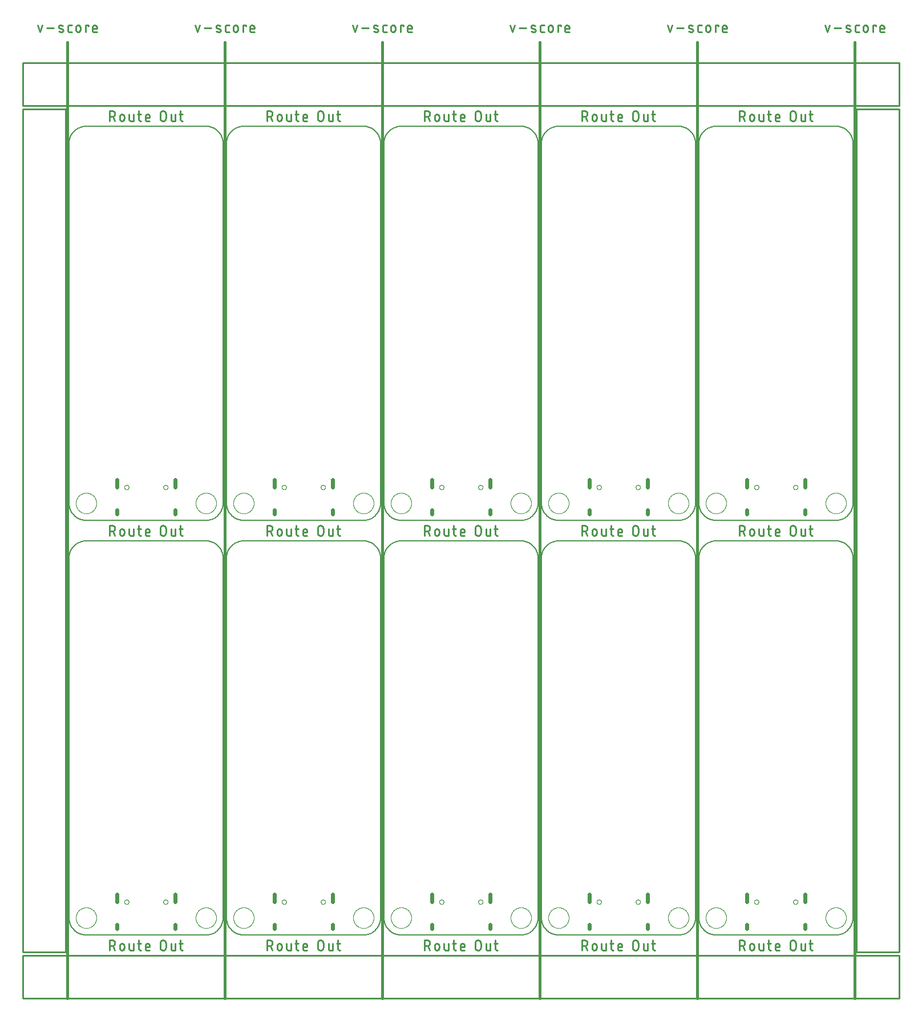
<source format=gko>
G04 EAGLE Gerber RS-274X export*
G75*
%MOMM*%
%FSLAX34Y34*%
%LPD*%
%IN*%
%IPPOS*%
%AMOC8*
5,1,8,0,0,1.08239X$1,22.5*%
G01*
%ADD10C,0.203200*%
%ADD11C,0.279400*%
%ADD12C,0.381000*%
%ADD13C,0.254000*%
%ADD14C,0.000000*%
%ADD15C,0.600000*%


D10*
X228600Y25400D02*
X228600Y558800D01*
X228593Y559414D01*
X228570Y560027D01*
X228533Y560640D01*
X228481Y561251D01*
X228415Y561862D01*
X228333Y562470D01*
X228237Y563076D01*
X228127Y563680D01*
X228002Y564281D01*
X227862Y564879D01*
X227708Y565473D01*
X227539Y566063D01*
X227357Y566649D01*
X227160Y567230D01*
X226949Y567807D01*
X226725Y568378D01*
X226487Y568944D01*
X226235Y569504D01*
X225969Y570057D01*
X225691Y570604D01*
X225399Y571144D01*
X225094Y571677D01*
X224776Y572202D01*
X224446Y572720D01*
X224104Y573229D01*
X223749Y573730D01*
X223382Y574222D01*
X223004Y574705D01*
X222614Y575179D01*
X222212Y575643D01*
X221800Y576098D01*
X221376Y576542D01*
X220942Y576976D01*
X220498Y577400D01*
X220043Y577812D01*
X219579Y578214D01*
X219105Y578604D01*
X218622Y578982D01*
X218130Y579349D01*
X217629Y579704D01*
X217120Y580046D01*
X216602Y580376D01*
X216077Y580694D01*
X215544Y580999D01*
X215004Y581291D01*
X214457Y581569D01*
X213904Y581835D01*
X213344Y582087D01*
X212778Y582325D01*
X212207Y582549D01*
X211630Y582760D01*
X211049Y582957D01*
X210463Y583139D01*
X209873Y583308D01*
X209279Y583462D01*
X208681Y583602D01*
X208080Y583727D01*
X207476Y583837D01*
X206870Y583933D01*
X206262Y584015D01*
X205651Y584081D01*
X205040Y584133D01*
X204427Y584170D01*
X203814Y584193D01*
X203200Y584200D01*
X25400Y584200D01*
X24786Y584193D01*
X24173Y584170D01*
X23560Y584133D01*
X22949Y584081D01*
X22338Y584015D01*
X21730Y583933D01*
X21124Y583837D01*
X20520Y583727D01*
X19919Y583602D01*
X19321Y583462D01*
X18727Y583308D01*
X18137Y583139D01*
X17551Y582957D01*
X16970Y582760D01*
X16393Y582549D01*
X15822Y582325D01*
X15256Y582087D01*
X14696Y581835D01*
X14143Y581569D01*
X13596Y581291D01*
X13056Y580999D01*
X12523Y580694D01*
X11998Y580376D01*
X11480Y580046D01*
X10971Y579704D01*
X10470Y579349D01*
X9978Y578982D01*
X9495Y578604D01*
X9021Y578214D01*
X8557Y577812D01*
X8102Y577400D01*
X7658Y576976D01*
X7224Y576542D01*
X6800Y576098D01*
X6388Y575643D01*
X5986Y575179D01*
X5596Y574705D01*
X5218Y574222D01*
X4851Y573730D01*
X4496Y573229D01*
X4154Y572720D01*
X3824Y572202D01*
X3506Y571677D01*
X3201Y571144D01*
X2909Y570604D01*
X2631Y570057D01*
X2365Y569504D01*
X2113Y568944D01*
X1875Y568378D01*
X1651Y567807D01*
X1440Y567230D01*
X1243Y566649D01*
X1061Y566063D01*
X892Y565473D01*
X738Y564879D01*
X598Y564281D01*
X473Y563680D01*
X363Y563076D01*
X267Y562470D01*
X185Y561862D01*
X119Y561251D01*
X67Y560640D01*
X30Y560027D01*
X7Y559414D01*
X0Y558800D01*
X0Y25400D01*
X7Y24786D01*
X30Y24173D01*
X67Y23560D01*
X119Y22949D01*
X185Y22338D01*
X267Y21730D01*
X363Y21124D01*
X473Y20520D01*
X598Y19919D01*
X738Y19321D01*
X892Y18727D01*
X1061Y18137D01*
X1243Y17551D01*
X1440Y16970D01*
X1651Y16393D01*
X1875Y15822D01*
X2113Y15256D01*
X2365Y14696D01*
X2631Y14143D01*
X2909Y13596D01*
X3201Y13056D01*
X3506Y12523D01*
X3824Y11998D01*
X4154Y11480D01*
X4496Y10971D01*
X4851Y10470D01*
X5218Y9978D01*
X5596Y9495D01*
X5986Y9021D01*
X6388Y8557D01*
X6800Y8102D01*
X7224Y7658D01*
X7658Y7224D01*
X8102Y6800D01*
X8557Y6388D01*
X9021Y5986D01*
X9495Y5596D01*
X9978Y5218D01*
X10470Y4851D01*
X10971Y4496D01*
X11480Y4154D01*
X11998Y3824D01*
X12523Y3506D01*
X13056Y3201D01*
X13596Y2909D01*
X14143Y2631D01*
X14696Y2365D01*
X15256Y2113D01*
X15822Y1875D01*
X16393Y1651D01*
X16970Y1440D01*
X17551Y1243D01*
X18137Y1061D01*
X18727Y892D01*
X19321Y738D01*
X19919Y598D01*
X20520Y473D01*
X21124Y363D01*
X21730Y267D01*
X22338Y185D01*
X22949Y119D01*
X23560Y67D01*
X24173Y30D01*
X24786Y7D01*
X25400Y0D01*
X203200Y0D01*
X203814Y7D01*
X204427Y30D01*
X205040Y67D01*
X205651Y119D01*
X206262Y185D01*
X206870Y267D01*
X207476Y363D01*
X208080Y473D01*
X208681Y598D01*
X209279Y738D01*
X209873Y892D01*
X210463Y1061D01*
X211049Y1243D01*
X211630Y1440D01*
X212207Y1651D01*
X212778Y1875D01*
X213344Y2113D01*
X213904Y2365D01*
X214457Y2631D01*
X215004Y2909D01*
X215544Y3201D01*
X216077Y3506D01*
X216602Y3824D01*
X217120Y4154D01*
X217629Y4496D01*
X218130Y4851D01*
X218622Y5218D01*
X219105Y5596D01*
X219579Y5986D01*
X220043Y6388D01*
X220498Y6800D01*
X220942Y7224D01*
X221376Y7658D01*
X221800Y8102D01*
X222212Y8557D01*
X222614Y9021D01*
X223004Y9495D01*
X223382Y9978D01*
X223749Y10470D01*
X224104Y10971D01*
X224446Y11480D01*
X224776Y11998D01*
X225094Y12523D01*
X225399Y13056D01*
X225691Y13596D01*
X225969Y14143D01*
X226235Y14696D01*
X226487Y15256D01*
X226725Y15822D01*
X226949Y16393D01*
X227160Y16970D01*
X227357Y17551D01*
X227539Y18137D01*
X227708Y18727D01*
X227862Y19321D01*
X228002Y19919D01*
X228127Y20520D01*
X228237Y21124D01*
X228333Y21730D01*
X228415Y22338D01*
X228481Y22949D01*
X228533Y23560D01*
X228570Y24173D01*
X228593Y24786D01*
X228600Y25400D01*
D11*
X59804Y-7747D02*
X59804Y-22733D01*
X59804Y-7747D02*
X63967Y-7747D01*
X64095Y-7749D01*
X64223Y-7755D01*
X64351Y-7765D01*
X64479Y-7779D01*
X64606Y-7796D01*
X64732Y-7818D01*
X64858Y-7843D01*
X64982Y-7873D01*
X65106Y-7906D01*
X65229Y-7943D01*
X65351Y-7984D01*
X65471Y-8028D01*
X65590Y-8076D01*
X65707Y-8128D01*
X65823Y-8183D01*
X65936Y-8242D01*
X66049Y-8305D01*
X66159Y-8371D01*
X66266Y-8440D01*
X66372Y-8512D01*
X66476Y-8588D01*
X66577Y-8667D01*
X66676Y-8749D01*
X66772Y-8834D01*
X66865Y-8921D01*
X66956Y-9012D01*
X67043Y-9105D01*
X67128Y-9201D01*
X67210Y-9300D01*
X67289Y-9401D01*
X67365Y-9505D01*
X67437Y-9611D01*
X67506Y-9718D01*
X67572Y-9829D01*
X67635Y-9941D01*
X67694Y-10054D01*
X67749Y-10170D01*
X67801Y-10287D01*
X67849Y-10406D01*
X67893Y-10526D01*
X67934Y-10648D01*
X67971Y-10771D01*
X68004Y-10895D01*
X68034Y-11019D01*
X68059Y-11145D01*
X68081Y-11271D01*
X68098Y-11398D01*
X68112Y-11526D01*
X68122Y-11654D01*
X68128Y-11782D01*
X68130Y-11910D01*
X68128Y-12038D01*
X68122Y-12166D01*
X68112Y-12294D01*
X68098Y-12422D01*
X68081Y-12549D01*
X68059Y-12675D01*
X68034Y-12801D01*
X68004Y-12925D01*
X67971Y-13049D01*
X67934Y-13172D01*
X67893Y-13294D01*
X67849Y-13414D01*
X67801Y-13533D01*
X67749Y-13650D01*
X67694Y-13766D01*
X67635Y-13879D01*
X67572Y-13992D01*
X67506Y-14102D01*
X67437Y-14209D01*
X67365Y-14315D01*
X67289Y-14419D01*
X67210Y-14520D01*
X67128Y-14619D01*
X67043Y-14715D01*
X66956Y-14808D01*
X66865Y-14899D01*
X66772Y-14986D01*
X66676Y-15071D01*
X66577Y-15153D01*
X66476Y-15232D01*
X66372Y-15308D01*
X66266Y-15380D01*
X66159Y-15449D01*
X66049Y-15515D01*
X65936Y-15578D01*
X65823Y-15637D01*
X65707Y-15692D01*
X65590Y-15744D01*
X65471Y-15792D01*
X65351Y-15836D01*
X65229Y-15877D01*
X65106Y-15914D01*
X64982Y-15947D01*
X64858Y-15977D01*
X64732Y-16002D01*
X64606Y-16024D01*
X64479Y-16041D01*
X64351Y-16055D01*
X64223Y-16065D01*
X64095Y-16071D01*
X63967Y-16073D01*
X59804Y-16073D01*
X64799Y-16073D02*
X68129Y-22733D01*
X75088Y-19403D02*
X75088Y-16073D01*
X75090Y-15959D01*
X75096Y-15846D01*
X75105Y-15732D01*
X75119Y-15620D01*
X75136Y-15507D01*
X75158Y-15395D01*
X75183Y-15285D01*
X75211Y-15175D01*
X75244Y-15066D01*
X75280Y-14958D01*
X75320Y-14851D01*
X75364Y-14746D01*
X75411Y-14643D01*
X75461Y-14541D01*
X75515Y-14441D01*
X75573Y-14343D01*
X75634Y-14247D01*
X75697Y-14153D01*
X75765Y-14061D01*
X75835Y-13971D01*
X75908Y-13885D01*
X75984Y-13800D01*
X76063Y-13718D01*
X76145Y-13639D01*
X76230Y-13563D01*
X76316Y-13490D01*
X76406Y-13420D01*
X76498Y-13352D01*
X76592Y-13289D01*
X76688Y-13228D01*
X76786Y-13170D01*
X76886Y-13116D01*
X76988Y-13066D01*
X77091Y-13019D01*
X77196Y-12975D01*
X77303Y-12935D01*
X77411Y-12899D01*
X77520Y-12866D01*
X77630Y-12838D01*
X77740Y-12813D01*
X77852Y-12791D01*
X77965Y-12774D01*
X78077Y-12760D01*
X78191Y-12751D01*
X78304Y-12745D01*
X78418Y-12743D01*
X78532Y-12745D01*
X78645Y-12751D01*
X78759Y-12760D01*
X78871Y-12774D01*
X78984Y-12791D01*
X79096Y-12813D01*
X79206Y-12838D01*
X79316Y-12866D01*
X79425Y-12899D01*
X79533Y-12935D01*
X79640Y-12975D01*
X79745Y-13019D01*
X79848Y-13066D01*
X79950Y-13116D01*
X80050Y-13170D01*
X80148Y-13228D01*
X80244Y-13289D01*
X80338Y-13352D01*
X80430Y-13420D01*
X80520Y-13490D01*
X80606Y-13563D01*
X80691Y-13639D01*
X80773Y-13718D01*
X80852Y-13800D01*
X80928Y-13885D01*
X81001Y-13971D01*
X81071Y-14061D01*
X81139Y-14153D01*
X81202Y-14247D01*
X81263Y-14343D01*
X81321Y-14441D01*
X81375Y-14541D01*
X81425Y-14643D01*
X81472Y-14746D01*
X81516Y-14851D01*
X81556Y-14958D01*
X81592Y-15066D01*
X81625Y-15175D01*
X81653Y-15285D01*
X81678Y-15395D01*
X81700Y-15507D01*
X81717Y-15620D01*
X81731Y-15732D01*
X81740Y-15846D01*
X81746Y-15959D01*
X81748Y-16073D01*
X81748Y-19403D01*
X81746Y-19517D01*
X81740Y-19630D01*
X81731Y-19744D01*
X81717Y-19856D01*
X81700Y-19969D01*
X81678Y-20081D01*
X81653Y-20191D01*
X81625Y-20301D01*
X81592Y-20410D01*
X81556Y-20518D01*
X81516Y-20625D01*
X81472Y-20730D01*
X81425Y-20833D01*
X81375Y-20935D01*
X81321Y-21035D01*
X81263Y-21133D01*
X81202Y-21229D01*
X81139Y-21323D01*
X81071Y-21415D01*
X81001Y-21505D01*
X80928Y-21591D01*
X80852Y-21676D01*
X80773Y-21758D01*
X80691Y-21837D01*
X80606Y-21913D01*
X80520Y-21986D01*
X80430Y-22056D01*
X80338Y-22124D01*
X80244Y-22187D01*
X80148Y-22248D01*
X80050Y-22306D01*
X79950Y-22360D01*
X79848Y-22410D01*
X79745Y-22457D01*
X79640Y-22501D01*
X79533Y-22541D01*
X79425Y-22577D01*
X79316Y-22610D01*
X79206Y-22638D01*
X79096Y-22663D01*
X78984Y-22685D01*
X78871Y-22702D01*
X78759Y-22716D01*
X78645Y-22725D01*
X78532Y-22731D01*
X78418Y-22733D01*
X78304Y-22731D01*
X78191Y-22725D01*
X78077Y-22716D01*
X77965Y-22702D01*
X77852Y-22685D01*
X77740Y-22663D01*
X77630Y-22638D01*
X77520Y-22610D01*
X77411Y-22577D01*
X77303Y-22541D01*
X77196Y-22501D01*
X77091Y-22457D01*
X76988Y-22410D01*
X76886Y-22360D01*
X76786Y-22306D01*
X76688Y-22248D01*
X76592Y-22187D01*
X76498Y-22124D01*
X76406Y-22056D01*
X76316Y-21986D01*
X76230Y-21913D01*
X76145Y-21837D01*
X76063Y-21758D01*
X75984Y-21676D01*
X75908Y-21591D01*
X75835Y-21505D01*
X75765Y-21415D01*
X75697Y-21323D01*
X75634Y-21229D01*
X75573Y-21133D01*
X75515Y-21035D01*
X75461Y-20935D01*
X75411Y-20833D01*
X75364Y-20730D01*
X75320Y-20625D01*
X75280Y-20518D01*
X75244Y-20410D01*
X75211Y-20301D01*
X75183Y-20191D01*
X75158Y-20081D01*
X75136Y-19969D01*
X75119Y-19856D01*
X75105Y-19744D01*
X75096Y-19630D01*
X75090Y-19517D01*
X75088Y-19403D01*
X89156Y-20235D02*
X89156Y-12742D01*
X89155Y-20235D02*
X89157Y-20333D01*
X89163Y-20431D01*
X89172Y-20529D01*
X89186Y-20626D01*
X89203Y-20722D01*
X89224Y-20818D01*
X89249Y-20913D01*
X89277Y-21007D01*
X89309Y-21100D01*
X89345Y-21191D01*
X89384Y-21281D01*
X89427Y-21369D01*
X89474Y-21456D01*
X89523Y-21540D01*
X89576Y-21623D01*
X89632Y-21703D01*
X89691Y-21782D01*
X89754Y-21857D01*
X89819Y-21931D01*
X89887Y-22001D01*
X89957Y-22069D01*
X90031Y-22135D01*
X90107Y-22197D01*
X90185Y-22256D01*
X90265Y-22312D01*
X90348Y-22365D01*
X90432Y-22415D01*
X90519Y-22461D01*
X90607Y-22504D01*
X90697Y-22543D01*
X90788Y-22579D01*
X90881Y-22611D01*
X90975Y-22639D01*
X91070Y-22664D01*
X91166Y-22685D01*
X91262Y-22702D01*
X91359Y-22716D01*
X91457Y-22725D01*
X91555Y-22731D01*
X91653Y-22733D01*
X95816Y-22733D01*
X95816Y-12742D01*
X101797Y-12742D02*
X106792Y-12742D01*
X103462Y-7747D02*
X103462Y-20235D01*
X103464Y-20333D01*
X103470Y-20431D01*
X103479Y-20529D01*
X103493Y-20626D01*
X103510Y-20722D01*
X103531Y-20818D01*
X103556Y-20913D01*
X103584Y-21007D01*
X103616Y-21100D01*
X103652Y-21191D01*
X103691Y-21281D01*
X103734Y-21369D01*
X103781Y-21456D01*
X103830Y-21540D01*
X103883Y-21623D01*
X103939Y-21703D01*
X103998Y-21782D01*
X104061Y-21857D01*
X104126Y-21931D01*
X104194Y-22001D01*
X104264Y-22069D01*
X104338Y-22135D01*
X104414Y-22197D01*
X104492Y-22256D01*
X104572Y-22312D01*
X104655Y-22365D01*
X104739Y-22415D01*
X104826Y-22461D01*
X104914Y-22504D01*
X105004Y-22543D01*
X105095Y-22579D01*
X105188Y-22611D01*
X105282Y-22639D01*
X105377Y-22664D01*
X105473Y-22685D01*
X105569Y-22702D01*
X105666Y-22716D01*
X105764Y-22725D01*
X105862Y-22731D01*
X105960Y-22733D01*
X106792Y-22733D01*
X115621Y-22733D02*
X119784Y-22733D01*
X115621Y-22733D02*
X115523Y-22731D01*
X115425Y-22725D01*
X115327Y-22716D01*
X115230Y-22702D01*
X115134Y-22685D01*
X115038Y-22664D01*
X114943Y-22639D01*
X114849Y-22611D01*
X114756Y-22579D01*
X114665Y-22543D01*
X114575Y-22504D01*
X114487Y-22461D01*
X114400Y-22414D01*
X114316Y-22365D01*
X114233Y-22312D01*
X114153Y-22256D01*
X114075Y-22197D01*
X113999Y-22135D01*
X113925Y-22069D01*
X113855Y-22001D01*
X113787Y-21931D01*
X113722Y-21857D01*
X113659Y-21782D01*
X113600Y-21703D01*
X113544Y-21623D01*
X113491Y-21540D01*
X113442Y-21456D01*
X113395Y-21369D01*
X113352Y-21281D01*
X113313Y-21191D01*
X113277Y-21100D01*
X113245Y-21007D01*
X113217Y-20913D01*
X113192Y-20818D01*
X113171Y-20722D01*
X113154Y-20626D01*
X113140Y-20529D01*
X113131Y-20431D01*
X113125Y-20333D01*
X113123Y-20235D01*
X113124Y-20235D02*
X113124Y-16073D01*
X113126Y-15959D01*
X113132Y-15846D01*
X113141Y-15732D01*
X113155Y-15620D01*
X113172Y-15507D01*
X113194Y-15395D01*
X113219Y-15285D01*
X113247Y-15175D01*
X113280Y-15066D01*
X113316Y-14958D01*
X113356Y-14851D01*
X113400Y-14746D01*
X113447Y-14643D01*
X113497Y-14541D01*
X113551Y-14441D01*
X113609Y-14343D01*
X113670Y-14247D01*
X113733Y-14153D01*
X113801Y-14061D01*
X113871Y-13971D01*
X113944Y-13885D01*
X114020Y-13800D01*
X114099Y-13718D01*
X114181Y-13639D01*
X114266Y-13563D01*
X114352Y-13490D01*
X114442Y-13420D01*
X114534Y-13352D01*
X114628Y-13289D01*
X114724Y-13228D01*
X114822Y-13170D01*
X114922Y-13116D01*
X115024Y-13066D01*
X115127Y-13019D01*
X115232Y-12975D01*
X115339Y-12935D01*
X115447Y-12899D01*
X115556Y-12866D01*
X115666Y-12838D01*
X115776Y-12813D01*
X115888Y-12791D01*
X116001Y-12774D01*
X116113Y-12760D01*
X116227Y-12751D01*
X116340Y-12745D01*
X116454Y-12743D01*
X116568Y-12745D01*
X116681Y-12751D01*
X116795Y-12760D01*
X116907Y-12774D01*
X117020Y-12791D01*
X117132Y-12813D01*
X117242Y-12838D01*
X117352Y-12866D01*
X117461Y-12899D01*
X117569Y-12935D01*
X117676Y-12975D01*
X117781Y-13019D01*
X117884Y-13066D01*
X117986Y-13116D01*
X118086Y-13170D01*
X118184Y-13228D01*
X118280Y-13289D01*
X118374Y-13352D01*
X118466Y-13420D01*
X118556Y-13490D01*
X118642Y-13563D01*
X118727Y-13639D01*
X118809Y-13718D01*
X118888Y-13800D01*
X118964Y-13885D01*
X119037Y-13971D01*
X119107Y-14061D01*
X119175Y-14153D01*
X119238Y-14247D01*
X119299Y-14343D01*
X119357Y-14441D01*
X119411Y-14541D01*
X119461Y-14643D01*
X119508Y-14746D01*
X119552Y-14851D01*
X119592Y-14958D01*
X119628Y-15066D01*
X119661Y-15175D01*
X119689Y-15285D01*
X119714Y-15395D01*
X119736Y-15507D01*
X119753Y-15620D01*
X119767Y-15732D01*
X119776Y-15846D01*
X119782Y-15959D01*
X119784Y-16073D01*
X119784Y-17738D01*
X113124Y-17738D01*
X135217Y-18570D02*
X135217Y-11910D01*
X135219Y-11782D01*
X135225Y-11654D01*
X135235Y-11526D01*
X135249Y-11398D01*
X135266Y-11271D01*
X135288Y-11145D01*
X135313Y-11019D01*
X135343Y-10895D01*
X135376Y-10771D01*
X135413Y-10648D01*
X135454Y-10526D01*
X135498Y-10406D01*
X135546Y-10287D01*
X135598Y-10170D01*
X135653Y-10054D01*
X135712Y-9941D01*
X135775Y-9828D01*
X135841Y-9718D01*
X135910Y-9611D01*
X135982Y-9505D01*
X136058Y-9401D01*
X136137Y-9300D01*
X136219Y-9201D01*
X136304Y-9105D01*
X136391Y-9012D01*
X136482Y-8921D01*
X136575Y-8834D01*
X136671Y-8749D01*
X136770Y-8667D01*
X136871Y-8588D01*
X136975Y-8512D01*
X137081Y-8440D01*
X137188Y-8371D01*
X137299Y-8305D01*
X137411Y-8242D01*
X137524Y-8183D01*
X137640Y-8128D01*
X137757Y-8076D01*
X137876Y-8028D01*
X137996Y-7984D01*
X138118Y-7943D01*
X138241Y-7906D01*
X138365Y-7873D01*
X138489Y-7843D01*
X138615Y-7818D01*
X138741Y-7796D01*
X138868Y-7779D01*
X138996Y-7765D01*
X139124Y-7755D01*
X139252Y-7749D01*
X139380Y-7747D01*
X139508Y-7749D01*
X139636Y-7755D01*
X139764Y-7765D01*
X139892Y-7779D01*
X140019Y-7796D01*
X140145Y-7818D01*
X140271Y-7843D01*
X140395Y-7873D01*
X140519Y-7906D01*
X140642Y-7943D01*
X140764Y-7984D01*
X140884Y-8028D01*
X141003Y-8076D01*
X141120Y-8128D01*
X141236Y-8183D01*
X141349Y-8242D01*
X141462Y-8305D01*
X141572Y-8371D01*
X141679Y-8440D01*
X141785Y-8512D01*
X141889Y-8588D01*
X141990Y-8667D01*
X142089Y-8749D01*
X142185Y-8834D01*
X142278Y-8921D01*
X142369Y-9012D01*
X142456Y-9105D01*
X142541Y-9201D01*
X142623Y-9300D01*
X142702Y-9401D01*
X142778Y-9505D01*
X142850Y-9611D01*
X142919Y-9718D01*
X142985Y-9829D01*
X143048Y-9941D01*
X143107Y-10054D01*
X143162Y-10170D01*
X143214Y-10287D01*
X143262Y-10406D01*
X143306Y-10526D01*
X143347Y-10648D01*
X143384Y-10771D01*
X143417Y-10895D01*
X143447Y-11019D01*
X143472Y-11145D01*
X143494Y-11271D01*
X143511Y-11398D01*
X143525Y-11526D01*
X143535Y-11654D01*
X143541Y-11782D01*
X143543Y-11910D01*
X143542Y-11910D02*
X143542Y-18570D01*
X143543Y-18570D02*
X143541Y-18698D01*
X143535Y-18826D01*
X143525Y-18954D01*
X143511Y-19082D01*
X143494Y-19209D01*
X143472Y-19335D01*
X143447Y-19461D01*
X143417Y-19585D01*
X143384Y-19709D01*
X143347Y-19832D01*
X143306Y-19954D01*
X143262Y-20074D01*
X143214Y-20193D01*
X143162Y-20310D01*
X143107Y-20426D01*
X143048Y-20539D01*
X142985Y-20652D01*
X142919Y-20762D01*
X142850Y-20869D01*
X142778Y-20975D01*
X142702Y-21079D01*
X142623Y-21180D01*
X142541Y-21279D01*
X142456Y-21375D01*
X142369Y-21468D01*
X142278Y-21559D01*
X142185Y-21646D01*
X142089Y-21731D01*
X141990Y-21813D01*
X141889Y-21892D01*
X141785Y-21968D01*
X141679Y-22040D01*
X141572Y-22109D01*
X141461Y-22175D01*
X141349Y-22238D01*
X141236Y-22297D01*
X141120Y-22352D01*
X141003Y-22404D01*
X140884Y-22452D01*
X140764Y-22496D01*
X140642Y-22537D01*
X140519Y-22574D01*
X140395Y-22607D01*
X140271Y-22637D01*
X140145Y-22662D01*
X140019Y-22684D01*
X139892Y-22701D01*
X139764Y-22715D01*
X139636Y-22725D01*
X139508Y-22731D01*
X139380Y-22733D01*
X139252Y-22731D01*
X139124Y-22725D01*
X138996Y-22715D01*
X138868Y-22701D01*
X138741Y-22684D01*
X138615Y-22662D01*
X138489Y-22637D01*
X138365Y-22607D01*
X138241Y-22574D01*
X138118Y-22537D01*
X137996Y-22496D01*
X137876Y-22452D01*
X137757Y-22404D01*
X137640Y-22352D01*
X137524Y-22297D01*
X137411Y-22238D01*
X137299Y-22175D01*
X137188Y-22109D01*
X137081Y-22040D01*
X136975Y-21968D01*
X136871Y-21892D01*
X136770Y-21813D01*
X136671Y-21731D01*
X136575Y-21646D01*
X136482Y-21559D01*
X136391Y-21468D01*
X136304Y-21375D01*
X136219Y-21279D01*
X136137Y-21180D01*
X136058Y-21079D01*
X135982Y-20975D01*
X135910Y-20869D01*
X135841Y-20762D01*
X135775Y-20651D01*
X135712Y-20539D01*
X135653Y-20426D01*
X135598Y-20310D01*
X135546Y-20193D01*
X135498Y-20074D01*
X135454Y-19954D01*
X135413Y-19832D01*
X135376Y-19709D01*
X135343Y-19585D01*
X135313Y-19461D01*
X135288Y-19335D01*
X135266Y-19209D01*
X135249Y-19082D01*
X135235Y-18954D01*
X135225Y-18826D01*
X135219Y-18698D01*
X135217Y-18570D01*
X151159Y-20235D02*
X151159Y-12742D01*
X151159Y-20235D02*
X151161Y-20333D01*
X151167Y-20431D01*
X151176Y-20529D01*
X151190Y-20626D01*
X151207Y-20722D01*
X151228Y-20818D01*
X151253Y-20913D01*
X151281Y-21007D01*
X151313Y-21100D01*
X151349Y-21191D01*
X151388Y-21281D01*
X151431Y-21369D01*
X151478Y-21456D01*
X151527Y-21540D01*
X151580Y-21623D01*
X151636Y-21703D01*
X151695Y-21782D01*
X151758Y-21857D01*
X151823Y-21931D01*
X151891Y-22001D01*
X151961Y-22069D01*
X152035Y-22135D01*
X152111Y-22197D01*
X152189Y-22256D01*
X152269Y-22312D01*
X152352Y-22365D01*
X152436Y-22415D01*
X152523Y-22461D01*
X152611Y-22504D01*
X152701Y-22543D01*
X152792Y-22579D01*
X152885Y-22611D01*
X152979Y-22639D01*
X153074Y-22664D01*
X153170Y-22685D01*
X153266Y-22702D01*
X153363Y-22716D01*
X153461Y-22725D01*
X153559Y-22731D01*
X153657Y-22733D01*
X157820Y-22733D01*
X157820Y-12742D01*
X163801Y-12742D02*
X168796Y-12742D01*
X165466Y-7747D02*
X165466Y-20235D01*
X165465Y-20235D02*
X165467Y-20333D01*
X165473Y-20431D01*
X165482Y-20529D01*
X165496Y-20626D01*
X165513Y-20722D01*
X165534Y-20818D01*
X165559Y-20913D01*
X165587Y-21007D01*
X165619Y-21100D01*
X165655Y-21191D01*
X165694Y-21281D01*
X165737Y-21369D01*
X165784Y-21456D01*
X165833Y-21540D01*
X165886Y-21623D01*
X165942Y-21703D01*
X166001Y-21782D01*
X166064Y-21857D01*
X166129Y-21931D01*
X166197Y-22001D01*
X166267Y-22069D01*
X166341Y-22135D01*
X166417Y-22197D01*
X166495Y-22256D01*
X166575Y-22312D01*
X166658Y-22365D01*
X166742Y-22415D01*
X166829Y-22461D01*
X166917Y-22504D01*
X167007Y-22543D01*
X167098Y-22579D01*
X167191Y-22611D01*
X167285Y-22639D01*
X167380Y-22664D01*
X167476Y-22685D01*
X167572Y-22702D01*
X167669Y-22716D01*
X167767Y-22725D01*
X167865Y-22731D01*
X167963Y-22733D01*
X167964Y-22733D02*
X168796Y-22733D01*
D10*
X462280Y25400D02*
X462280Y558800D01*
X462273Y559414D01*
X462250Y560027D01*
X462213Y560640D01*
X462161Y561251D01*
X462095Y561862D01*
X462013Y562470D01*
X461917Y563076D01*
X461807Y563680D01*
X461682Y564281D01*
X461542Y564879D01*
X461388Y565473D01*
X461219Y566063D01*
X461037Y566649D01*
X460840Y567230D01*
X460629Y567807D01*
X460405Y568378D01*
X460167Y568944D01*
X459915Y569504D01*
X459649Y570057D01*
X459371Y570604D01*
X459079Y571144D01*
X458774Y571677D01*
X458456Y572202D01*
X458126Y572720D01*
X457784Y573229D01*
X457429Y573730D01*
X457062Y574222D01*
X456684Y574705D01*
X456294Y575179D01*
X455892Y575643D01*
X455480Y576098D01*
X455056Y576542D01*
X454622Y576976D01*
X454178Y577400D01*
X453723Y577812D01*
X453259Y578214D01*
X452785Y578604D01*
X452302Y578982D01*
X451810Y579349D01*
X451309Y579704D01*
X450800Y580046D01*
X450282Y580376D01*
X449757Y580694D01*
X449224Y580999D01*
X448684Y581291D01*
X448137Y581569D01*
X447584Y581835D01*
X447024Y582087D01*
X446458Y582325D01*
X445887Y582549D01*
X445310Y582760D01*
X444729Y582957D01*
X444143Y583139D01*
X443553Y583308D01*
X442959Y583462D01*
X442361Y583602D01*
X441760Y583727D01*
X441156Y583837D01*
X440550Y583933D01*
X439942Y584015D01*
X439331Y584081D01*
X438720Y584133D01*
X438107Y584170D01*
X437494Y584193D01*
X436880Y584200D01*
X259080Y584200D01*
X258466Y584193D01*
X257853Y584170D01*
X257240Y584133D01*
X256629Y584081D01*
X256018Y584015D01*
X255410Y583933D01*
X254804Y583837D01*
X254200Y583727D01*
X253599Y583602D01*
X253001Y583462D01*
X252407Y583308D01*
X251817Y583139D01*
X251231Y582957D01*
X250650Y582760D01*
X250073Y582549D01*
X249502Y582325D01*
X248936Y582087D01*
X248376Y581835D01*
X247823Y581569D01*
X247276Y581291D01*
X246736Y580999D01*
X246203Y580694D01*
X245678Y580376D01*
X245160Y580046D01*
X244651Y579704D01*
X244150Y579349D01*
X243658Y578982D01*
X243175Y578604D01*
X242701Y578214D01*
X242237Y577812D01*
X241782Y577400D01*
X241338Y576976D01*
X240904Y576542D01*
X240480Y576098D01*
X240068Y575643D01*
X239666Y575179D01*
X239276Y574705D01*
X238898Y574222D01*
X238531Y573730D01*
X238176Y573229D01*
X237834Y572720D01*
X237504Y572202D01*
X237186Y571677D01*
X236881Y571144D01*
X236589Y570604D01*
X236311Y570057D01*
X236045Y569504D01*
X235793Y568944D01*
X235555Y568378D01*
X235331Y567807D01*
X235120Y567230D01*
X234923Y566649D01*
X234741Y566063D01*
X234572Y565473D01*
X234418Y564879D01*
X234278Y564281D01*
X234153Y563680D01*
X234043Y563076D01*
X233947Y562470D01*
X233865Y561862D01*
X233799Y561251D01*
X233747Y560640D01*
X233710Y560027D01*
X233687Y559414D01*
X233680Y558800D01*
X233680Y25400D01*
X233687Y24786D01*
X233710Y24173D01*
X233747Y23560D01*
X233799Y22949D01*
X233865Y22338D01*
X233947Y21730D01*
X234043Y21124D01*
X234153Y20520D01*
X234278Y19919D01*
X234418Y19321D01*
X234572Y18727D01*
X234741Y18137D01*
X234923Y17551D01*
X235120Y16970D01*
X235331Y16393D01*
X235555Y15822D01*
X235793Y15256D01*
X236045Y14696D01*
X236311Y14143D01*
X236589Y13596D01*
X236881Y13056D01*
X237186Y12523D01*
X237504Y11998D01*
X237834Y11480D01*
X238176Y10971D01*
X238531Y10470D01*
X238898Y9978D01*
X239276Y9495D01*
X239666Y9021D01*
X240068Y8557D01*
X240480Y8102D01*
X240904Y7658D01*
X241338Y7224D01*
X241782Y6800D01*
X242237Y6388D01*
X242701Y5986D01*
X243175Y5596D01*
X243658Y5218D01*
X244150Y4851D01*
X244651Y4496D01*
X245160Y4154D01*
X245678Y3824D01*
X246203Y3506D01*
X246736Y3201D01*
X247276Y2909D01*
X247823Y2631D01*
X248376Y2365D01*
X248936Y2113D01*
X249502Y1875D01*
X250073Y1651D01*
X250650Y1440D01*
X251231Y1243D01*
X251817Y1061D01*
X252407Y892D01*
X253001Y738D01*
X253599Y598D01*
X254200Y473D01*
X254804Y363D01*
X255410Y267D01*
X256018Y185D01*
X256629Y119D01*
X257240Y67D01*
X257853Y30D01*
X258466Y7D01*
X259080Y0D01*
X436880Y0D01*
X437494Y7D01*
X438107Y30D01*
X438720Y67D01*
X439331Y119D01*
X439942Y185D01*
X440550Y267D01*
X441156Y363D01*
X441760Y473D01*
X442361Y598D01*
X442959Y738D01*
X443553Y892D01*
X444143Y1061D01*
X444729Y1243D01*
X445310Y1440D01*
X445887Y1651D01*
X446458Y1875D01*
X447024Y2113D01*
X447584Y2365D01*
X448137Y2631D01*
X448684Y2909D01*
X449224Y3201D01*
X449757Y3506D01*
X450282Y3824D01*
X450800Y4154D01*
X451309Y4496D01*
X451810Y4851D01*
X452302Y5218D01*
X452785Y5596D01*
X453259Y5986D01*
X453723Y6388D01*
X454178Y6800D01*
X454622Y7224D01*
X455056Y7658D01*
X455480Y8102D01*
X455892Y8557D01*
X456294Y9021D01*
X456684Y9495D01*
X457062Y9978D01*
X457429Y10470D01*
X457784Y10971D01*
X458126Y11480D01*
X458456Y11998D01*
X458774Y12523D01*
X459079Y13056D01*
X459371Y13596D01*
X459649Y14143D01*
X459915Y14696D01*
X460167Y15256D01*
X460405Y15822D01*
X460629Y16393D01*
X460840Y16970D01*
X461037Y17551D01*
X461219Y18137D01*
X461388Y18727D01*
X461542Y19321D01*
X461682Y19919D01*
X461807Y20520D01*
X461917Y21124D01*
X462013Y21730D01*
X462095Y22338D01*
X462161Y22949D01*
X462213Y23560D01*
X462250Y24173D01*
X462273Y24786D01*
X462280Y25400D01*
D11*
X293484Y-7747D02*
X293484Y-22733D01*
X293484Y-7747D02*
X297647Y-7747D01*
X297775Y-7749D01*
X297903Y-7755D01*
X298031Y-7765D01*
X298159Y-7779D01*
X298286Y-7796D01*
X298412Y-7818D01*
X298538Y-7843D01*
X298662Y-7873D01*
X298786Y-7906D01*
X298909Y-7943D01*
X299031Y-7984D01*
X299151Y-8028D01*
X299270Y-8076D01*
X299387Y-8128D01*
X299503Y-8183D01*
X299616Y-8242D01*
X299729Y-8305D01*
X299839Y-8371D01*
X299946Y-8440D01*
X300052Y-8512D01*
X300156Y-8588D01*
X300257Y-8667D01*
X300356Y-8749D01*
X300452Y-8834D01*
X300545Y-8921D01*
X300636Y-9012D01*
X300723Y-9105D01*
X300808Y-9201D01*
X300890Y-9300D01*
X300969Y-9401D01*
X301045Y-9505D01*
X301117Y-9611D01*
X301186Y-9718D01*
X301252Y-9829D01*
X301315Y-9941D01*
X301374Y-10054D01*
X301429Y-10170D01*
X301481Y-10287D01*
X301529Y-10406D01*
X301573Y-10526D01*
X301614Y-10648D01*
X301651Y-10771D01*
X301684Y-10895D01*
X301714Y-11019D01*
X301739Y-11145D01*
X301761Y-11271D01*
X301778Y-11398D01*
X301792Y-11526D01*
X301802Y-11654D01*
X301808Y-11782D01*
X301810Y-11910D01*
X301808Y-12038D01*
X301802Y-12166D01*
X301792Y-12294D01*
X301778Y-12422D01*
X301761Y-12549D01*
X301739Y-12675D01*
X301714Y-12801D01*
X301684Y-12925D01*
X301651Y-13049D01*
X301614Y-13172D01*
X301573Y-13294D01*
X301529Y-13414D01*
X301481Y-13533D01*
X301429Y-13650D01*
X301374Y-13766D01*
X301315Y-13879D01*
X301252Y-13992D01*
X301186Y-14102D01*
X301117Y-14209D01*
X301045Y-14315D01*
X300969Y-14419D01*
X300890Y-14520D01*
X300808Y-14619D01*
X300723Y-14715D01*
X300636Y-14808D01*
X300545Y-14899D01*
X300452Y-14986D01*
X300356Y-15071D01*
X300257Y-15153D01*
X300156Y-15232D01*
X300052Y-15308D01*
X299946Y-15380D01*
X299839Y-15449D01*
X299729Y-15515D01*
X299616Y-15578D01*
X299503Y-15637D01*
X299387Y-15692D01*
X299270Y-15744D01*
X299151Y-15792D01*
X299031Y-15836D01*
X298909Y-15877D01*
X298786Y-15914D01*
X298662Y-15947D01*
X298538Y-15977D01*
X298412Y-16002D01*
X298286Y-16024D01*
X298159Y-16041D01*
X298031Y-16055D01*
X297903Y-16065D01*
X297775Y-16071D01*
X297647Y-16073D01*
X293484Y-16073D01*
X298479Y-16073D02*
X301809Y-22733D01*
X308768Y-19403D02*
X308768Y-16073D01*
X308770Y-15959D01*
X308776Y-15846D01*
X308785Y-15732D01*
X308799Y-15620D01*
X308816Y-15507D01*
X308838Y-15395D01*
X308863Y-15285D01*
X308891Y-15175D01*
X308924Y-15066D01*
X308960Y-14958D01*
X309000Y-14851D01*
X309044Y-14746D01*
X309091Y-14643D01*
X309141Y-14541D01*
X309195Y-14441D01*
X309253Y-14343D01*
X309314Y-14247D01*
X309377Y-14153D01*
X309445Y-14061D01*
X309515Y-13971D01*
X309588Y-13885D01*
X309664Y-13800D01*
X309743Y-13718D01*
X309825Y-13639D01*
X309910Y-13563D01*
X309996Y-13490D01*
X310086Y-13420D01*
X310178Y-13352D01*
X310272Y-13289D01*
X310368Y-13228D01*
X310466Y-13170D01*
X310566Y-13116D01*
X310668Y-13066D01*
X310771Y-13019D01*
X310876Y-12975D01*
X310983Y-12935D01*
X311091Y-12899D01*
X311200Y-12866D01*
X311310Y-12838D01*
X311420Y-12813D01*
X311532Y-12791D01*
X311645Y-12774D01*
X311757Y-12760D01*
X311871Y-12751D01*
X311984Y-12745D01*
X312098Y-12743D01*
X312212Y-12745D01*
X312325Y-12751D01*
X312439Y-12760D01*
X312551Y-12774D01*
X312664Y-12791D01*
X312776Y-12813D01*
X312886Y-12838D01*
X312996Y-12866D01*
X313105Y-12899D01*
X313213Y-12935D01*
X313320Y-12975D01*
X313425Y-13019D01*
X313528Y-13066D01*
X313630Y-13116D01*
X313730Y-13170D01*
X313828Y-13228D01*
X313924Y-13289D01*
X314018Y-13352D01*
X314110Y-13420D01*
X314200Y-13490D01*
X314286Y-13563D01*
X314371Y-13639D01*
X314453Y-13718D01*
X314532Y-13800D01*
X314608Y-13885D01*
X314681Y-13971D01*
X314751Y-14061D01*
X314819Y-14153D01*
X314882Y-14247D01*
X314943Y-14343D01*
X315001Y-14441D01*
X315055Y-14541D01*
X315105Y-14643D01*
X315152Y-14746D01*
X315196Y-14851D01*
X315236Y-14958D01*
X315272Y-15066D01*
X315305Y-15175D01*
X315333Y-15285D01*
X315358Y-15395D01*
X315380Y-15507D01*
X315397Y-15620D01*
X315411Y-15732D01*
X315420Y-15846D01*
X315426Y-15959D01*
X315428Y-16073D01*
X315428Y-19403D01*
X315426Y-19517D01*
X315420Y-19630D01*
X315411Y-19744D01*
X315397Y-19856D01*
X315380Y-19969D01*
X315358Y-20081D01*
X315333Y-20191D01*
X315305Y-20301D01*
X315272Y-20410D01*
X315236Y-20518D01*
X315196Y-20625D01*
X315152Y-20730D01*
X315105Y-20833D01*
X315055Y-20935D01*
X315001Y-21035D01*
X314943Y-21133D01*
X314882Y-21229D01*
X314819Y-21323D01*
X314751Y-21415D01*
X314681Y-21505D01*
X314608Y-21591D01*
X314532Y-21676D01*
X314453Y-21758D01*
X314371Y-21837D01*
X314286Y-21913D01*
X314200Y-21986D01*
X314110Y-22056D01*
X314018Y-22124D01*
X313924Y-22187D01*
X313828Y-22248D01*
X313730Y-22306D01*
X313630Y-22360D01*
X313528Y-22410D01*
X313425Y-22457D01*
X313320Y-22501D01*
X313213Y-22541D01*
X313105Y-22577D01*
X312996Y-22610D01*
X312886Y-22638D01*
X312776Y-22663D01*
X312664Y-22685D01*
X312551Y-22702D01*
X312439Y-22716D01*
X312325Y-22725D01*
X312212Y-22731D01*
X312098Y-22733D01*
X311984Y-22731D01*
X311871Y-22725D01*
X311757Y-22716D01*
X311645Y-22702D01*
X311532Y-22685D01*
X311420Y-22663D01*
X311310Y-22638D01*
X311200Y-22610D01*
X311091Y-22577D01*
X310983Y-22541D01*
X310876Y-22501D01*
X310771Y-22457D01*
X310668Y-22410D01*
X310566Y-22360D01*
X310466Y-22306D01*
X310368Y-22248D01*
X310272Y-22187D01*
X310178Y-22124D01*
X310086Y-22056D01*
X309996Y-21986D01*
X309910Y-21913D01*
X309825Y-21837D01*
X309743Y-21758D01*
X309664Y-21676D01*
X309588Y-21591D01*
X309515Y-21505D01*
X309445Y-21415D01*
X309377Y-21323D01*
X309314Y-21229D01*
X309253Y-21133D01*
X309195Y-21035D01*
X309141Y-20935D01*
X309091Y-20833D01*
X309044Y-20730D01*
X309000Y-20625D01*
X308960Y-20518D01*
X308924Y-20410D01*
X308891Y-20301D01*
X308863Y-20191D01*
X308838Y-20081D01*
X308816Y-19969D01*
X308799Y-19856D01*
X308785Y-19744D01*
X308776Y-19630D01*
X308770Y-19517D01*
X308768Y-19403D01*
X322836Y-20235D02*
X322836Y-12742D01*
X322835Y-20235D02*
X322837Y-20333D01*
X322843Y-20431D01*
X322852Y-20529D01*
X322866Y-20626D01*
X322883Y-20722D01*
X322904Y-20818D01*
X322929Y-20913D01*
X322957Y-21007D01*
X322989Y-21100D01*
X323025Y-21191D01*
X323064Y-21281D01*
X323107Y-21369D01*
X323154Y-21456D01*
X323203Y-21540D01*
X323256Y-21623D01*
X323312Y-21703D01*
X323371Y-21782D01*
X323434Y-21857D01*
X323499Y-21931D01*
X323567Y-22001D01*
X323637Y-22069D01*
X323711Y-22135D01*
X323787Y-22197D01*
X323865Y-22256D01*
X323945Y-22312D01*
X324028Y-22365D01*
X324112Y-22415D01*
X324199Y-22461D01*
X324287Y-22504D01*
X324377Y-22543D01*
X324468Y-22579D01*
X324561Y-22611D01*
X324655Y-22639D01*
X324750Y-22664D01*
X324846Y-22685D01*
X324942Y-22702D01*
X325039Y-22716D01*
X325137Y-22725D01*
X325235Y-22731D01*
X325333Y-22733D01*
X329496Y-22733D01*
X329496Y-12742D01*
X335477Y-12742D02*
X340472Y-12742D01*
X337142Y-7747D02*
X337142Y-20235D01*
X337144Y-20333D01*
X337150Y-20431D01*
X337159Y-20529D01*
X337173Y-20626D01*
X337190Y-20722D01*
X337211Y-20818D01*
X337236Y-20913D01*
X337264Y-21007D01*
X337296Y-21100D01*
X337332Y-21191D01*
X337371Y-21281D01*
X337414Y-21369D01*
X337461Y-21456D01*
X337510Y-21540D01*
X337563Y-21623D01*
X337619Y-21703D01*
X337678Y-21782D01*
X337741Y-21857D01*
X337806Y-21931D01*
X337874Y-22001D01*
X337944Y-22069D01*
X338018Y-22135D01*
X338094Y-22197D01*
X338172Y-22256D01*
X338252Y-22312D01*
X338335Y-22365D01*
X338419Y-22415D01*
X338506Y-22461D01*
X338594Y-22504D01*
X338684Y-22543D01*
X338775Y-22579D01*
X338868Y-22611D01*
X338962Y-22639D01*
X339057Y-22664D01*
X339153Y-22685D01*
X339249Y-22702D01*
X339346Y-22716D01*
X339444Y-22725D01*
X339542Y-22731D01*
X339640Y-22733D01*
X340472Y-22733D01*
X349301Y-22733D02*
X353464Y-22733D01*
X349301Y-22733D02*
X349203Y-22731D01*
X349105Y-22725D01*
X349007Y-22716D01*
X348910Y-22702D01*
X348814Y-22685D01*
X348718Y-22664D01*
X348623Y-22639D01*
X348529Y-22611D01*
X348436Y-22579D01*
X348345Y-22543D01*
X348255Y-22504D01*
X348167Y-22461D01*
X348080Y-22414D01*
X347996Y-22365D01*
X347913Y-22312D01*
X347833Y-22256D01*
X347755Y-22197D01*
X347679Y-22135D01*
X347605Y-22069D01*
X347535Y-22001D01*
X347467Y-21931D01*
X347402Y-21857D01*
X347339Y-21782D01*
X347280Y-21703D01*
X347224Y-21623D01*
X347171Y-21540D01*
X347122Y-21456D01*
X347075Y-21369D01*
X347032Y-21281D01*
X346993Y-21191D01*
X346957Y-21100D01*
X346925Y-21007D01*
X346897Y-20913D01*
X346872Y-20818D01*
X346851Y-20722D01*
X346834Y-20626D01*
X346820Y-20529D01*
X346811Y-20431D01*
X346805Y-20333D01*
X346803Y-20235D01*
X346804Y-20235D02*
X346804Y-16073D01*
X346806Y-15959D01*
X346812Y-15846D01*
X346821Y-15732D01*
X346835Y-15620D01*
X346852Y-15507D01*
X346874Y-15395D01*
X346899Y-15285D01*
X346927Y-15175D01*
X346960Y-15066D01*
X346996Y-14958D01*
X347036Y-14851D01*
X347080Y-14746D01*
X347127Y-14643D01*
X347177Y-14541D01*
X347231Y-14441D01*
X347289Y-14343D01*
X347350Y-14247D01*
X347413Y-14153D01*
X347481Y-14061D01*
X347551Y-13971D01*
X347624Y-13885D01*
X347700Y-13800D01*
X347779Y-13718D01*
X347861Y-13639D01*
X347946Y-13563D01*
X348032Y-13490D01*
X348122Y-13420D01*
X348214Y-13352D01*
X348308Y-13289D01*
X348404Y-13228D01*
X348502Y-13170D01*
X348602Y-13116D01*
X348704Y-13066D01*
X348807Y-13019D01*
X348912Y-12975D01*
X349019Y-12935D01*
X349127Y-12899D01*
X349236Y-12866D01*
X349346Y-12838D01*
X349456Y-12813D01*
X349568Y-12791D01*
X349681Y-12774D01*
X349793Y-12760D01*
X349907Y-12751D01*
X350020Y-12745D01*
X350134Y-12743D01*
X350248Y-12745D01*
X350361Y-12751D01*
X350475Y-12760D01*
X350587Y-12774D01*
X350700Y-12791D01*
X350812Y-12813D01*
X350922Y-12838D01*
X351032Y-12866D01*
X351141Y-12899D01*
X351249Y-12935D01*
X351356Y-12975D01*
X351461Y-13019D01*
X351564Y-13066D01*
X351666Y-13116D01*
X351766Y-13170D01*
X351864Y-13228D01*
X351960Y-13289D01*
X352054Y-13352D01*
X352146Y-13420D01*
X352236Y-13490D01*
X352322Y-13563D01*
X352407Y-13639D01*
X352489Y-13718D01*
X352568Y-13800D01*
X352644Y-13885D01*
X352717Y-13971D01*
X352787Y-14061D01*
X352855Y-14153D01*
X352918Y-14247D01*
X352979Y-14343D01*
X353037Y-14441D01*
X353091Y-14541D01*
X353141Y-14643D01*
X353188Y-14746D01*
X353232Y-14851D01*
X353272Y-14958D01*
X353308Y-15066D01*
X353341Y-15175D01*
X353369Y-15285D01*
X353394Y-15395D01*
X353416Y-15507D01*
X353433Y-15620D01*
X353447Y-15732D01*
X353456Y-15846D01*
X353462Y-15959D01*
X353464Y-16073D01*
X353464Y-17738D01*
X346804Y-17738D01*
X368897Y-18570D02*
X368897Y-11910D01*
X368899Y-11782D01*
X368905Y-11654D01*
X368915Y-11526D01*
X368929Y-11398D01*
X368946Y-11271D01*
X368968Y-11145D01*
X368993Y-11019D01*
X369023Y-10895D01*
X369056Y-10771D01*
X369093Y-10648D01*
X369134Y-10526D01*
X369178Y-10406D01*
X369226Y-10287D01*
X369278Y-10170D01*
X369333Y-10054D01*
X369392Y-9941D01*
X369455Y-9828D01*
X369521Y-9718D01*
X369590Y-9611D01*
X369662Y-9505D01*
X369738Y-9401D01*
X369817Y-9300D01*
X369899Y-9201D01*
X369984Y-9105D01*
X370071Y-9012D01*
X370162Y-8921D01*
X370255Y-8834D01*
X370351Y-8749D01*
X370450Y-8667D01*
X370551Y-8588D01*
X370655Y-8512D01*
X370761Y-8440D01*
X370868Y-8371D01*
X370979Y-8305D01*
X371091Y-8242D01*
X371204Y-8183D01*
X371320Y-8128D01*
X371437Y-8076D01*
X371556Y-8028D01*
X371676Y-7984D01*
X371798Y-7943D01*
X371921Y-7906D01*
X372045Y-7873D01*
X372169Y-7843D01*
X372295Y-7818D01*
X372421Y-7796D01*
X372548Y-7779D01*
X372676Y-7765D01*
X372804Y-7755D01*
X372932Y-7749D01*
X373060Y-7747D01*
X373188Y-7749D01*
X373316Y-7755D01*
X373444Y-7765D01*
X373572Y-7779D01*
X373699Y-7796D01*
X373825Y-7818D01*
X373951Y-7843D01*
X374075Y-7873D01*
X374199Y-7906D01*
X374322Y-7943D01*
X374444Y-7984D01*
X374564Y-8028D01*
X374683Y-8076D01*
X374800Y-8128D01*
X374916Y-8183D01*
X375029Y-8242D01*
X375142Y-8305D01*
X375252Y-8371D01*
X375359Y-8440D01*
X375465Y-8512D01*
X375569Y-8588D01*
X375670Y-8667D01*
X375769Y-8749D01*
X375865Y-8834D01*
X375958Y-8921D01*
X376049Y-9012D01*
X376136Y-9105D01*
X376221Y-9201D01*
X376303Y-9300D01*
X376382Y-9401D01*
X376458Y-9505D01*
X376530Y-9611D01*
X376599Y-9718D01*
X376665Y-9829D01*
X376728Y-9941D01*
X376787Y-10054D01*
X376842Y-10170D01*
X376894Y-10287D01*
X376942Y-10406D01*
X376986Y-10526D01*
X377027Y-10648D01*
X377064Y-10771D01*
X377097Y-10895D01*
X377127Y-11019D01*
X377152Y-11145D01*
X377174Y-11271D01*
X377191Y-11398D01*
X377205Y-11526D01*
X377215Y-11654D01*
X377221Y-11782D01*
X377223Y-11910D01*
X377222Y-11910D02*
X377222Y-18570D01*
X377223Y-18570D02*
X377221Y-18698D01*
X377215Y-18826D01*
X377205Y-18954D01*
X377191Y-19082D01*
X377174Y-19209D01*
X377152Y-19335D01*
X377127Y-19461D01*
X377097Y-19585D01*
X377064Y-19709D01*
X377027Y-19832D01*
X376986Y-19954D01*
X376942Y-20074D01*
X376894Y-20193D01*
X376842Y-20310D01*
X376787Y-20426D01*
X376728Y-20539D01*
X376665Y-20652D01*
X376599Y-20762D01*
X376530Y-20869D01*
X376458Y-20975D01*
X376382Y-21079D01*
X376303Y-21180D01*
X376221Y-21279D01*
X376136Y-21375D01*
X376049Y-21468D01*
X375958Y-21559D01*
X375865Y-21646D01*
X375769Y-21731D01*
X375670Y-21813D01*
X375569Y-21892D01*
X375465Y-21968D01*
X375359Y-22040D01*
X375252Y-22109D01*
X375142Y-22175D01*
X375029Y-22238D01*
X374916Y-22297D01*
X374800Y-22352D01*
X374683Y-22404D01*
X374564Y-22452D01*
X374444Y-22496D01*
X374322Y-22537D01*
X374199Y-22574D01*
X374075Y-22607D01*
X373951Y-22637D01*
X373825Y-22662D01*
X373699Y-22684D01*
X373572Y-22701D01*
X373444Y-22715D01*
X373316Y-22725D01*
X373188Y-22731D01*
X373060Y-22733D01*
X372932Y-22731D01*
X372804Y-22725D01*
X372676Y-22715D01*
X372548Y-22701D01*
X372421Y-22684D01*
X372295Y-22662D01*
X372169Y-22637D01*
X372045Y-22607D01*
X371921Y-22574D01*
X371798Y-22537D01*
X371676Y-22496D01*
X371556Y-22452D01*
X371437Y-22404D01*
X371320Y-22352D01*
X371204Y-22297D01*
X371091Y-22238D01*
X370979Y-22175D01*
X370868Y-22109D01*
X370761Y-22040D01*
X370655Y-21968D01*
X370551Y-21892D01*
X370450Y-21813D01*
X370351Y-21731D01*
X370255Y-21646D01*
X370162Y-21559D01*
X370071Y-21468D01*
X369984Y-21375D01*
X369899Y-21279D01*
X369817Y-21180D01*
X369738Y-21079D01*
X369662Y-20975D01*
X369590Y-20869D01*
X369521Y-20762D01*
X369455Y-20651D01*
X369392Y-20539D01*
X369333Y-20426D01*
X369278Y-20310D01*
X369226Y-20193D01*
X369178Y-20074D01*
X369134Y-19954D01*
X369093Y-19832D01*
X369056Y-19709D01*
X369023Y-19585D01*
X368993Y-19461D01*
X368968Y-19335D01*
X368946Y-19209D01*
X368929Y-19082D01*
X368915Y-18954D01*
X368905Y-18826D01*
X368899Y-18698D01*
X368897Y-18570D01*
X384839Y-20235D02*
X384839Y-12742D01*
X384839Y-20235D02*
X384841Y-20333D01*
X384847Y-20431D01*
X384856Y-20529D01*
X384870Y-20626D01*
X384887Y-20722D01*
X384908Y-20818D01*
X384933Y-20913D01*
X384961Y-21007D01*
X384993Y-21100D01*
X385029Y-21191D01*
X385068Y-21281D01*
X385111Y-21369D01*
X385158Y-21456D01*
X385207Y-21540D01*
X385260Y-21623D01*
X385316Y-21703D01*
X385375Y-21782D01*
X385438Y-21857D01*
X385503Y-21931D01*
X385571Y-22001D01*
X385641Y-22069D01*
X385715Y-22135D01*
X385791Y-22197D01*
X385869Y-22256D01*
X385949Y-22312D01*
X386032Y-22365D01*
X386116Y-22415D01*
X386203Y-22461D01*
X386291Y-22504D01*
X386381Y-22543D01*
X386472Y-22579D01*
X386565Y-22611D01*
X386659Y-22639D01*
X386754Y-22664D01*
X386850Y-22685D01*
X386946Y-22702D01*
X387043Y-22716D01*
X387141Y-22725D01*
X387239Y-22731D01*
X387337Y-22733D01*
X391500Y-22733D01*
X391500Y-12742D01*
X397481Y-12742D02*
X402476Y-12742D01*
X399146Y-7747D02*
X399146Y-20235D01*
X399145Y-20235D02*
X399147Y-20333D01*
X399153Y-20431D01*
X399162Y-20529D01*
X399176Y-20626D01*
X399193Y-20722D01*
X399214Y-20818D01*
X399239Y-20913D01*
X399267Y-21007D01*
X399299Y-21100D01*
X399335Y-21191D01*
X399374Y-21281D01*
X399417Y-21369D01*
X399464Y-21456D01*
X399513Y-21540D01*
X399566Y-21623D01*
X399622Y-21703D01*
X399681Y-21782D01*
X399744Y-21857D01*
X399809Y-21931D01*
X399877Y-22001D01*
X399947Y-22069D01*
X400021Y-22135D01*
X400097Y-22197D01*
X400175Y-22256D01*
X400255Y-22312D01*
X400338Y-22365D01*
X400422Y-22415D01*
X400509Y-22461D01*
X400597Y-22504D01*
X400687Y-22543D01*
X400778Y-22579D01*
X400871Y-22611D01*
X400965Y-22639D01*
X401060Y-22664D01*
X401156Y-22685D01*
X401252Y-22702D01*
X401349Y-22716D01*
X401447Y-22725D01*
X401545Y-22731D01*
X401643Y-22733D01*
X401644Y-22733D02*
X402476Y-22733D01*
D10*
X695960Y25400D02*
X695960Y558800D01*
X695953Y559414D01*
X695930Y560027D01*
X695893Y560640D01*
X695841Y561251D01*
X695775Y561862D01*
X695693Y562470D01*
X695597Y563076D01*
X695487Y563680D01*
X695362Y564281D01*
X695222Y564879D01*
X695068Y565473D01*
X694899Y566063D01*
X694717Y566649D01*
X694520Y567230D01*
X694309Y567807D01*
X694085Y568378D01*
X693847Y568944D01*
X693595Y569504D01*
X693329Y570057D01*
X693051Y570604D01*
X692759Y571144D01*
X692454Y571677D01*
X692136Y572202D01*
X691806Y572720D01*
X691464Y573229D01*
X691109Y573730D01*
X690742Y574222D01*
X690364Y574705D01*
X689974Y575179D01*
X689572Y575643D01*
X689160Y576098D01*
X688736Y576542D01*
X688302Y576976D01*
X687858Y577400D01*
X687403Y577812D01*
X686939Y578214D01*
X686465Y578604D01*
X685982Y578982D01*
X685490Y579349D01*
X684989Y579704D01*
X684480Y580046D01*
X683962Y580376D01*
X683437Y580694D01*
X682904Y580999D01*
X682364Y581291D01*
X681817Y581569D01*
X681264Y581835D01*
X680704Y582087D01*
X680138Y582325D01*
X679567Y582549D01*
X678990Y582760D01*
X678409Y582957D01*
X677823Y583139D01*
X677233Y583308D01*
X676639Y583462D01*
X676041Y583602D01*
X675440Y583727D01*
X674836Y583837D01*
X674230Y583933D01*
X673622Y584015D01*
X673011Y584081D01*
X672400Y584133D01*
X671787Y584170D01*
X671174Y584193D01*
X670560Y584200D01*
X492760Y584200D01*
X492146Y584193D01*
X491533Y584170D01*
X490920Y584133D01*
X490309Y584081D01*
X489698Y584015D01*
X489090Y583933D01*
X488484Y583837D01*
X487880Y583727D01*
X487279Y583602D01*
X486681Y583462D01*
X486087Y583308D01*
X485497Y583139D01*
X484911Y582957D01*
X484330Y582760D01*
X483753Y582549D01*
X483182Y582325D01*
X482616Y582087D01*
X482056Y581835D01*
X481503Y581569D01*
X480956Y581291D01*
X480416Y580999D01*
X479883Y580694D01*
X479358Y580376D01*
X478840Y580046D01*
X478331Y579704D01*
X477830Y579349D01*
X477338Y578982D01*
X476855Y578604D01*
X476381Y578214D01*
X475917Y577812D01*
X475462Y577400D01*
X475018Y576976D01*
X474584Y576542D01*
X474160Y576098D01*
X473748Y575643D01*
X473346Y575179D01*
X472956Y574705D01*
X472578Y574222D01*
X472211Y573730D01*
X471856Y573229D01*
X471514Y572720D01*
X471184Y572202D01*
X470866Y571677D01*
X470561Y571144D01*
X470269Y570604D01*
X469991Y570057D01*
X469725Y569504D01*
X469473Y568944D01*
X469235Y568378D01*
X469011Y567807D01*
X468800Y567230D01*
X468603Y566649D01*
X468421Y566063D01*
X468252Y565473D01*
X468098Y564879D01*
X467958Y564281D01*
X467833Y563680D01*
X467723Y563076D01*
X467627Y562470D01*
X467545Y561862D01*
X467479Y561251D01*
X467427Y560640D01*
X467390Y560027D01*
X467367Y559414D01*
X467360Y558800D01*
X467360Y25400D01*
X467367Y24786D01*
X467390Y24173D01*
X467427Y23560D01*
X467479Y22949D01*
X467545Y22338D01*
X467627Y21730D01*
X467723Y21124D01*
X467833Y20520D01*
X467958Y19919D01*
X468098Y19321D01*
X468252Y18727D01*
X468421Y18137D01*
X468603Y17551D01*
X468800Y16970D01*
X469011Y16393D01*
X469235Y15822D01*
X469473Y15256D01*
X469725Y14696D01*
X469991Y14143D01*
X470269Y13596D01*
X470561Y13056D01*
X470866Y12523D01*
X471184Y11998D01*
X471514Y11480D01*
X471856Y10971D01*
X472211Y10470D01*
X472578Y9978D01*
X472956Y9495D01*
X473346Y9021D01*
X473748Y8557D01*
X474160Y8102D01*
X474584Y7658D01*
X475018Y7224D01*
X475462Y6800D01*
X475917Y6388D01*
X476381Y5986D01*
X476855Y5596D01*
X477338Y5218D01*
X477830Y4851D01*
X478331Y4496D01*
X478840Y4154D01*
X479358Y3824D01*
X479883Y3506D01*
X480416Y3201D01*
X480956Y2909D01*
X481503Y2631D01*
X482056Y2365D01*
X482616Y2113D01*
X483182Y1875D01*
X483753Y1651D01*
X484330Y1440D01*
X484911Y1243D01*
X485497Y1061D01*
X486087Y892D01*
X486681Y738D01*
X487279Y598D01*
X487880Y473D01*
X488484Y363D01*
X489090Y267D01*
X489698Y185D01*
X490309Y119D01*
X490920Y67D01*
X491533Y30D01*
X492146Y7D01*
X492760Y0D01*
X670560Y0D01*
X671174Y7D01*
X671787Y30D01*
X672400Y67D01*
X673011Y119D01*
X673622Y185D01*
X674230Y267D01*
X674836Y363D01*
X675440Y473D01*
X676041Y598D01*
X676639Y738D01*
X677233Y892D01*
X677823Y1061D01*
X678409Y1243D01*
X678990Y1440D01*
X679567Y1651D01*
X680138Y1875D01*
X680704Y2113D01*
X681264Y2365D01*
X681817Y2631D01*
X682364Y2909D01*
X682904Y3201D01*
X683437Y3506D01*
X683962Y3824D01*
X684480Y4154D01*
X684989Y4496D01*
X685490Y4851D01*
X685982Y5218D01*
X686465Y5596D01*
X686939Y5986D01*
X687403Y6388D01*
X687858Y6800D01*
X688302Y7224D01*
X688736Y7658D01*
X689160Y8102D01*
X689572Y8557D01*
X689974Y9021D01*
X690364Y9495D01*
X690742Y9978D01*
X691109Y10470D01*
X691464Y10971D01*
X691806Y11480D01*
X692136Y11998D01*
X692454Y12523D01*
X692759Y13056D01*
X693051Y13596D01*
X693329Y14143D01*
X693595Y14696D01*
X693847Y15256D01*
X694085Y15822D01*
X694309Y16393D01*
X694520Y16970D01*
X694717Y17551D01*
X694899Y18137D01*
X695068Y18727D01*
X695222Y19321D01*
X695362Y19919D01*
X695487Y20520D01*
X695597Y21124D01*
X695693Y21730D01*
X695775Y22338D01*
X695841Y22949D01*
X695893Y23560D01*
X695930Y24173D01*
X695953Y24786D01*
X695960Y25400D01*
D11*
X527164Y-7747D02*
X527164Y-22733D01*
X527164Y-7747D02*
X531327Y-7747D01*
X531455Y-7749D01*
X531583Y-7755D01*
X531711Y-7765D01*
X531839Y-7779D01*
X531966Y-7796D01*
X532092Y-7818D01*
X532218Y-7843D01*
X532342Y-7873D01*
X532466Y-7906D01*
X532589Y-7943D01*
X532711Y-7984D01*
X532831Y-8028D01*
X532950Y-8076D01*
X533067Y-8128D01*
X533183Y-8183D01*
X533296Y-8242D01*
X533409Y-8305D01*
X533519Y-8371D01*
X533626Y-8440D01*
X533732Y-8512D01*
X533836Y-8588D01*
X533937Y-8667D01*
X534036Y-8749D01*
X534132Y-8834D01*
X534225Y-8921D01*
X534316Y-9012D01*
X534403Y-9105D01*
X534488Y-9201D01*
X534570Y-9300D01*
X534649Y-9401D01*
X534725Y-9505D01*
X534797Y-9611D01*
X534866Y-9718D01*
X534932Y-9829D01*
X534995Y-9941D01*
X535054Y-10054D01*
X535109Y-10170D01*
X535161Y-10287D01*
X535209Y-10406D01*
X535253Y-10526D01*
X535294Y-10648D01*
X535331Y-10771D01*
X535364Y-10895D01*
X535394Y-11019D01*
X535419Y-11145D01*
X535441Y-11271D01*
X535458Y-11398D01*
X535472Y-11526D01*
X535482Y-11654D01*
X535488Y-11782D01*
X535490Y-11910D01*
X535488Y-12038D01*
X535482Y-12166D01*
X535472Y-12294D01*
X535458Y-12422D01*
X535441Y-12549D01*
X535419Y-12675D01*
X535394Y-12801D01*
X535364Y-12925D01*
X535331Y-13049D01*
X535294Y-13172D01*
X535253Y-13294D01*
X535209Y-13414D01*
X535161Y-13533D01*
X535109Y-13650D01*
X535054Y-13766D01*
X534995Y-13879D01*
X534932Y-13992D01*
X534866Y-14102D01*
X534797Y-14209D01*
X534725Y-14315D01*
X534649Y-14419D01*
X534570Y-14520D01*
X534488Y-14619D01*
X534403Y-14715D01*
X534316Y-14808D01*
X534225Y-14899D01*
X534132Y-14986D01*
X534036Y-15071D01*
X533937Y-15153D01*
X533836Y-15232D01*
X533732Y-15308D01*
X533626Y-15380D01*
X533519Y-15449D01*
X533409Y-15515D01*
X533296Y-15578D01*
X533183Y-15637D01*
X533067Y-15692D01*
X532950Y-15744D01*
X532831Y-15792D01*
X532711Y-15836D01*
X532589Y-15877D01*
X532466Y-15914D01*
X532342Y-15947D01*
X532218Y-15977D01*
X532092Y-16002D01*
X531966Y-16024D01*
X531839Y-16041D01*
X531711Y-16055D01*
X531583Y-16065D01*
X531455Y-16071D01*
X531327Y-16073D01*
X527164Y-16073D01*
X532159Y-16073D02*
X535489Y-22733D01*
X542448Y-19403D02*
X542448Y-16073D01*
X542450Y-15959D01*
X542456Y-15846D01*
X542465Y-15732D01*
X542479Y-15620D01*
X542496Y-15507D01*
X542518Y-15395D01*
X542543Y-15285D01*
X542571Y-15175D01*
X542604Y-15066D01*
X542640Y-14958D01*
X542680Y-14851D01*
X542724Y-14746D01*
X542771Y-14643D01*
X542821Y-14541D01*
X542875Y-14441D01*
X542933Y-14343D01*
X542994Y-14247D01*
X543057Y-14153D01*
X543125Y-14061D01*
X543195Y-13971D01*
X543268Y-13885D01*
X543344Y-13800D01*
X543423Y-13718D01*
X543505Y-13639D01*
X543590Y-13563D01*
X543676Y-13490D01*
X543766Y-13420D01*
X543858Y-13352D01*
X543952Y-13289D01*
X544048Y-13228D01*
X544146Y-13170D01*
X544246Y-13116D01*
X544348Y-13066D01*
X544451Y-13019D01*
X544556Y-12975D01*
X544663Y-12935D01*
X544771Y-12899D01*
X544880Y-12866D01*
X544990Y-12838D01*
X545100Y-12813D01*
X545212Y-12791D01*
X545325Y-12774D01*
X545437Y-12760D01*
X545551Y-12751D01*
X545664Y-12745D01*
X545778Y-12743D01*
X545892Y-12745D01*
X546005Y-12751D01*
X546119Y-12760D01*
X546231Y-12774D01*
X546344Y-12791D01*
X546456Y-12813D01*
X546566Y-12838D01*
X546676Y-12866D01*
X546785Y-12899D01*
X546893Y-12935D01*
X547000Y-12975D01*
X547105Y-13019D01*
X547208Y-13066D01*
X547310Y-13116D01*
X547410Y-13170D01*
X547508Y-13228D01*
X547604Y-13289D01*
X547698Y-13352D01*
X547790Y-13420D01*
X547880Y-13490D01*
X547966Y-13563D01*
X548051Y-13639D01*
X548133Y-13718D01*
X548212Y-13800D01*
X548288Y-13885D01*
X548361Y-13971D01*
X548431Y-14061D01*
X548499Y-14153D01*
X548562Y-14247D01*
X548623Y-14343D01*
X548681Y-14441D01*
X548735Y-14541D01*
X548785Y-14643D01*
X548832Y-14746D01*
X548876Y-14851D01*
X548916Y-14958D01*
X548952Y-15066D01*
X548985Y-15175D01*
X549013Y-15285D01*
X549038Y-15395D01*
X549060Y-15507D01*
X549077Y-15620D01*
X549091Y-15732D01*
X549100Y-15846D01*
X549106Y-15959D01*
X549108Y-16073D01*
X549108Y-19403D01*
X549106Y-19517D01*
X549100Y-19630D01*
X549091Y-19744D01*
X549077Y-19856D01*
X549060Y-19969D01*
X549038Y-20081D01*
X549013Y-20191D01*
X548985Y-20301D01*
X548952Y-20410D01*
X548916Y-20518D01*
X548876Y-20625D01*
X548832Y-20730D01*
X548785Y-20833D01*
X548735Y-20935D01*
X548681Y-21035D01*
X548623Y-21133D01*
X548562Y-21229D01*
X548499Y-21323D01*
X548431Y-21415D01*
X548361Y-21505D01*
X548288Y-21591D01*
X548212Y-21676D01*
X548133Y-21758D01*
X548051Y-21837D01*
X547966Y-21913D01*
X547880Y-21986D01*
X547790Y-22056D01*
X547698Y-22124D01*
X547604Y-22187D01*
X547508Y-22248D01*
X547410Y-22306D01*
X547310Y-22360D01*
X547208Y-22410D01*
X547105Y-22457D01*
X547000Y-22501D01*
X546893Y-22541D01*
X546785Y-22577D01*
X546676Y-22610D01*
X546566Y-22638D01*
X546456Y-22663D01*
X546344Y-22685D01*
X546231Y-22702D01*
X546119Y-22716D01*
X546005Y-22725D01*
X545892Y-22731D01*
X545778Y-22733D01*
X545664Y-22731D01*
X545551Y-22725D01*
X545437Y-22716D01*
X545325Y-22702D01*
X545212Y-22685D01*
X545100Y-22663D01*
X544990Y-22638D01*
X544880Y-22610D01*
X544771Y-22577D01*
X544663Y-22541D01*
X544556Y-22501D01*
X544451Y-22457D01*
X544348Y-22410D01*
X544246Y-22360D01*
X544146Y-22306D01*
X544048Y-22248D01*
X543952Y-22187D01*
X543858Y-22124D01*
X543766Y-22056D01*
X543676Y-21986D01*
X543590Y-21913D01*
X543505Y-21837D01*
X543423Y-21758D01*
X543344Y-21676D01*
X543268Y-21591D01*
X543195Y-21505D01*
X543125Y-21415D01*
X543057Y-21323D01*
X542994Y-21229D01*
X542933Y-21133D01*
X542875Y-21035D01*
X542821Y-20935D01*
X542771Y-20833D01*
X542724Y-20730D01*
X542680Y-20625D01*
X542640Y-20518D01*
X542604Y-20410D01*
X542571Y-20301D01*
X542543Y-20191D01*
X542518Y-20081D01*
X542496Y-19969D01*
X542479Y-19856D01*
X542465Y-19744D01*
X542456Y-19630D01*
X542450Y-19517D01*
X542448Y-19403D01*
X556516Y-20235D02*
X556516Y-12742D01*
X556515Y-20235D02*
X556517Y-20333D01*
X556523Y-20431D01*
X556532Y-20529D01*
X556546Y-20626D01*
X556563Y-20722D01*
X556584Y-20818D01*
X556609Y-20913D01*
X556637Y-21007D01*
X556669Y-21100D01*
X556705Y-21191D01*
X556744Y-21281D01*
X556787Y-21369D01*
X556834Y-21456D01*
X556883Y-21540D01*
X556936Y-21623D01*
X556992Y-21703D01*
X557051Y-21782D01*
X557114Y-21857D01*
X557179Y-21931D01*
X557247Y-22001D01*
X557317Y-22069D01*
X557391Y-22135D01*
X557467Y-22197D01*
X557545Y-22256D01*
X557625Y-22312D01*
X557708Y-22365D01*
X557792Y-22415D01*
X557879Y-22461D01*
X557967Y-22504D01*
X558057Y-22543D01*
X558148Y-22579D01*
X558241Y-22611D01*
X558335Y-22639D01*
X558430Y-22664D01*
X558526Y-22685D01*
X558622Y-22702D01*
X558719Y-22716D01*
X558817Y-22725D01*
X558915Y-22731D01*
X559013Y-22733D01*
X563176Y-22733D01*
X563176Y-12742D01*
X569157Y-12742D02*
X574152Y-12742D01*
X570822Y-7747D02*
X570822Y-20235D01*
X570824Y-20333D01*
X570830Y-20431D01*
X570839Y-20529D01*
X570853Y-20626D01*
X570870Y-20722D01*
X570891Y-20818D01*
X570916Y-20913D01*
X570944Y-21007D01*
X570976Y-21100D01*
X571012Y-21191D01*
X571051Y-21281D01*
X571094Y-21369D01*
X571141Y-21456D01*
X571190Y-21540D01*
X571243Y-21623D01*
X571299Y-21703D01*
X571358Y-21782D01*
X571421Y-21857D01*
X571486Y-21931D01*
X571554Y-22001D01*
X571624Y-22069D01*
X571698Y-22135D01*
X571774Y-22197D01*
X571852Y-22256D01*
X571932Y-22312D01*
X572015Y-22365D01*
X572099Y-22415D01*
X572186Y-22461D01*
X572274Y-22504D01*
X572364Y-22543D01*
X572455Y-22579D01*
X572548Y-22611D01*
X572642Y-22639D01*
X572737Y-22664D01*
X572833Y-22685D01*
X572929Y-22702D01*
X573026Y-22716D01*
X573124Y-22725D01*
X573222Y-22731D01*
X573320Y-22733D01*
X574152Y-22733D01*
X582981Y-22733D02*
X587144Y-22733D01*
X582981Y-22733D02*
X582883Y-22731D01*
X582785Y-22725D01*
X582687Y-22716D01*
X582590Y-22702D01*
X582494Y-22685D01*
X582398Y-22664D01*
X582303Y-22639D01*
X582209Y-22611D01*
X582116Y-22579D01*
X582025Y-22543D01*
X581935Y-22504D01*
X581847Y-22461D01*
X581760Y-22414D01*
X581676Y-22365D01*
X581593Y-22312D01*
X581513Y-22256D01*
X581435Y-22197D01*
X581359Y-22135D01*
X581285Y-22069D01*
X581215Y-22001D01*
X581147Y-21931D01*
X581082Y-21857D01*
X581019Y-21782D01*
X580960Y-21703D01*
X580904Y-21623D01*
X580851Y-21540D01*
X580802Y-21456D01*
X580755Y-21369D01*
X580712Y-21281D01*
X580673Y-21191D01*
X580637Y-21100D01*
X580605Y-21007D01*
X580577Y-20913D01*
X580552Y-20818D01*
X580531Y-20722D01*
X580514Y-20626D01*
X580500Y-20529D01*
X580491Y-20431D01*
X580485Y-20333D01*
X580483Y-20235D01*
X580484Y-20235D02*
X580484Y-16073D01*
X580486Y-15959D01*
X580492Y-15846D01*
X580501Y-15732D01*
X580515Y-15620D01*
X580532Y-15507D01*
X580554Y-15395D01*
X580579Y-15285D01*
X580607Y-15175D01*
X580640Y-15066D01*
X580676Y-14958D01*
X580716Y-14851D01*
X580760Y-14746D01*
X580807Y-14643D01*
X580857Y-14541D01*
X580911Y-14441D01*
X580969Y-14343D01*
X581030Y-14247D01*
X581093Y-14153D01*
X581161Y-14061D01*
X581231Y-13971D01*
X581304Y-13885D01*
X581380Y-13800D01*
X581459Y-13718D01*
X581541Y-13639D01*
X581626Y-13563D01*
X581712Y-13490D01*
X581802Y-13420D01*
X581894Y-13352D01*
X581988Y-13289D01*
X582084Y-13228D01*
X582182Y-13170D01*
X582282Y-13116D01*
X582384Y-13066D01*
X582487Y-13019D01*
X582592Y-12975D01*
X582699Y-12935D01*
X582807Y-12899D01*
X582916Y-12866D01*
X583026Y-12838D01*
X583136Y-12813D01*
X583248Y-12791D01*
X583361Y-12774D01*
X583473Y-12760D01*
X583587Y-12751D01*
X583700Y-12745D01*
X583814Y-12743D01*
X583928Y-12745D01*
X584041Y-12751D01*
X584155Y-12760D01*
X584267Y-12774D01*
X584380Y-12791D01*
X584492Y-12813D01*
X584602Y-12838D01*
X584712Y-12866D01*
X584821Y-12899D01*
X584929Y-12935D01*
X585036Y-12975D01*
X585141Y-13019D01*
X585244Y-13066D01*
X585346Y-13116D01*
X585446Y-13170D01*
X585544Y-13228D01*
X585640Y-13289D01*
X585734Y-13352D01*
X585826Y-13420D01*
X585916Y-13490D01*
X586002Y-13563D01*
X586087Y-13639D01*
X586169Y-13718D01*
X586248Y-13800D01*
X586324Y-13885D01*
X586397Y-13971D01*
X586467Y-14061D01*
X586535Y-14153D01*
X586598Y-14247D01*
X586659Y-14343D01*
X586717Y-14441D01*
X586771Y-14541D01*
X586821Y-14643D01*
X586868Y-14746D01*
X586912Y-14851D01*
X586952Y-14958D01*
X586988Y-15066D01*
X587021Y-15175D01*
X587049Y-15285D01*
X587074Y-15395D01*
X587096Y-15507D01*
X587113Y-15620D01*
X587127Y-15732D01*
X587136Y-15846D01*
X587142Y-15959D01*
X587144Y-16073D01*
X587144Y-17738D01*
X580484Y-17738D01*
X602577Y-18570D02*
X602577Y-11910D01*
X602579Y-11782D01*
X602585Y-11654D01*
X602595Y-11526D01*
X602609Y-11398D01*
X602626Y-11271D01*
X602648Y-11145D01*
X602673Y-11019D01*
X602703Y-10895D01*
X602736Y-10771D01*
X602773Y-10648D01*
X602814Y-10526D01*
X602858Y-10406D01*
X602906Y-10287D01*
X602958Y-10170D01*
X603013Y-10054D01*
X603072Y-9941D01*
X603135Y-9828D01*
X603201Y-9718D01*
X603270Y-9611D01*
X603342Y-9505D01*
X603418Y-9401D01*
X603497Y-9300D01*
X603579Y-9201D01*
X603664Y-9105D01*
X603751Y-9012D01*
X603842Y-8921D01*
X603935Y-8834D01*
X604031Y-8749D01*
X604130Y-8667D01*
X604231Y-8588D01*
X604335Y-8512D01*
X604441Y-8440D01*
X604548Y-8371D01*
X604659Y-8305D01*
X604771Y-8242D01*
X604884Y-8183D01*
X605000Y-8128D01*
X605117Y-8076D01*
X605236Y-8028D01*
X605356Y-7984D01*
X605478Y-7943D01*
X605601Y-7906D01*
X605725Y-7873D01*
X605849Y-7843D01*
X605975Y-7818D01*
X606101Y-7796D01*
X606228Y-7779D01*
X606356Y-7765D01*
X606484Y-7755D01*
X606612Y-7749D01*
X606740Y-7747D01*
X606868Y-7749D01*
X606996Y-7755D01*
X607124Y-7765D01*
X607252Y-7779D01*
X607379Y-7796D01*
X607505Y-7818D01*
X607631Y-7843D01*
X607755Y-7873D01*
X607879Y-7906D01*
X608002Y-7943D01*
X608124Y-7984D01*
X608244Y-8028D01*
X608363Y-8076D01*
X608480Y-8128D01*
X608596Y-8183D01*
X608709Y-8242D01*
X608822Y-8305D01*
X608932Y-8371D01*
X609039Y-8440D01*
X609145Y-8512D01*
X609249Y-8588D01*
X609350Y-8667D01*
X609449Y-8749D01*
X609545Y-8834D01*
X609638Y-8921D01*
X609729Y-9012D01*
X609816Y-9105D01*
X609901Y-9201D01*
X609983Y-9300D01*
X610062Y-9401D01*
X610138Y-9505D01*
X610210Y-9611D01*
X610279Y-9718D01*
X610345Y-9829D01*
X610408Y-9941D01*
X610467Y-10054D01*
X610522Y-10170D01*
X610574Y-10287D01*
X610622Y-10406D01*
X610666Y-10526D01*
X610707Y-10648D01*
X610744Y-10771D01*
X610777Y-10895D01*
X610807Y-11019D01*
X610832Y-11145D01*
X610854Y-11271D01*
X610871Y-11398D01*
X610885Y-11526D01*
X610895Y-11654D01*
X610901Y-11782D01*
X610903Y-11910D01*
X610902Y-11910D02*
X610902Y-18570D01*
X610903Y-18570D02*
X610901Y-18698D01*
X610895Y-18826D01*
X610885Y-18954D01*
X610871Y-19082D01*
X610854Y-19209D01*
X610832Y-19335D01*
X610807Y-19461D01*
X610777Y-19585D01*
X610744Y-19709D01*
X610707Y-19832D01*
X610666Y-19954D01*
X610622Y-20074D01*
X610574Y-20193D01*
X610522Y-20310D01*
X610467Y-20426D01*
X610408Y-20539D01*
X610345Y-20652D01*
X610279Y-20762D01*
X610210Y-20869D01*
X610138Y-20975D01*
X610062Y-21079D01*
X609983Y-21180D01*
X609901Y-21279D01*
X609816Y-21375D01*
X609729Y-21468D01*
X609638Y-21559D01*
X609545Y-21646D01*
X609449Y-21731D01*
X609350Y-21813D01*
X609249Y-21892D01*
X609145Y-21968D01*
X609039Y-22040D01*
X608932Y-22109D01*
X608822Y-22175D01*
X608709Y-22238D01*
X608596Y-22297D01*
X608480Y-22352D01*
X608363Y-22404D01*
X608244Y-22452D01*
X608124Y-22496D01*
X608002Y-22537D01*
X607879Y-22574D01*
X607755Y-22607D01*
X607631Y-22637D01*
X607505Y-22662D01*
X607379Y-22684D01*
X607252Y-22701D01*
X607124Y-22715D01*
X606996Y-22725D01*
X606868Y-22731D01*
X606740Y-22733D01*
X606612Y-22731D01*
X606484Y-22725D01*
X606356Y-22715D01*
X606228Y-22701D01*
X606101Y-22684D01*
X605975Y-22662D01*
X605849Y-22637D01*
X605725Y-22607D01*
X605601Y-22574D01*
X605478Y-22537D01*
X605356Y-22496D01*
X605236Y-22452D01*
X605117Y-22404D01*
X605000Y-22352D01*
X604884Y-22297D01*
X604771Y-22238D01*
X604659Y-22175D01*
X604548Y-22109D01*
X604441Y-22040D01*
X604335Y-21968D01*
X604231Y-21892D01*
X604130Y-21813D01*
X604031Y-21731D01*
X603935Y-21646D01*
X603842Y-21559D01*
X603751Y-21468D01*
X603664Y-21375D01*
X603579Y-21279D01*
X603497Y-21180D01*
X603418Y-21079D01*
X603342Y-20975D01*
X603270Y-20869D01*
X603201Y-20762D01*
X603135Y-20651D01*
X603072Y-20539D01*
X603013Y-20426D01*
X602958Y-20310D01*
X602906Y-20193D01*
X602858Y-20074D01*
X602814Y-19954D01*
X602773Y-19832D01*
X602736Y-19709D01*
X602703Y-19585D01*
X602673Y-19461D01*
X602648Y-19335D01*
X602626Y-19209D01*
X602609Y-19082D01*
X602595Y-18954D01*
X602585Y-18826D01*
X602579Y-18698D01*
X602577Y-18570D01*
X618519Y-20235D02*
X618519Y-12742D01*
X618519Y-20235D02*
X618521Y-20333D01*
X618527Y-20431D01*
X618536Y-20529D01*
X618550Y-20626D01*
X618567Y-20722D01*
X618588Y-20818D01*
X618613Y-20913D01*
X618641Y-21007D01*
X618673Y-21100D01*
X618709Y-21191D01*
X618748Y-21281D01*
X618791Y-21369D01*
X618838Y-21456D01*
X618887Y-21540D01*
X618940Y-21623D01*
X618996Y-21703D01*
X619055Y-21782D01*
X619118Y-21857D01*
X619183Y-21931D01*
X619251Y-22001D01*
X619321Y-22069D01*
X619395Y-22135D01*
X619471Y-22197D01*
X619549Y-22256D01*
X619629Y-22312D01*
X619712Y-22365D01*
X619796Y-22415D01*
X619883Y-22461D01*
X619971Y-22504D01*
X620061Y-22543D01*
X620152Y-22579D01*
X620245Y-22611D01*
X620339Y-22639D01*
X620434Y-22664D01*
X620530Y-22685D01*
X620626Y-22702D01*
X620723Y-22716D01*
X620821Y-22725D01*
X620919Y-22731D01*
X621017Y-22733D01*
X625180Y-22733D01*
X625180Y-12742D01*
X631161Y-12742D02*
X636156Y-12742D01*
X632826Y-7747D02*
X632826Y-20235D01*
X632825Y-20235D02*
X632827Y-20333D01*
X632833Y-20431D01*
X632842Y-20529D01*
X632856Y-20626D01*
X632873Y-20722D01*
X632894Y-20818D01*
X632919Y-20913D01*
X632947Y-21007D01*
X632979Y-21100D01*
X633015Y-21191D01*
X633054Y-21281D01*
X633097Y-21369D01*
X633144Y-21456D01*
X633193Y-21540D01*
X633246Y-21623D01*
X633302Y-21703D01*
X633361Y-21782D01*
X633424Y-21857D01*
X633489Y-21931D01*
X633557Y-22001D01*
X633627Y-22069D01*
X633701Y-22135D01*
X633777Y-22197D01*
X633855Y-22256D01*
X633935Y-22312D01*
X634018Y-22365D01*
X634102Y-22415D01*
X634189Y-22461D01*
X634277Y-22504D01*
X634367Y-22543D01*
X634458Y-22579D01*
X634551Y-22611D01*
X634645Y-22639D01*
X634740Y-22664D01*
X634836Y-22685D01*
X634932Y-22702D01*
X635029Y-22716D01*
X635127Y-22725D01*
X635225Y-22731D01*
X635323Y-22733D01*
X635324Y-22733D02*
X636156Y-22733D01*
D10*
X929640Y25400D02*
X929640Y558800D01*
X929633Y559414D01*
X929610Y560027D01*
X929573Y560640D01*
X929521Y561251D01*
X929455Y561862D01*
X929373Y562470D01*
X929277Y563076D01*
X929167Y563680D01*
X929042Y564281D01*
X928902Y564879D01*
X928748Y565473D01*
X928579Y566063D01*
X928397Y566649D01*
X928200Y567230D01*
X927989Y567807D01*
X927765Y568378D01*
X927527Y568944D01*
X927275Y569504D01*
X927009Y570057D01*
X926731Y570604D01*
X926439Y571144D01*
X926134Y571677D01*
X925816Y572202D01*
X925486Y572720D01*
X925144Y573229D01*
X924789Y573730D01*
X924422Y574222D01*
X924044Y574705D01*
X923654Y575179D01*
X923252Y575643D01*
X922840Y576098D01*
X922416Y576542D01*
X921982Y576976D01*
X921538Y577400D01*
X921083Y577812D01*
X920619Y578214D01*
X920145Y578604D01*
X919662Y578982D01*
X919170Y579349D01*
X918669Y579704D01*
X918160Y580046D01*
X917642Y580376D01*
X917117Y580694D01*
X916584Y580999D01*
X916044Y581291D01*
X915497Y581569D01*
X914944Y581835D01*
X914384Y582087D01*
X913818Y582325D01*
X913247Y582549D01*
X912670Y582760D01*
X912089Y582957D01*
X911503Y583139D01*
X910913Y583308D01*
X910319Y583462D01*
X909721Y583602D01*
X909120Y583727D01*
X908516Y583837D01*
X907910Y583933D01*
X907302Y584015D01*
X906691Y584081D01*
X906080Y584133D01*
X905467Y584170D01*
X904854Y584193D01*
X904240Y584200D01*
X726440Y584200D01*
X725826Y584193D01*
X725213Y584170D01*
X724600Y584133D01*
X723989Y584081D01*
X723378Y584015D01*
X722770Y583933D01*
X722164Y583837D01*
X721560Y583727D01*
X720959Y583602D01*
X720361Y583462D01*
X719767Y583308D01*
X719177Y583139D01*
X718591Y582957D01*
X718010Y582760D01*
X717433Y582549D01*
X716862Y582325D01*
X716296Y582087D01*
X715736Y581835D01*
X715183Y581569D01*
X714636Y581291D01*
X714096Y580999D01*
X713563Y580694D01*
X713038Y580376D01*
X712520Y580046D01*
X712011Y579704D01*
X711510Y579349D01*
X711018Y578982D01*
X710535Y578604D01*
X710061Y578214D01*
X709597Y577812D01*
X709142Y577400D01*
X708698Y576976D01*
X708264Y576542D01*
X707840Y576098D01*
X707428Y575643D01*
X707026Y575179D01*
X706636Y574705D01*
X706258Y574222D01*
X705891Y573730D01*
X705536Y573229D01*
X705194Y572720D01*
X704864Y572202D01*
X704546Y571677D01*
X704241Y571144D01*
X703949Y570604D01*
X703671Y570057D01*
X703405Y569504D01*
X703153Y568944D01*
X702915Y568378D01*
X702691Y567807D01*
X702480Y567230D01*
X702283Y566649D01*
X702101Y566063D01*
X701932Y565473D01*
X701778Y564879D01*
X701638Y564281D01*
X701513Y563680D01*
X701403Y563076D01*
X701307Y562470D01*
X701225Y561862D01*
X701159Y561251D01*
X701107Y560640D01*
X701070Y560027D01*
X701047Y559414D01*
X701040Y558800D01*
X701040Y25400D01*
X701047Y24786D01*
X701070Y24173D01*
X701107Y23560D01*
X701159Y22949D01*
X701225Y22338D01*
X701307Y21730D01*
X701403Y21124D01*
X701513Y20520D01*
X701638Y19919D01*
X701778Y19321D01*
X701932Y18727D01*
X702101Y18137D01*
X702283Y17551D01*
X702480Y16970D01*
X702691Y16393D01*
X702915Y15822D01*
X703153Y15256D01*
X703405Y14696D01*
X703671Y14143D01*
X703949Y13596D01*
X704241Y13056D01*
X704546Y12523D01*
X704864Y11998D01*
X705194Y11480D01*
X705536Y10971D01*
X705891Y10470D01*
X706258Y9978D01*
X706636Y9495D01*
X707026Y9021D01*
X707428Y8557D01*
X707840Y8102D01*
X708264Y7658D01*
X708698Y7224D01*
X709142Y6800D01*
X709597Y6388D01*
X710061Y5986D01*
X710535Y5596D01*
X711018Y5218D01*
X711510Y4851D01*
X712011Y4496D01*
X712520Y4154D01*
X713038Y3824D01*
X713563Y3506D01*
X714096Y3201D01*
X714636Y2909D01*
X715183Y2631D01*
X715736Y2365D01*
X716296Y2113D01*
X716862Y1875D01*
X717433Y1651D01*
X718010Y1440D01*
X718591Y1243D01*
X719177Y1061D01*
X719767Y892D01*
X720361Y738D01*
X720959Y598D01*
X721560Y473D01*
X722164Y363D01*
X722770Y267D01*
X723378Y185D01*
X723989Y119D01*
X724600Y67D01*
X725213Y30D01*
X725826Y7D01*
X726440Y0D01*
X904240Y0D01*
X904854Y7D01*
X905467Y30D01*
X906080Y67D01*
X906691Y119D01*
X907302Y185D01*
X907910Y267D01*
X908516Y363D01*
X909120Y473D01*
X909721Y598D01*
X910319Y738D01*
X910913Y892D01*
X911503Y1061D01*
X912089Y1243D01*
X912670Y1440D01*
X913247Y1651D01*
X913818Y1875D01*
X914384Y2113D01*
X914944Y2365D01*
X915497Y2631D01*
X916044Y2909D01*
X916584Y3201D01*
X917117Y3506D01*
X917642Y3824D01*
X918160Y4154D01*
X918669Y4496D01*
X919170Y4851D01*
X919662Y5218D01*
X920145Y5596D01*
X920619Y5986D01*
X921083Y6388D01*
X921538Y6800D01*
X921982Y7224D01*
X922416Y7658D01*
X922840Y8102D01*
X923252Y8557D01*
X923654Y9021D01*
X924044Y9495D01*
X924422Y9978D01*
X924789Y10470D01*
X925144Y10971D01*
X925486Y11480D01*
X925816Y11998D01*
X926134Y12523D01*
X926439Y13056D01*
X926731Y13596D01*
X927009Y14143D01*
X927275Y14696D01*
X927527Y15256D01*
X927765Y15822D01*
X927989Y16393D01*
X928200Y16970D01*
X928397Y17551D01*
X928579Y18137D01*
X928748Y18727D01*
X928902Y19321D01*
X929042Y19919D01*
X929167Y20520D01*
X929277Y21124D01*
X929373Y21730D01*
X929455Y22338D01*
X929521Y22949D01*
X929573Y23560D01*
X929610Y24173D01*
X929633Y24786D01*
X929640Y25400D01*
D11*
X760844Y-7747D02*
X760844Y-22733D01*
X760844Y-7747D02*
X765007Y-7747D01*
X765135Y-7749D01*
X765263Y-7755D01*
X765391Y-7765D01*
X765519Y-7779D01*
X765646Y-7796D01*
X765772Y-7818D01*
X765898Y-7843D01*
X766022Y-7873D01*
X766146Y-7906D01*
X766269Y-7943D01*
X766391Y-7984D01*
X766511Y-8028D01*
X766630Y-8076D01*
X766747Y-8128D01*
X766863Y-8183D01*
X766976Y-8242D01*
X767089Y-8305D01*
X767199Y-8371D01*
X767306Y-8440D01*
X767412Y-8512D01*
X767516Y-8588D01*
X767617Y-8667D01*
X767716Y-8749D01*
X767812Y-8834D01*
X767905Y-8921D01*
X767996Y-9012D01*
X768083Y-9105D01*
X768168Y-9201D01*
X768250Y-9300D01*
X768329Y-9401D01*
X768405Y-9505D01*
X768477Y-9611D01*
X768546Y-9718D01*
X768612Y-9829D01*
X768675Y-9941D01*
X768734Y-10054D01*
X768789Y-10170D01*
X768841Y-10287D01*
X768889Y-10406D01*
X768933Y-10526D01*
X768974Y-10648D01*
X769011Y-10771D01*
X769044Y-10895D01*
X769074Y-11019D01*
X769099Y-11145D01*
X769121Y-11271D01*
X769138Y-11398D01*
X769152Y-11526D01*
X769162Y-11654D01*
X769168Y-11782D01*
X769170Y-11910D01*
X769168Y-12038D01*
X769162Y-12166D01*
X769152Y-12294D01*
X769138Y-12422D01*
X769121Y-12549D01*
X769099Y-12675D01*
X769074Y-12801D01*
X769044Y-12925D01*
X769011Y-13049D01*
X768974Y-13172D01*
X768933Y-13294D01*
X768889Y-13414D01*
X768841Y-13533D01*
X768789Y-13650D01*
X768734Y-13766D01*
X768675Y-13879D01*
X768612Y-13992D01*
X768546Y-14102D01*
X768477Y-14209D01*
X768405Y-14315D01*
X768329Y-14419D01*
X768250Y-14520D01*
X768168Y-14619D01*
X768083Y-14715D01*
X767996Y-14808D01*
X767905Y-14899D01*
X767812Y-14986D01*
X767716Y-15071D01*
X767617Y-15153D01*
X767516Y-15232D01*
X767412Y-15308D01*
X767306Y-15380D01*
X767199Y-15449D01*
X767089Y-15515D01*
X766976Y-15578D01*
X766863Y-15637D01*
X766747Y-15692D01*
X766630Y-15744D01*
X766511Y-15792D01*
X766391Y-15836D01*
X766269Y-15877D01*
X766146Y-15914D01*
X766022Y-15947D01*
X765898Y-15977D01*
X765772Y-16002D01*
X765646Y-16024D01*
X765519Y-16041D01*
X765391Y-16055D01*
X765263Y-16065D01*
X765135Y-16071D01*
X765007Y-16073D01*
X760844Y-16073D01*
X765839Y-16073D02*
X769169Y-22733D01*
X776128Y-19403D02*
X776128Y-16073D01*
X776130Y-15959D01*
X776136Y-15846D01*
X776145Y-15732D01*
X776159Y-15620D01*
X776176Y-15507D01*
X776198Y-15395D01*
X776223Y-15285D01*
X776251Y-15175D01*
X776284Y-15066D01*
X776320Y-14958D01*
X776360Y-14851D01*
X776404Y-14746D01*
X776451Y-14643D01*
X776501Y-14541D01*
X776555Y-14441D01*
X776613Y-14343D01*
X776674Y-14247D01*
X776737Y-14153D01*
X776805Y-14061D01*
X776875Y-13971D01*
X776948Y-13885D01*
X777024Y-13800D01*
X777103Y-13718D01*
X777185Y-13639D01*
X777270Y-13563D01*
X777356Y-13490D01*
X777446Y-13420D01*
X777538Y-13352D01*
X777632Y-13289D01*
X777728Y-13228D01*
X777826Y-13170D01*
X777926Y-13116D01*
X778028Y-13066D01*
X778131Y-13019D01*
X778236Y-12975D01*
X778343Y-12935D01*
X778451Y-12899D01*
X778560Y-12866D01*
X778670Y-12838D01*
X778780Y-12813D01*
X778892Y-12791D01*
X779005Y-12774D01*
X779117Y-12760D01*
X779231Y-12751D01*
X779344Y-12745D01*
X779458Y-12743D01*
X779572Y-12745D01*
X779685Y-12751D01*
X779799Y-12760D01*
X779911Y-12774D01*
X780024Y-12791D01*
X780136Y-12813D01*
X780246Y-12838D01*
X780356Y-12866D01*
X780465Y-12899D01*
X780573Y-12935D01*
X780680Y-12975D01*
X780785Y-13019D01*
X780888Y-13066D01*
X780990Y-13116D01*
X781090Y-13170D01*
X781188Y-13228D01*
X781284Y-13289D01*
X781378Y-13352D01*
X781470Y-13420D01*
X781560Y-13490D01*
X781646Y-13563D01*
X781731Y-13639D01*
X781813Y-13718D01*
X781892Y-13800D01*
X781968Y-13885D01*
X782041Y-13971D01*
X782111Y-14061D01*
X782179Y-14153D01*
X782242Y-14247D01*
X782303Y-14343D01*
X782361Y-14441D01*
X782415Y-14541D01*
X782465Y-14643D01*
X782512Y-14746D01*
X782556Y-14851D01*
X782596Y-14958D01*
X782632Y-15066D01*
X782665Y-15175D01*
X782693Y-15285D01*
X782718Y-15395D01*
X782740Y-15507D01*
X782757Y-15620D01*
X782771Y-15732D01*
X782780Y-15846D01*
X782786Y-15959D01*
X782788Y-16073D01*
X782788Y-19403D01*
X782786Y-19517D01*
X782780Y-19630D01*
X782771Y-19744D01*
X782757Y-19856D01*
X782740Y-19969D01*
X782718Y-20081D01*
X782693Y-20191D01*
X782665Y-20301D01*
X782632Y-20410D01*
X782596Y-20518D01*
X782556Y-20625D01*
X782512Y-20730D01*
X782465Y-20833D01*
X782415Y-20935D01*
X782361Y-21035D01*
X782303Y-21133D01*
X782242Y-21229D01*
X782179Y-21323D01*
X782111Y-21415D01*
X782041Y-21505D01*
X781968Y-21591D01*
X781892Y-21676D01*
X781813Y-21758D01*
X781731Y-21837D01*
X781646Y-21913D01*
X781560Y-21986D01*
X781470Y-22056D01*
X781378Y-22124D01*
X781284Y-22187D01*
X781188Y-22248D01*
X781090Y-22306D01*
X780990Y-22360D01*
X780888Y-22410D01*
X780785Y-22457D01*
X780680Y-22501D01*
X780573Y-22541D01*
X780465Y-22577D01*
X780356Y-22610D01*
X780246Y-22638D01*
X780136Y-22663D01*
X780024Y-22685D01*
X779911Y-22702D01*
X779799Y-22716D01*
X779685Y-22725D01*
X779572Y-22731D01*
X779458Y-22733D01*
X779344Y-22731D01*
X779231Y-22725D01*
X779117Y-22716D01*
X779005Y-22702D01*
X778892Y-22685D01*
X778780Y-22663D01*
X778670Y-22638D01*
X778560Y-22610D01*
X778451Y-22577D01*
X778343Y-22541D01*
X778236Y-22501D01*
X778131Y-22457D01*
X778028Y-22410D01*
X777926Y-22360D01*
X777826Y-22306D01*
X777728Y-22248D01*
X777632Y-22187D01*
X777538Y-22124D01*
X777446Y-22056D01*
X777356Y-21986D01*
X777270Y-21913D01*
X777185Y-21837D01*
X777103Y-21758D01*
X777024Y-21676D01*
X776948Y-21591D01*
X776875Y-21505D01*
X776805Y-21415D01*
X776737Y-21323D01*
X776674Y-21229D01*
X776613Y-21133D01*
X776555Y-21035D01*
X776501Y-20935D01*
X776451Y-20833D01*
X776404Y-20730D01*
X776360Y-20625D01*
X776320Y-20518D01*
X776284Y-20410D01*
X776251Y-20301D01*
X776223Y-20191D01*
X776198Y-20081D01*
X776176Y-19969D01*
X776159Y-19856D01*
X776145Y-19744D01*
X776136Y-19630D01*
X776130Y-19517D01*
X776128Y-19403D01*
X790196Y-20235D02*
X790196Y-12742D01*
X790195Y-20235D02*
X790197Y-20333D01*
X790203Y-20431D01*
X790212Y-20529D01*
X790226Y-20626D01*
X790243Y-20722D01*
X790264Y-20818D01*
X790289Y-20913D01*
X790317Y-21007D01*
X790349Y-21100D01*
X790385Y-21191D01*
X790424Y-21281D01*
X790467Y-21369D01*
X790514Y-21456D01*
X790563Y-21540D01*
X790616Y-21623D01*
X790672Y-21703D01*
X790731Y-21782D01*
X790794Y-21857D01*
X790859Y-21931D01*
X790927Y-22001D01*
X790997Y-22069D01*
X791071Y-22135D01*
X791147Y-22197D01*
X791225Y-22256D01*
X791305Y-22312D01*
X791388Y-22365D01*
X791472Y-22415D01*
X791559Y-22461D01*
X791647Y-22504D01*
X791737Y-22543D01*
X791828Y-22579D01*
X791921Y-22611D01*
X792015Y-22639D01*
X792110Y-22664D01*
X792206Y-22685D01*
X792302Y-22702D01*
X792399Y-22716D01*
X792497Y-22725D01*
X792595Y-22731D01*
X792693Y-22733D01*
X796856Y-22733D01*
X796856Y-12742D01*
X802837Y-12742D02*
X807832Y-12742D01*
X804502Y-7747D02*
X804502Y-20235D01*
X804504Y-20333D01*
X804510Y-20431D01*
X804519Y-20529D01*
X804533Y-20626D01*
X804550Y-20722D01*
X804571Y-20818D01*
X804596Y-20913D01*
X804624Y-21007D01*
X804656Y-21100D01*
X804692Y-21191D01*
X804731Y-21281D01*
X804774Y-21369D01*
X804821Y-21456D01*
X804870Y-21540D01*
X804923Y-21623D01*
X804979Y-21703D01*
X805038Y-21782D01*
X805101Y-21857D01*
X805166Y-21931D01*
X805234Y-22001D01*
X805304Y-22069D01*
X805378Y-22135D01*
X805454Y-22197D01*
X805532Y-22256D01*
X805612Y-22312D01*
X805695Y-22365D01*
X805779Y-22415D01*
X805866Y-22461D01*
X805954Y-22504D01*
X806044Y-22543D01*
X806135Y-22579D01*
X806228Y-22611D01*
X806322Y-22639D01*
X806417Y-22664D01*
X806513Y-22685D01*
X806609Y-22702D01*
X806706Y-22716D01*
X806804Y-22725D01*
X806902Y-22731D01*
X807000Y-22733D01*
X807832Y-22733D01*
X816661Y-22733D02*
X820824Y-22733D01*
X816661Y-22733D02*
X816563Y-22731D01*
X816465Y-22725D01*
X816367Y-22716D01*
X816270Y-22702D01*
X816174Y-22685D01*
X816078Y-22664D01*
X815983Y-22639D01*
X815889Y-22611D01*
X815796Y-22579D01*
X815705Y-22543D01*
X815615Y-22504D01*
X815527Y-22461D01*
X815440Y-22414D01*
X815356Y-22365D01*
X815273Y-22312D01*
X815193Y-22256D01*
X815115Y-22197D01*
X815039Y-22135D01*
X814965Y-22069D01*
X814895Y-22001D01*
X814827Y-21931D01*
X814762Y-21857D01*
X814699Y-21782D01*
X814640Y-21703D01*
X814584Y-21623D01*
X814531Y-21540D01*
X814482Y-21456D01*
X814435Y-21369D01*
X814392Y-21281D01*
X814353Y-21191D01*
X814317Y-21100D01*
X814285Y-21007D01*
X814257Y-20913D01*
X814232Y-20818D01*
X814211Y-20722D01*
X814194Y-20626D01*
X814180Y-20529D01*
X814171Y-20431D01*
X814165Y-20333D01*
X814163Y-20235D01*
X814164Y-20235D02*
X814164Y-16073D01*
X814166Y-15959D01*
X814172Y-15846D01*
X814181Y-15732D01*
X814195Y-15620D01*
X814212Y-15507D01*
X814234Y-15395D01*
X814259Y-15285D01*
X814287Y-15175D01*
X814320Y-15066D01*
X814356Y-14958D01*
X814396Y-14851D01*
X814440Y-14746D01*
X814487Y-14643D01*
X814537Y-14541D01*
X814591Y-14441D01*
X814649Y-14343D01*
X814710Y-14247D01*
X814773Y-14153D01*
X814841Y-14061D01*
X814911Y-13971D01*
X814984Y-13885D01*
X815060Y-13800D01*
X815139Y-13718D01*
X815221Y-13639D01*
X815306Y-13563D01*
X815392Y-13490D01*
X815482Y-13420D01*
X815574Y-13352D01*
X815668Y-13289D01*
X815764Y-13228D01*
X815862Y-13170D01*
X815962Y-13116D01*
X816064Y-13066D01*
X816167Y-13019D01*
X816272Y-12975D01*
X816379Y-12935D01*
X816487Y-12899D01*
X816596Y-12866D01*
X816706Y-12838D01*
X816816Y-12813D01*
X816928Y-12791D01*
X817041Y-12774D01*
X817153Y-12760D01*
X817267Y-12751D01*
X817380Y-12745D01*
X817494Y-12743D01*
X817608Y-12745D01*
X817721Y-12751D01*
X817835Y-12760D01*
X817947Y-12774D01*
X818060Y-12791D01*
X818172Y-12813D01*
X818282Y-12838D01*
X818392Y-12866D01*
X818501Y-12899D01*
X818609Y-12935D01*
X818716Y-12975D01*
X818821Y-13019D01*
X818924Y-13066D01*
X819026Y-13116D01*
X819126Y-13170D01*
X819224Y-13228D01*
X819320Y-13289D01*
X819414Y-13352D01*
X819506Y-13420D01*
X819596Y-13490D01*
X819682Y-13563D01*
X819767Y-13639D01*
X819849Y-13718D01*
X819928Y-13800D01*
X820004Y-13885D01*
X820077Y-13971D01*
X820147Y-14061D01*
X820215Y-14153D01*
X820278Y-14247D01*
X820339Y-14343D01*
X820397Y-14441D01*
X820451Y-14541D01*
X820501Y-14643D01*
X820548Y-14746D01*
X820592Y-14851D01*
X820632Y-14958D01*
X820668Y-15066D01*
X820701Y-15175D01*
X820729Y-15285D01*
X820754Y-15395D01*
X820776Y-15507D01*
X820793Y-15620D01*
X820807Y-15732D01*
X820816Y-15846D01*
X820822Y-15959D01*
X820824Y-16073D01*
X820824Y-17738D01*
X814164Y-17738D01*
X836257Y-18570D02*
X836257Y-11910D01*
X836259Y-11782D01*
X836265Y-11654D01*
X836275Y-11526D01*
X836289Y-11398D01*
X836306Y-11271D01*
X836328Y-11145D01*
X836353Y-11019D01*
X836383Y-10895D01*
X836416Y-10771D01*
X836453Y-10648D01*
X836494Y-10526D01*
X836538Y-10406D01*
X836586Y-10287D01*
X836638Y-10170D01*
X836693Y-10054D01*
X836752Y-9941D01*
X836815Y-9828D01*
X836881Y-9718D01*
X836950Y-9611D01*
X837022Y-9505D01*
X837098Y-9401D01*
X837177Y-9300D01*
X837259Y-9201D01*
X837344Y-9105D01*
X837431Y-9012D01*
X837522Y-8921D01*
X837615Y-8834D01*
X837711Y-8749D01*
X837810Y-8667D01*
X837911Y-8588D01*
X838015Y-8512D01*
X838121Y-8440D01*
X838228Y-8371D01*
X838339Y-8305D01*
X838451Y-8242D01*
X838564Y-8183D01*
X838680Y-8128D01*
X838797Y-8076D01*
X838916Y-8028D01*
X839036Y-7984D01*
X839158Y-7943D01*
X839281Y-7906D01*
X839405Y-7873D01*
X839529Y-7843D01*
X839655Y-7818D01*
X839781Y-7796D01*
X839908Y-7779D01*
X840036Y-7765D01*
X840164Y-7755D01*
X840292Y-7749D01*
X840420Y-7747D01*
X840548Y-7749D01*
X840676Y-7755D01*
X840804Y-7765D01*
X840932Y-7779D01*
X841059Y-7796D01*
X841185Y-7818D01*
X841311Y-7843D01*
X841435Y-7873D01*
X841559Y-7906D01*
X841682Y-7943D01*
X841804Y-7984D01*
X841924Y-8028D01*
X842043Y-8076D01*
X842160Y-8128D01*
X842276Y-8183D01*
X842389Y-8242D01*
X842502Y-8305D01*
X842612Y-8371D01*
X842719Y-8440D01*
X842825Y-8512D01*
X842929Y-8588D01*
X843030Y-8667D01*
X843129Y-8749D01*
X843225Y-8834D01*
X843318Y-8921D01*
X843409Y-9012D01*
X843496Y-9105D01*
X843581Y-9201D01*
X843663Y-9300D01*
X843742Y-9401D01*
X843818Y-9505D01*
X843890Y-9611D01*
X843959Y-9718D01*
X844025Y-9829D01*
X844088Y-9941D01*
X844147Y-10054D01*
X844202Y-10170D01*
X844254Y-10287D01*
X844302Y-10406D01*
X844346Y-10526D01*
X844387Y-10648D01*
X844424Y-10771D01*
X844457Y-10895D01*
X844487Y-11019D01*
X844512Y-11145D01*
X844534Y-11271D01*
X844551Y-11398D01*
X844565Y-11526D01*
X844575Y-11654D01*
X844581Y-11782D01*
X844583Y-11910D01*
X844582Y-11910D02*
X844582Y-18570D01*
X844583Y-18570D02*
X844581Y-18698D01*
X844575Y-18826D01*
X844565Y-18954D01*
X844551Y-19082D01*
X844534Y-19209D01*
X844512Y-19335D01*
X844487Y-19461D01*
X844457Y-19585D01*
X844424Y-19709D01*
X844387Y-19832D01*
X844346Y-19954D01*
X844302Y-20074D01*
X844254Y-20193D01*
X844202Y-20310D01*
X844147Y-20426D01*
X844088Y-20539D01*
X844025Y-20652D01*
X843959Y-20762D01*
X843890Y-20869D01*
X843818Y-20975D01*
X843742Y-21079D01*
X843663Y-21180D01*
X843581Y-21279D01*
X843496Y-21375D01*
X843409Y-21468D01*
X843318Y-21559D01*
X843225Y-21646D01*
X843129Y-21731D01*
X843030Y-21813D01*
X842929Y-21892D01*
X842825Y-21968D01*
X842719Y-22040D01*
X842612Y-22109D01*
X842502Y-22175D01*
X842389Y-22238D01*
X842276Y-22297D01*
X842160Y-22352D01*
X842043Y-22404D01*
X841924Y-22452D01*
X841804Y-22496D01*
X841682Y-22537D01*
X841559Y-22574D01*
X841435Y-22607D01*
X841311Y-22637D01*
X841185Y-22662D01*
X841059Y-22684D01*
X840932Y-22701D01*
X840804Y-22715D01*
X840676Y-22725D01*
X840548Y-22731D01*
X840420Y-22733D01*
X840292Y-22731D01*
X840164Y-22725D01*
X840036Y-22715D01*
X839908Y-22701D01*
X839781Y-22684D01*
X839655Y-22662D01*
X839529Y-22637D01*
X839405Y-22607D01*
X839281Y-22574D01*
X839158Y-22537D01*
X839036Y-22496D01*
X838916Y-22452D01*
X838797Y-22404D01*
X838680Y-22352D01*
X838564Y-22297D01*
X838451Y-22238D01*
X838339Y-22175D01*
X838228Y-22109D01*
X838121Y-22040D01*
X838015Y-21968D01*
X837911Y-21892D01*
X837810Y-21813D01*
X837711Y-21731D01*
X837615Y-21646D01*
X837522Y-21559D01*
X837431Y-21468D01*
X837344Y-21375D01*
X837259Y-21279D01*
X837177Y-21180D01*
X837098Y-21079D01*
X837022Y-20975D01*
X836950Y-20869D01*
X836881Y-20762D01*
X836815Y-20651D01*
X836752Y-20539D01*
X836693Y-20426D01*
X836638Y-20310D01*
X836586Y-20193D01*
X836538Y-20074D01*
X836494Y-19954D01*
X836453Y-19832D01*
X836416Y-19709D01*
X836383Y-19585D01*
X836353Y-19461D01*
X836328Y-19335D01*
X836306Y-19209D01*
X836289Y-19082D01*
X836275Y-18954D01*
X836265Y-18826D01*
X836259Y-18698D01*
X836257Y-18570D01*
X852199Y-20235D02*
X852199Y-12742D01*
X852199Y-20235D02*
X852201Y-20333D01*
X852207Y-20431D01*
X852216Y-20529D01*
X852230Y-20626D01*
X852247Y-20722D01*
X852268Y-20818D01*
X852293Y-20913D01*
X852321Y-21007D01*
X852353Y-21100D01*
X852389Y-21191D01*
X852428Y-21281D01*
X852471Y-21369D01*
X852518Y-21456D01*
X852567Y-21540D01*
X852620Y-21623D01*
X852676Y-21703D01*
X852735Y-21782D01*
X852798Y-21857D01*
X852863Y-21931D01*
X852931Y-22001D01*
X853001Y-22069D01*
X853075Y-22135D01*
X853151Y-22197D01*
X853229Y-22256D01*
X853309Y-22312D01*
X853392Y-22365D01*
X853476Y-22415D01*
X853563Y-22461D01*
X853651Y-22504D01*
X853741Y-22543D01*
X853832Y-22579D01*
X853925Y-22611D01*
X854019Y-22639D01*
X854114Y-22664D01*
X854210Y-22685D01*
X854306Y-22702D01*
X854403Y-22716D01*
X854501Y-22725D01*
X854599Y-22731D01*
X854697Y-22733D01*
X858860Y-22733D01*
X858860Y-12742D01*
X864841Y-12742D02*
X869836Y-12742D01*
X866506Y-7747D02*
X866506Y-20235D01*
X866505Y-20235D02*
X866507Y-20333D01*
X866513Y-20431D01*
X866522Y-20529D01*
X866536Y-20626D01*
X866553Y-20722D01*
X866574Y-20818D01*
X866599Y-20913D01*
X866627Y-21007D01*
X866659Y-21100D01*
X866695Y-21191D01*
X866734Y-21281D01*
X866777Y-21369D01*
X866824Y-21456D01*
X866873Y-21540D01*
X866926Y-21623D01*
X866982Y-21703D01*
X867041Y-21782D01*
X867104Y-21857D01*
X867169Y-21931D01*
X867237Y-22001D01*
X867307Y-22069D01*
X867381Y-22135D01*
X867457Y-22197D01*
X867535Y-22256D01*
X867615Y-22312D01*
X867698Y-22365D01*
X867782Y-22415D01*
X867869Y-22461D01*
X867957Y-22504D01*
X868047Y-22543D01*
X868138Y-22579D01*
X868231Y-22611D01*
X868325Y-22639D01*
X868420Y-22664D01*
X868516Y-22685D01*
X868612Y-22702D01*
X868709Y-22716D01*
X868807Y-22725D01*
X868905Y-22731D01*
X869003Y-22733D01*
X869004Y-22733D02*
X869836Y-22733D01*
D10*
X1163320Y25400D02*
X1163320Y558800D01*
X1163313Y559414D01*
X1163290Y560027D01*
X1163253Y560640D01*
X1163201Y561251D01*
X1163135Y561862D01*
X1163053Y562470D01*
X1162957Y563076D01*
X1162847Y563680D01*
X1162722Y564281D01*
X1162582Y564879D01*
X1162428Y565473D01*
X1162259Y566063D01*
X1162077Y566649D01*
X1161880Y567230D01*
X1161669Y567807D01*
X1161445Y568378D01*
X1161207Y568944D01*
X1160955Y569504D01*
X1160689Y570057D01*
X1160411Y570604D01*
X1160119Y571144D01*
X1159814Y571677D01*
X1159496Y572202D01*
X1159166Y572720D01*
X1158824Y573229D01*
X1158469Y573730D01*
X1158102Y574222D01*
X1157724Y574705D01*
X1157334Y575179D01*
X1156932Y575643D01*
X1156520Y576098D01*
X1156096Y576542D01*
X1155662Y576976D01*
X1155218Y577400D01*
X1154763Y577812D01*
X1154299Y578214D01*
X1153825Y578604D01*
X1153342Y578982D01*
X1152850Y579349D01*
X1152349Y579704D01*
X1151840Y580046D01*
X1151322Y580376D01*
X1150797Y580694D01*
X1150264Y580999D01*
X1149724Y581291D01*
X1149177Y581569D01*
X1148624Y581835D01*
X1148064Y582087D01*
X1147498Y582325D01*
X1146927Y582549D01*
X1146350Y582760D01*
X1145769Y582957D01*
X1145183Y583139D01*
X1144593Y583308D01*
X1143999Y583462D01*
X1143401Y583602D01*
X1142800Y583727D01*
X1142196Y583837D01*
X1141590Y583933D01*
X1140982Y584015D01*
X1140371Y584081D01*
X1139760Y584133D01*
X1139147Y584170D01*
X1138534Y584193D01*
X1137920Y584200D01*
X960120Y584200D01*
X959506Y584193D01*
X958893Y584170D01*
X958280Y584133D01*
X957669Y584081D01*
X957058Y584015D01*
X956450Y583933D01*
X955844Y583837D01*
X955240Y583727D01*
X954639Y583602D01*
X954041Y583462D01*
X953447Y583308D01*
X952857Y583139D01*
X952271Y582957D01*
X951690Y582760D01*
X951113Y582549D01*
X950542Y582325D01*
X949976Y582087D01*
X949416Y581835D01*
X948863Y581569D01*
X948316Y581291D01*
X947776Y580999D01*
X947243Y580694D01*
X946718Y580376D01*
X946200Y580046D01*
X945691Y579704D01*
X945190Y579349D01*
X944698Y578982D01*
X944215Y578604D01*
X943741Y578214D01*
X943277Y577812D01*
X942822Y577400D01*
X942378Y576976D01*
X941944Y576542D01*
X941520Y576098D01*
X941108Y575643D01*
X940706Y575179D01*
X940316Y574705D01*
X939938Y574222D01*
X939571Y573730D01*
X939216Y573229D01*
X938874Y572720D01*
X938544Y572202D01*
X938226Y571677D01*
X937921Y571144D01*
X937629Y570604D01*
X937351Y570057D01*
X937085Y569504D01*
X936833Y568944D01*
X936595Y568378D01*
X936371Y567807D01*
X936160Y567230D01*
X935963Y566649D01*
X935781Y566063D01*
X935612Y565473D01*
X935458Y564879D01*
X935318Y564281D01*
X935193Y563680D01*
X935083Y563076D01*
X934987Y562470D01*
X934905Y561862D01*
X934839Y561251D01*
X934787Y560640D01*
X934750Y560027D01*
X934727Y559414D01*
X934720Y558800D01*
X934720Y25400D01*
X934727Y24786D01*
X934750Y24173D01*
X934787Y23560D01*
X934839Y22949D01*
X934905Y22338D01*
X934987Y21730D01*
X935083Y21124D01*
X935193Y20520D01*
X935318Y19919D01*
X935458Y19321D01*
X935612Y18727D01*
X935781Y18137D01*
X935963Y17551D01*
X936160Y16970D01*
X936371Y16393D01*
X936595Y15822D01*
X936833Y15256D01*
X937085Y14696D01*
X937351Y14143D01*
X937629Y13596D01*
X937921Y13056D01*
X938226Y12523D01*
X938544Y11998D01*
X938874Y11480D01*
X939216Y10971D01*
X939571Y10470D01*
X939938Y9978D01*
X940316Y9495D01*
X940706Y9021D01*
X941108Y8557D01*
X941520Y8102D01*
X941944Y7658D01*
X942378Y7224D01*
X942822Y6800D01*
X943277Y6388D01*
X943741Y5986D01*
X944215Y5596D01*
X944698Y5218D01*
X945190Y4851D01*
X945691Y4496D01*
X946200Y4154D01*
X946718Y3824D01*
X947243Y3506D01*
X947776Y3201D01*
X948316Y2909D01*
X948863Y2631D01*
X949416Y2365D01*
X949976Y2113D01*
X950542Y1875D01*
X951113Y1651D01*
X951690Y1440D01*
X952271Y1243D01*
X952857Y1061D01*
X953447Y892D01*
X954041Y738D01*
X954639Y598D01*
X955240Y473D01*
X955844Y363D01*
X956450Y267D01*
X957058Y185D01*
X957669Y119D01*
X958280Y67D01*
X958893Y30D01*
X959506Y7D01*
X960120Y0D01*
X1137920Y0D01*
X1138534Y7D01*
X1139147Y30D01*
X1139760Y67D01*
X1140371Y119D01*
X1140982Y185D01*
X1141590Y267D01*
X1142196Y363D01*
X1142800Y473D01*
X1143401Y598D01*
X1143999Y738D01*
X1144593Y892D01*
X1145183Y1061D01*
X1145769Y1243D01*
X1146350Y1440D01*
X1146927Y1651D01*
X1147498Y1875D01*
X1148064Y2113D01*
X1148624Y2365D01*
X1149177Y2631D01*
X1149724Y2909D01*
X1150264Y3201D01*
X1150797Y3506D01*
X1151322Y3824D01*
X1151840Y4154D01*
X1152349Y4496D01*
X1152850Y4851D01*
X1153342Y5218D01*
X1153825Y5596D01*
X1154299Y5986D01*
X1154763Y6388D01*
X1155218Y6800D01*
X1155662Y7224D01*
X1156096Y7658D01*
X1156520Y8102D01*
X1156932Y8557D01*
X1157334Y9021D01*
X1157724Y9495D01*
X1158102Y9978D01*
X1158469Y10470D01*
X1158824Y10971D01*
X1159166Y11480D01*
X1159496Y11998D01*
X1159814Y12523D01*
X1160119Y13056D01*
X1160411Y13596D01*
X1160689Y14143D01*
X1160955Y14696D01*
X1161207Y15256D01*
X1161445Y15822D01*
X1161669Y16393D01*
X1161880Y16970D01*
X1162077Y17551D01*
X1162259Y18137D01*
X1162428Y18727D01*
X1162582Y19321D01*
X1162722Y19919D01*
X1162847Y20520D01*
X1162957Y21124D01*
X1163053Y21730D01*
X1163135Y22338D01*
X1163201Y22949D01*
X1163253Y23560D01*
X1163290Y24173D01*
X1163313Y24786D01*
X1163320Y25400D01*
D11*
X994524Y-7747D02*
X994524Y-22733D01*
X994524Y-7747D02*
X998687Y-7747D01*
X998815Y-7749D01*
X998943Y-7755D01*
X999071Y-7765D01*
X999199Y-7779D01*
X999326Y-7796D01*
X999452Y-7818D01*
X999578Y-7843D01*
X999702Y-7873D01*
X999826Y-7906D01*
X999949Y-7943D01*
X1000071Y-7984D01*
X1000191Y-8028D01*
X1000310Y-8076D01*
X1000427Y-8128D01*
X1000543Y-8183D01*
X1000656Y-8242D01*
X1000769Y-8305D01*
X1000879Y-8371D01*
X1000986Y-8440D01*
X1001092Y-8512D01*
X1001196Y-8588D01*
X1001297Y-8667D01*
X1001396Y-8749D01*
X1001492Y-8834D01*
X1001585Y-8921D01*
X1001676Y-9012D01*
X1001763Y-9105D01*
X1001848Y-9201D01*
X1001930Y-9300D01*
X1002009Y-9401D01*
X1002085Y-9505D01*
X1002157Y-9611D01*
X1002226Y-9718D01*
X1002292Y-9829D01*
X1002355Y-9941D01*
X1002414Y-10054D01*
X1002469Y-10170D01*
X1002521Y-10287D01*
X1002569Y-10406D01*
X1002613Y-10526D01*
X1002654Y-10648D01*
X1002691Y-10771D01*
X1002724Y-10895D01*
X1002754Y-11019D01*
X1002779Y-11145D01*
X1002801Y-11271D01*
X1002818Y-11398D01*
X1002832Y-11526D01*
X1002842Y-11654D01*
X1002848Y-11782D01*
X1002850Y-11910D01*
X1002848Y-12038D01*
X1002842Y-12166D01*
X1002832Y-12294D01*
X1002818Y-12422D01*
X1002801Y-12549D01*
X1002779Y-12675D01*
X1002754Y-12801D01*
X1002724Y-12925D01*
X1002691Y-13049D01*
X1002654Y-13172D01*
X1002613Y-13294D01*
X1002569Y-13414D01*
X1002521Y-13533D01*
X1002469Y-13650D01*
X1002414Y-13766D01*
X1002355Y-13879D01*
X1002292Y-13992D01*
X1002226Y-14102D01*
X1002157Y-14209D01*
X1002085Y-14315D01*
X1002009Y-14419D01*
X1001930Y-14520D01*
X1001848Y-14619D01*
X1001763Y-14715D01*
X1001676Y-14808D01*
X1001585Y-14899D01*
X1001492Y-14986D01*
X1001396Y-15071D01*
X1001297Y-15153D01*
X1001196Y-15232D01*
X1001092Y-15308D01*
X1000986Y-15380D01*
X1000879Y-15449D01*
X1000769Y-15515D01*
X1000656Y-15578D01*
X1000543Y-15637D01*
X1000427Y-15692D01*
X1000310Y-15744D01*
X1000191Y-15792D01*
X1000071Y-15836D01*
X999949Y-15877D01*
X999826Y-15914D01*
X999702Y-15947D01*
X999578Y-15977D01*
X999452Y-16002D01*
X999326Y-16024D01*
X999199Y-16041D01*
X999071Y-16055D01*
X998943Y-16065D01*
X998815Y-16071D01*
X998687Y-16073D01*
X994524Y-16073D01*
X999519Y-16073D02*
X1002849Y-22733D01*
X1009808Y-19403D02*
X1009808Y-16073D01*
X1009810Y-15959D01*
X1009816Y-15846D01*
X1009825Y-15732D01*
X1009839Y-15620D01*
X1009856Y-15507D01*
X1009878Y-15395D01*
X1009903Y-15285D01*
X1009931Y-15175D01*
X1009964Y-15066D01*
X1010000Y-14958D01*
X1010040Y-14851D01*
X1010084Y-14746D01*
X1010131Y-14643D01*
X1010181Y-14541D01*
X1010235Y-14441D01*
X1010293Y-14343D01*
X1010354Y-14247D01*
X1010417Y-14153D01*
X1010485Y-14061D01*
X1010555Y-13971D01*
X1010628Y-13885D01*
X1010704Y-13800D01*
X1010783Y-13718D01*
X1010865Y-13639D01*
X1010950Y-13563D01*
X1011036Y-13490D01*
X1011126Y-13420D01*
X1011218Y-13352D01*
X1011312Y-13289D01*
X1011408Y-13228D01*
X1011506Y-13170D01*
X1011606Y-13116D01*
X1011708Y-13066D01*
X1011811Y-13019D01*
X1011916Y-12975D01*
X1012023Y-12935D01*
X1012131Y-12899D01*
X1012240Y-12866D01*
X1012350Y-12838D01*
X1012460Y-12813D01*
X1012572Y-12791D01*
X1012685Y-12774D01*
X1012797Y-12760D01*
X1012911Y-12751D01*
X1013024Y-12745D01*
X1013138Y-12743D01*
X1013252Y-12745D01*
X1013365Y-12751D01*
X1013479Y-12760D01*
X1013591Y-12774D01*
X1013704Y-12791D01*
X1013816Y-12813D01*
X1013926Y-12838D01*
X1014036Y-12866D01*
X1014145Y-12899D01*
X1014253Y-12935D01*
X1014360Y-12975D01*
X1014465Y-13019D01*
X1014568Y-13066D01*
X1014670Y-13116D01*
X1014770Y-13170D01*
X1014868Y-13228D01*
X1014964Y-13289D01*
X1015058Y-13352D01*
X1015150Y-13420D01*
X1015240Y-13490D01*
X1015326Y-13563D01*
X1015411Y-13639D01*
X1015493Y-13718D01*
X1015572Y-13800D01*
X1015648Y-13885D01*
X1015721Y-13971D01*
X1015791Y-14061D01*
X1015859Y-14153D01*
X1015922Y-14247D01*
X1015983Y-14343D01*
X1016041Y-14441D01*
X1016095Y-14541D01*
X1016145Y-14643D01*
X1016192Y-14746D01*
X1016236Y-14851D01*
X1016276Y-14958D01*
X1016312Y-15066D01*
X1016345Y-15175D01*
X1016373Y-15285D01*
X1016398Y-15395D01*
X1016420Y-15507D01*
X1016437Y-15620D01*
X1016451Y-15732D01*
X1016460Y-15846D01*
X1016466Y-15959D01*
X1016468Y-16073D01*
X1016468Y-19403D01*
X1016466Y-19517D01*
X1016460Y-19630D01*
X1016451Y-19744D01*
X1016437Y-19856D01*
X1016420Y-19969D01*
X1016398Y-20081D01*
X1016373Y-20191D01*
X1016345Y-20301D01*
X1016312Y-20410D01*
X1016276Y-20518D01*
X1016236Y-20625D01*
X1016192Y-20730D01*
X1016145Y-20833D01*
X1016095Y-20935D01*
X1016041Y-21035D01*
X1015983Y-21133D01*
X1015922Y-21229D01*
X1015859Y-21323D01*
X1015791Y-21415D01*
X1015721Y-21505D01*
X1015648Y-21591D01*
X1015572Y-21676D01*
X1015493Y-21758D01*
X1015411Y-21837D01*
X1015326Y-21913D01*
X1015240Y-21986D01*
X1015150Y-22056D01*
X1015058Y-22124D01*
X1014964Y-22187D01*
X1014868Y-22248D01*
X1014770Y-22306D01*
X1014670Y-22360D01*
X1014568Y-22410D01*
X1014465Y-22457D01*
X1014360Y-22501D01*
X1014253Y-22541D01*
X1014145Y-22577D01*
X1014036Y-22610D01*
X1013926Y-22638D01*
X1013816Y-22663D01*
X1013704Y-22685D01*
X1013591Y-22702D01*
X1013479Y-22716D01*
X1013365Y-22725D01*
X1013252Y-22731D01*
X1013138Y-22733D01*
X1013024Y-22731D01*
X1012911Y-22725D01*
X1012797Y-22716D01*
X1012685Y-22702D01*
X1012572Y-22685D01*
X1012460Y-22663D01*
X1012350Y-22638D01*
X1012240Y-22610D01*
X1012131Y-22577D01*
X1012023Y-22541D01*
X1011916Y-22501D01*
X1011811Y-22457D01*
X1011708Y-22410D01*
X1011606Y-22360D01*
X1011506Y-22306D01*
X1011408Y-22248D01*
X1011312Y-22187D01*
X1011218Y-22124D01*
X1011126Y-22056D01*
X1011036Y-21986D01*
X1010950Y-21913D01*
X1010865Y-21837D01*
X1010783Y-21758D01*
X1010704Y-21676D01*
X1010628Y-21591D01*
X1010555Y-21505D01*
X1010485Y-21415D01*
X1010417Y-21323D01*
X1010354Y-21229D01*
X1010293Y-21133D01*
X1010235Y-21035D01*
X1010181Y-20935D01*
X1010131Y-20833D01*
X1010084Y-20730D01*
X1010040Y-20625D01*
X1010000Y-20518D01*
X1009964Y-20410D01*
X1009931Y-20301D01*
X1009903Y-20191D01*
X1009878Y-20081D01*
X1009856Y-19969D01*
X1009839Y-19856D01*
X1009825Y-19744D01*
X1009816Y-19630D01*
X1009810Y-19517D01*
X1009808Y-19403D01*
X1023876Y-20235D02*
X1023876Y-12742D01*
X1023875Y-20235D02*
X1023877Y-20333D01*
X1023883Y-20431D01*
X1023892Y-20529D01*
X1023906Y-20626D01*
X1023923Y-20722D01*
X1023944Y-20818D01*
X1023969Y-20913D01*
X1023997Y-21007D01*
X1024029Y-21100D01*
X1024065Y-21191D01*
X1024104Y-21281D01*
X1024147Y-21369D01*
X1024194Y-21456D01*
X1024243Y-21540D01*
X1024296Y-21623D01*
X1024352Y-21703D01*
X1024411Y-21782D01*
X1024474Y-21857D01*
X1024539Y-21931D01*
X1024607Y-22001D01*
X1024677Y-22069D01*
X1024751Y-22135D01*
X1024827Y-22197D01*
X1024905Y-22256D01*
X1024985Y-22312D01*
X1025068Y-22365D01*
X1025152Y-22415D01*
X1025239Y-22461D01*
X1025327Y-22504D01*
X1025417Y-22543D01*
X1025508Y-22579D01*
X1025601Y-22611D01*
X1025695Y-22639D01*
X1025790Y-22664D01*
X1025886Y-22685D01*
X1025982Y-22702D01*
X1026079Y-22716D01*
X1026177Y-22725D01*
X1026275Y-22731D01*
X1026373Y-22733D01*
X1030536Y-22733D01*
X1030536Y-12742D01*
X1036517Y-12742D02*
X1041512Y-12742D01*
X1038182Y-7747D02*
X1038182Y-20235D01*
X1038184Y-20333D01*
X1038190Y-20431D01*
X1038199Y-20529D01*
X1038213Y-20626D01*
X1038230Y-20722D01*
X1038251Y-20818D01*
X1038276Y-20913D01*
X1038304Y-21007D01*
X1038336Y-21100D01*
X1038372Y-21191D01*
X1038411Y-21281D01*
X1038454Y-21369D01*
X1038501Y-21456D01*
X1038550Y-21540D01*
X1038603Y-21623D01*
X1038659Y-21703D01*
X1038718Y-21782D01*
X1038781Y-21857D01*
X1038846Y-21931D01*
X1038914Y-22001D01*
X1038984Y-22069D01*
X1039058Y-22135D01*
X1039134Y-22197D01*
X1039212Y-22256D01*
X1039292Y-22312D01*
X1039375Y-22365D01*
X1039459Y-22415D01*
X1039546Y-22461D01*
X1039634Y-22504D01*
X1039724Y-22543D01*
X1039815Y-22579D01*
X1039908Y-22611D01*
X1040002Y-22639D01*
X1040097Y-22664D01*
X1040193Y-22685D01*
X1040289Y-22702D01*
X1040386Y-22716D01*
X1040484Y-22725D01*
X1040582Y-22731D01*
X1040680Y-22733D01*
X1041512Y-22733D01*
X1050341Y-22733D02*
X1054504Y-22733D01*
X1050341Y-22733D02*
X1050243Y-22731D01*
X1050145Y-22725D01*
X1050047Y-22716D01*
X1049950Y-22702D01*
X1049854Y-22685D01*
X1049758Y-22664D01*
X1049663Y-22639D01*
X1049569Y-22611D01*
X1049476Y-22579D01*
X1049385Y-22543D01*
X1049295Y-22504D01*
X1049207Y-22461D01*
X1049120Y-22414D01*
X1049036Y-22365D01*
X1048953Y-22312D01*
X1048873Y-22256D01*
X1048795Y-22197D01*
X1048719Y-22135D01*
X1048645Y-22069D01*
X1048575Y-22001D01*
X1048507Y-21931D01*
X1048442Y-21857D01*
X1048379Y-21782D01*
X1048320Y-21703D01*
X1048264Y-21623D01*
X1048211Y-21540D01*
X1048162Y-21456D01*
X1048115Y-21369D01*
X1048072Y-21281D01*
X1048033Y-21191D01*
X1047997Y-21100D01*
X1047965Y-21007D01*
X1047937Y-20913D01*
X1047912Y-20818D01*
X1047891Y-20722D01*
X1047874Y-20626D01*
X1047860Y-20529D01*
X1047851Y-20431D01*
X1047845Y-20333D01*
X1047843Y-20235D01*
X1047844Y-20235D02*
X1047844Y-16073D01*
X1047846Y-15959D01*
X1047852Y-15846D01*
X1047861Y-15732D01*
X1047875Y-15620D01*
X1047892Y-15507D01*
X1047914Y-15395D01*
X1047939Y-15285D01*
X1047967Y-15175D01*
X1048000Y-15066D01*
X1048036Y-14958D01*
X1048076Y-14851D01*
X1048120Y-14746D01*
X1048167Y-14643D01*
X1048217Y-14541D01*
X1048271Y-14441D01*
X1048329Y-14343D01*
X1048390Y-14247D01*
X1048453Y-14153D01*
X1048521Y-14061D01*
X1048591Y-13971D01*
X1048664Y-13885D01*
X1048740Y-13800D01*
X1048819Y-13718D01*
X1048901Y-13639D01*
X1048986Y-13563D01*
X1049072Y-13490D01*
X1049162Y-13420D01*
X1049254Y-13352D01*
X1049348Y-13289D01*
X1049444Y-13228D01*
X1049542Y-13170D01*
X1049642Y-13116D01*
X1049744Y-13066D01*
X1049847Y-13019D01*
X1049952Y-12975D01*
X1050059Y-12935D01*
X1050167Y-12899D01*
X1050276Y-12866D01*
X1050386Y-12838D01*
X1050496Y-12813D01*
X1050608Y-12791D01*
X1050721Y-12774D01*
X1050833Y-12760D01*
X1050947Y-12751D01*
X1051060Y-12745D01*
X1051174Y-12743D01*
X1051288Y-12745D01*
X1051401Y-12751D01*
X1051515Y-12760D01*
X1051627Y-12774D01*
X1051740Y-12791D01*
X1051852Y-12813D01*
X1051962Y-12838D01*
X1052072Y-12866D01*
X1052181Y-12899D01*
X1052289Y-12935D01*
X1052396Y-12975D01*
X1052501Y-13019D01*
X1052604Y-13066D01*
X1052706Y-13116D01*
X1052806Y-13170D01*
X1052904Y-13228D01*
X1053000Y-13289D01*
X1053094Y-13352D01*
X1053186Y-13420D01*
X1053276Y-13490D01*
X1053362Y-13563D01*
X1053447Y-13639D01*
X1053529Y-13718D01*
X1053608Y-13800D01*
X1053684Y-13885D01*
X1053757Y-13971D01*
X1053827Y-14061D01*
X1053895Y-14153D01*
X1053958Y-14247D01*
X1054019Y-14343D01*
X1054077Y-14441D01*
X1054131Y-14541D01*
X1054181Y-14643D01*
X1054228Y-14746D01*
X1054272Y-14851D01*
X1054312Y-14958D01*
X1054348Y-15066D01*
X1054381Y-15175D01*
X1054409Y-15285D01*
X1054434Y-15395D01*
X1054456Y-15507D01*
X1054473Y-15620D01*
X1054487Y-15732D01*
X1054496Y-15846D01*
X1054502Y-15959D01*
X1054504Y-16073D01*
X1054504Y-17738D01*
X1047844Y-17738D01*
X1069937Y-18570D02*
X1069937Y-11910D01*
X1069939Y-11782D01*
X1069945Y-11654D01*
X1069955Y-11526D01*
X1069969Y-11398D01*
X1069986Y-11271D01*
X1070008Y-11145D01*
X1070033Y-11019D01*
X1070063Y-10895D01*
X1070096Y-10771D01*
X1070133Y-10648D01*
X1070174Y-10526D01*
X1070218Y-10406D01*
X1070266Y-10287D01*
X1070318Y-10170D01*
X1070373Y-10054D01*
X1070432Y-9941D01*
X1070495Y-9828D01*
X1070561Y-9718D01*
X1070630Y-9611D01*
X1070702Y-9505D01*
X1070778Y-9401D01*
X1070857Y-9300D01*
X1070939Y-9201D01*
X1071024Y-9105D01*
X1071111Y-9012D01*
X1071202Y-8921D01*
X1071295Y-8834D01*
X1071391Y-8749D01*
X1071490Y-8667D01*
X1071591Y-8588D01*
X1071695Y-8512D01*
X1071801Y-8440D01*
X1071908Y-8371D01*
X1072019Y-8305D01*
X1072131Y-8242D01*
X1072244Y-8183D01*
X1072360Y-8128D01*
X1072477Y-8076D01*
X1072596Y-8028D01*
X1072716Y-7984D01*
X1072838Y-7943D01*
X1072961Y-7906D01*
X1073085Y-7873D01*
X1073209Y-7843D01*
X1073335Y-7818D01*
X1073461Y-7796D01*
X1073588Y-7779D01*
X1073716Y-7765D01*
X1073844Y-7755D01*
X1073972Y-7749D01*
X1074100Y-7747D01*
X1074228Y-7749D01*
X1074356Y-7755D01*
X1074484Y-7765D01*
X1074612Y-7779D01*
X1074739Y-7796D01*
X1074865Y-7818D01*
X1074991Y-7843D01*
X1075115Y-7873D01*
X1075239Y-7906D01*
X1075362Y-7943D01*
X1075484Y-7984D01*
X1075604Y-8028D01*
X1075723Y-8076D01*
X1075840Y-8128D01*
X1075956Y-8183D01*
X1076069Y-8242D01*
X1076182Y-8305D01*
X1076292Y-8371D01*
X1076399Y-8440D01*
X1076505Y-8512D01*
X1076609Y-8588D01*
X1076710Y-8667D01*
X1076809Y-8749D01*
X1076905Y-8834D01*
X1076998Y-8921D01*
X1077089Y-9012D01*
X1077176Y-9105D01*
X1077261Y-9201D01*
X1077343Y-9300D01*
X1077422Y-9401D01*
X1077498Y-9505D01*
X1077570Y-9611D01*
X1077639Y-9718D01*
X1077705Y-9829D01*
X1077768Y-9941D01*
X1077827Y-10054D01*
X1077882Y-10170D01*
X1077934Y-10287D01*
X1077982Y-10406D01*
X1078026Y-10526D01*
X1078067Y-10648D01*
X1078104Y-10771D01*
X1078137Y-10895D01*
X1078167Y-11019D01*
X1078192Y-11145D01*
X1078214Y-11271D01*
X1078231Y-11398D01*
X1078245Y-11526D01*
X1078255Y-11654D01*
X1078261Y-11782D01*
X1078263Y-11910D01*
X1078262Y-11910D02*
X1078262Y-18570D01*
X1078263Y-18570D02*
X1078261Y-18698D01*
X1078255Y-18826D01*
X1078245Y-18954D01*
X1078231Y-19082D01*
X1078214Y-19209D01*
X1078192Y-19335D01*
X1078167Y-19461D01*
X1078137Y-19585D01*
X1078104Y-19709D01*
X1078067Y-19832D01*
X1078026Y-19954D01*
X1077982Y-20074D01*
X1077934Y-20193D01*
X1077882Y-20310D01*
X1077827Y-20426D01*
X1077768Y-20539D01*
X1077705Y-20652D01*
X1077639Y-20762D01*
X1077570Y-20869D01*
X1077498Y-20975D01*
X1077422Y-21079D01*
X1077343Y-21180D01*
X1077261Y-21279D01*
X1077176Y-21375D01*
X1077089Y-21468D01*
X1076998Y-21559D01*
X1076905Y-21646D01*
X1076809Y-21731D01*
X1076710Y-21813D01*
X1076609Y-21892D01*
X1076505Y-21968D01*
X1076399Y-22040D01*
X1076292Y-22109D01*
X1076182Y-22175D01*
X1076069Y-22238D01*
X1075956Y-22297D01*
X1075840Y-22352D01*
X1075723Y-22404D01*
X1075604Y-22452D01*
X1075484Y-22496D01*
X1075362Y-22537D01*
X1075239Y-22574D01*
X1075115Y-22607D01*
X1074991Y-22637D01*
X1074865Y-22662D01*
X1074739Y-22684D01*
X1074612Y-22701D01*
X1074484Y-22715D01*
X1074356Y-22725D01*
X1074228Y-22731D01*
X1074100Y-22733D01*
X1073972Y-22731D01*
X1073844Y-22725D01*
X1073716Y-22715D01*
X1073588Y-22701D01*
X1073461Y-22684D01*
X1073335Y-22662D01*
X1073209Y-22637D01*
X1073085Y-22607D01*
X1072961Y-22574D01*
X1072838Y-22537D01*
X1072716Y-22496D01*
X1072596Y-22452D01*
X1072477Y-22404D01*
X1072360Y-22352D01*
X1072244Y-22297D01*
X1072131Y-22238D01*
X1072019Y-22175D01*
X1071908Y-22109D01*
X1071801Y-22040D01*
X1071695Y-21968D01*
X1071591Y-21892D01*
X1071490Y-21813D01*
X1071391Y-21731D01*
X1071295Y-21646D01*
X1071202Y-21559D01*
X1071111Y-21468D01*
X1071024Y-21375D01*
X1070939Y-21279D01*
X1070857Y-21180D01*
X1070778Y-21079D01*
X1070702Y-20975D01*
X1070630Y-20869D01*
X1070561Y-20762D01*
X1070495Y-20651D01*
X1070432Y-20539D01*
X1070373Y-20426D01*
X1070318Y-20310D01*
X1070266Y-20193D01*
X1070218Y-20074D01*
X1070174Y-19954D01*
X1070133Y-19832D01*
X1070096Y-19709D01*
X1070063Y-19585D01*
X1070033Y-19461D01*
X1070008Y-19335D01*
X1069986Y-19209D01*
X1069969Y-19082D01*
X1069955Y-18954D01*
X1069945Y-18826D01*
X1069939Y-18698D01*
X1069937Y-18570D01*
X1085879Y-20235D02*
X1085879Y-12742D01*
X1085879Y-20235D02*
X1085881Y-20333D01*
X1085887Y-20431D01*
X1085896Y-20529D01*
X1085910Y-20626D01*
X1085927Y-20722D01*
X1085948Y-20818D01*
X1085973Y-20913D01*
X1086001Y-21007D01*
X1086033Y-21100D01*
X1086069Y-21191D01*
X1086108Y-21281D01*
X1086151Y-21369D01*
X1086198Y-21456D01*
X1086247Y-21540D01*
X1086300Y-21623D01*
X1086356Y-21703D01*
X1086415Y-21782D01*
X1086478Y-21857D01*
X1086543Y-21931D01*
X1086611Y-22001D01*
X1086681Y-22069D01*
X1086755Y-22135D01*
X1086831Y-22197D01*
X1086909Y-22256D01*
X1086989Y-22312D01*
X1087072Y-22365D01*
X1087156Y-22415D01*
X1087243Y-22461D01*
X1087331Y-22504D01*
X1087421Y-22543D01*
X1087512Y-22579D01*
X1087605Y-22611D01*
X1087699Y-22639D01*
X1087794Y-22664D01*
X1087890Y-22685D01*
X1087986Y-22702D01*
X1088083Y-22716D01*
X1088181Y-22725D01*
X1088279Y-22731D01*
X1088377Y-22733D01*
X1092540Y-22733D01*
X1092540Y-12742D01*
X1098521Y-12742D02*
X1103516Y-12742D01*
X1100186Y-7747D02*
X1100186Y-20235D01*
X1100185Y-20235D02*
X1100187Y-20333D01*
X1100193Y-20431D01*
X1100202Y-20529D01*
X1100216Y-20626D01*
X1100233Y-20722D01*
X1100254Y-20818D01*
X1100279Y-20913D01*
X1100307Y-21007D01*
X1100339Y-21100D01*
X1100375Y-21191D01*
X1100414Y-21281D01*
X1100457Y-21369D01*
X1100504Y-21456D01*
X1100553Y-21540D01*
X1100606Y-21623D01*
X1100662Y-21703D01*
X1100721Y-21782D01*
X1100784Y-21857D01*
X1100849Y-21931D01*
X1100917Y-22001D01*
X1100987Y-22069D01*
X1101061Y-22135D01*
X1101137Y-22197D01*
X1101215Y-22256D01*
X1101295Y-22312D01*
X1101378Y-22365D01*
X1101462Y-22415D01*
X1101549Y-22461D01*
X1101637Y-22504D01*
X1101727Y-22543D01*
X1101818Y-22579D01*
X1101911Y-22611D01*
X1102005Y-22639D01*
X1102100Y-22664D01*
X1102196Y-22685D01*
X1102292Y-22702D01*
X1102389Y-22716D01*
X1102487Y-22725D01*
X1102585Y-22731D01*
X1102683Y-22733D01*
X1102684Y-22733D02*
X1103516Y-22733D01*
D10*
X228600Y640080D02*
X228600Y1173480D01*
X228593Y1174094D01*
X228570Y1174707D01*
X228533Y1175320D01*
X228481Y1175931D01*
X228415Y1176542D01*
X228333Y1177150D01*
X228237Y1177756D01*
X228127Y1178360D01*
X228002Y1178961D01*
X227862Y1179559D01*
X227708Y1180153D01*
X227539Y1180743D01*
X227357Y1181329D01*
X227160Y1181910D01*
X226949Y1182487D01*
X226725Y1183058D01*
X226487Y1183624D01*
X226235Y1184184D01*
X225969Y1184737D01*
X225691Y1185284D01*
X225399Y1185824D01*
X225094Y1186357D01*
X224776Y1186882D01*
X224446Y1187400D01*
X224104Y1187909D01*
X223749Y1188410D01*
X223382Y1188902D01*
X223004Y1189385D01*
X222614Y1189859D01*
X222212Y1190323D01*
X221800Y1190778D01*
X221376Y1191222D01*
X220942Y1191656D01*
X220498Y1192080D01*
X220043Y1192492D01*
X219579Y1192894D01*
X219105Y1193284D01*
X218622Y1193662D01*
X218130Y1194029D01*
X217629Y1194384D01*
X217120Y1194726D01*
X216602Y1195056D01*
X216077Y1195374D01*
X215544Y1195679D01*
X215004Y1195971D01*
X214457Y1196249D01*
X213904Y1196515D01*
X213344Y1196767D01*
X212778Y1197005D01*
X212207Y1197229D01*
X211630Y1197440D01*
X211049Y1197637D01*
X210463Y1197819D01*
X209873Y1197988D01*
X209279Y1198142D01*
X208681Y1198282D01*
X208080Y1198407D01*
X207476Y1198517D01*
X206870Y1198613D01*
X206262Y1198695D01*
X205651Y1198761D01*
X205040Y1198813D01*
X204427Y1198850D01*
X203814Y1198873D01*
X203200Y1198880D01*
X25400Y1198880D01*
X24786Y1198873D01*
X24173Y1198850D01*
X23560Y1198813D01*
X22949Y1198761D01*
X22338Y1198695D01*
X21730Y1198613D01*
X21124Y1198517D01*
X20520Y1198407D01*
X19919Y1198282D01*
X19321Y1198142D01*
X18727Y1197988D01*
X18137Y1197819D01*
X17551Y1197637D01*
X16970Y1197440D01*
X16393Y1197229D01*
X15822Y1197005D01*
X15256Y1196767D01*
X14696Y1196515D01*
X14143Y1196249D01*
X13596Y1195971D01*
X13056Y1195679D01*
X12523Y1195374D01*
X11998Y1195056D01*
X11480Y1194726D01*
X10971Y1194384D01*
X10470Y1194029D01*
X9978Y1193662D01*
X9495Y1193284D01*
X9021Y1192894D01*
X8557Y1192492D01*
X8102Y1192080D01*
X7658Y1191656D01*
X7224Y1191222D01*
X6800Y1190778D01*
X6388Y1190323D01*
X5986Y1189859D01*
X5596Y1189385D01*
X5218Y1188902D01*
X4851Y1188410D01*
X4496Y1187909D01*
X4154Y1187400D01*
X3824Y1186882D01*
X3506Y1186357D01*
X3201Y1185824D01*
X2909Y1185284D01*
X2631Y1184737D01*
X2365Y1184184D01*
X2113Y1183624D01*
X1875Y1183058D01*
X1651Y1182487D01*
X1440Y1181910D01*
X1243Y1181329D01*
X1061Y1180743D01*
X892Y1180153D01*
X738Y1179559D01*
X598Y1178961D01*
X473Y1178360D01*
X363Y1177756D01*
X267Y1177150D01*
X185Y1176542D01*
X119Y1175931D01*
X67Y1175320D01*
X30Y1174707D01*
X7Y1174094D01*
X0Y1173480D01*
X0Y640080D01*
X7Y639466D01*
X30Y638853D01*
X67Y638240D01*
X119Y637629D01*
X185Y637018D01*
X267Y636410D01*
X363Y635804D01*
X473Y635200D01*
X598Y634599D01*
X738Y634001D01*
X892Y633407D01*
X1061Y632817D01*
X1243Y632231D01*
X1440Y631650D01*
X1651Y631073D01*
X1875Y630502D01*
X2113Y629936D01*
X2365Y629376D01*
X2631Y628823D01*
X2909Y628276D01*
X3201Y627736D01*
X3506Y627203D01*
X3824Y626678D01*
X4154Y626160D01*
X4496Y625651D01*
X4851Y625150D01*
X5218Y624658D01*
X5596Y624175D01*
X5986Y623701D01*
X6388Y623237D01*
X6800Y622782D01*
X7224Y622338D01*
X7658Y621904D01*
X8102Y621480D01*
X8557Y621068D01*
X9021Y620666D01*
X9495Y620276D01*
X9978Y619898D01*
X10470Y619531D01*
X10971Y619176D01*
X11480Y618834D01*
X11998Y618504D01*
X12523Y618186D01*
X13056Y617881D01*
X13596Y617589D01*
X14143Y617311D01*
X14696Y617045D01*
X15256Y616793D01*
X15822Y616555D01*
X16393Y616331D01*
X16970Y616120D01*
X17551Y615923D01*
X18137Y615741D01*
X18727Y615572D01*
X19321Y615418D01*
X19919Y615278D01*
X20520Y615153D01*
X21124Y615043D01*
X21730Y614947D01*
X22338Y614865D01*
X22949Y614799D01*
X23560Y614747D01*
X24173Y614710D01*
X24786Y614687D01*
X25400Y614680D01*
X203200Y614680D01*
X203814Y614687D01*
X204427Y614710D01*
X205040Y614747D01*
X205651Y614799D01*
X206262Y614865D01*
X206870Y614947D01*
X207476Y615043D01*
X208080Y615153D01*
X208681Y615278D01*
X209279Y615418D01*
X209873Y615572D01*
X210463Y615741D01*
X211049Y615923D01*
X211630Y616120D01*
X212207Y616331D01*
X212778Y616555D01*
X213344Y616793D01*
X213904Y617045D01*
X214457Y617311D01*
X215004Y617589D01*
X215544Y617881D01*
X216077Y618186D01*
X216602Y618504D01*
X217120Y618834D01*
X217629Y619176D01*
X218130Y619531D01*
X218622Y619898D01*
X219105Y620276D01*
X219579Y620666D01*
X220043Y621068D01*
X220498Y621480D01*
X220942Y621904D01*
X221376Y622338D01*
X221800Y622782D01*
X222212Y623237D01*
X222614Y623701D01*
X223004Y624175D01*
X223382Y624658D01*
X223749Y625150D01*
X224104Y625651D01*
X224446Y626160D01*
X224776Y626678D01*
X225094Y627203D01*
X225399Y627736D01*
X225691Y628276D01*
X225969Y628823D01*
X226235Y629376D01*
X226487Y629936D01*
X226725Y630502D01*
X226949Y631073D01*
X227160Y631650D01*
X227357Y632231D01*
X227539Y632817D01*
X227708Y633407D01*
X227862Y634001D01*
X228002Y634599D01*
X228127Y635200D01*
X228237Y635804D01*
X228333Y636410D01*
X228415Y637018D01*
X228481Y637629D01*
X228533Y638240D01*
X228570Y638853D01*
X228593Y639466D01*
X228600Y640080D01*
D11*
X59804Y606933D02*
X59804Y591947D01*
X59804Y606933D02*
X63967Y606933D01*
X64095Y606931D01*
X64223Y606925D01*
X64351Y606915D01*
X64479Y606901D01*
X64606Y606884D01*
X64732Y606862D01*
X64858Y606837D01*
X64982Y606807D01*
X65106Y606774D01*
X65229Y606737D01*
X65351Y606696D01*
X65471Y606652D01*
X65590Y606604D01*
X65707Y606552D01*
X65823Y606497D01*
X65936Y606438D01*
X66049Y606375D01*
X66159Y606309D01*
X66266Y606240D01*
X66372Y606168D01*
X66476Y606092D01*
X66577Y606013D01*
X66676Y605931D01*
X66772Y605846D01*
X66865Y605759D01*
X66956Y605668D01*
X67043Y605575D01*
X67128Y605479D01*
X67210Y605380D01*
X67289Y605279D01*
X67365Y605175D01*
X67437Y605069D01*
X67506Y604962D01*
X67572Y604852D01*
X67635Y604739D01*
X67694Y604626D01*
X67749Y604510D01*
X67801Y604393D01*
X67849Y604274D01*
X67893Y604154D01*
X67934Y604032D01*
X67971Y603909D01*
X68004Y603785D01*
X68034Y603661D01*
X68059Y603535D01*
X68081Y603409D01*
X68098Y603282D01*
X68112Y603154D01*
X68122Y603026D01*
X68128Y602898D01*
X68130Y602770D01*
X68128Y602642D01*
X68122Y602514D01*
X68112Y602386D01*
X68098Y602258D01*
X68081Y602131D01*
X68059Y602005D01*
X68034Y601879D01*
X68004Y601755D01*
X67971Y601631D01*
X67934Y601508D01*
X67893Y601386D01*
X67849Y601266D01*
X67801Y601147D01*
X67749Y601030D01*
X67694Y600914D01*
X67635Y600801D01*
X67572Y600689D01*
X67506Y600578D01*
X67437Y600471D01*
X67365Y600365D01*
X67289Y600261D01*
X67210Y600160D01*
X67128Y600061D01*
X67043Y599965D01*
X66956Y599872D01*
X66865Y599781D01*
X66772Y599694D01*
X66676Y599609D01*
X66577Y599527D01*
X66476Y599448D01*
X66372Y599372D01*
X66266Y599300D01*
X66159Y599231D01*
X66049Y599165D01*
X65936Y599102D01*
X65823Y599043D01*
X65707Y598988D01*
X65590Y598936D01*
X65471Y598888D01*
X65351Y598844D01*
X65229Y598803D01*
X65106Y598766D01*
X64982Y598733D01*
X64858Y598703D01*
X64732Y598678D01*
X64606Y598656D01*
X64479Y598639D01*
X64351Y598625D01*
X64223Y598615D01*
X64095Y598609D01*
X63967Y598607D01*
X59804Y598607D01*
X64799Y598607D02*
X68129Y591947D01*
X75088Y595277D02*
X75088Y598607D01*
X75090Y598721D01*
X75096Y598834D01*
X75105Y598948D01*
X75119Y599060D01*
X75136Y599173D01*
X75158Y599285D01*
X75183Y599395D01*
X75211Y599505D01*
X75244Y599614D01*
X75280Y599722D01*
X75320Y599829D01*
X75364Y599934D01*
X75411Y600037D01*
X75461Y600139D01*
X75515Y600239D01*
X75573Y600337D01*
X75634Y600433D01*
X75697Y600527D01*
X75765Y600619D01*
X75835Y600709D01*
X75908Y600795D01*
X75984Y600880D01*
X76063Y600962D01*
X76145Y601041D01*
X76230Y601117D01*
X76316Y601190D01*
X76406Y601260D01*
X76498Y601328D01*
X76592Y601391D01*
X76688Y601452D01*
X76786Y601510D01*
X76886Y601564D01*
X76988Y601614D01*
X77091Y601661D01*
X77196Y601705D01*
X77303Y601745D01*
X77411Y601781D01*
X77520Y601814D01*
X77630Y601842D01*
X77740Y601867D01*
X77852Y601889D01*
X77965Y601906D01*
X78077Y601920D01*
X78191Y601929D01*
X78304Y601935D01*
X78418Y601937D01*
X78532Y601935D01*
X78645Y601929D01*
X78759Y601920D01*
X78871Y601906D01*
X78984Y601889D01*
X79096Y601867D01*
X79206Y601842D01*
X79316Y601814D01*
X79425Y601781D01*
X79533Y601745D01*
X79640Y601705D01*
X79745Y601661D01*
X79848Y601614D01*
X79950Y601564D01*
X80050Y601510D01*
X80148Y601452D01*
X80244Y601391D01*
X80338Y601328D01*
X80430Y601260D01*
X80520Y601190D01*
X80606Y601117D01*
X80691Y601041D01*
X80773Y600962D01*
X80852Y600880D01*
X80928Y600795D01*
X81001Y600709D01*
X81071Y600619D01*
X81139Y600527D01*
X81202Y600433D01*
X81263Y600337D01*
X81321Y600239D01*
X81375Y600139D01*
X81425Y600037D01*
X81472Y599934D01*
X81516Y599829D01*
X81556Y599722D01*
X81592Y599614D01*
X81625Y599505D01*
X81653Y599395D01*
X81678Y599285D01*
X81700Y599173D01*
X81717Y599060D01*
X81731Y598948D01*
X81740Y598834D01*
X81746Y598721D01*
X81748Y598607D01*
X81748Y595277D01*
X81746Y595163D01*
X81740Y595050D01*
X81731Y594936D01*
X81717Y594824D01*
X81700Y594711D01*
X81678Y594599D01*
X81653Y594489D01*
X81625Y594379D01*
X81592Y594270D01*
X81556Y594162D01*
X81516Y594055D01*
X81472Y593950D01*
X81425Y593847D01*
X81375Y593745D01*
X81321Y593645D01*
X81263Y593547D01*
X81202Y593451D01*
X81139Y593357D01*
X81071Y593265D01*
X81001Y593175D01*
X80928Y593089D01*
X80852Y593004D01*
X80773Y592922D01*
X80691Y592843D01*
X80606Y592767D01*
X80520Y592694D01*
X80430Y592624D01*
X80338Y592556D01*
X80244Y592493D01*
X80148Y592432D01*
X80050Y592374D01*
X79950Y592320D01*
X79848Y592270D01*
X79745Y592223D01*
X79640Y592179D01*
X79533Y592139D01*
X79425Y592103D01*
X79316Y592070D01*
X79206Y592042D01*
X79096Y592017D01*
X78984Y591995D01*
X78871Y591978D01*
X78759Y591964D01*
X78645Y591955D01*
X78532Y591949D01*
X78418Y591947D01*
X78304Y591949D01*
X78191Y591955D01*
X78077Y591964D01*
X77965Y591978D01*
X77852Y591995D01*
X77740Y592017D01*
X77630Y592042D01*
X77520Y592070D01*
X77411Y592103D01*
X77303Y592139D01*
X77196Y592179D01*
X77091Y592223D01*
X76988Y592270D01*
X76886Y592320D01*
X76786Y592374D01*
X76688Y592432D01*
X76592Y592493D01*
X76498Y592556D01*
X76406Y592624D01*
X76316Y592694D01*
X76230Y592767D01*
X76145Y592843D01*
X76063Y592922D01*
X75984Y593004D01*
X75908Y593089D01*
X75835Y593175D01*
X75765Y593265D01*
X75697Y593357D01*
X75634Y593451D01*
X75573Y593547D01*
X75515Y593645D01*
X75461Y593745D01*
X75411Y593847D01*
X75364Y593950D01*
X75320Y594055D01*
X75280Y594162D01*
X75244Y594270D01*
X75211Y594379D01*
X75183Y594489D01*
X75158Y594599D01*
X75136Y594711D01*
X75119Y594824D01*
X75105Y594936D01*
X75096Y595050D01*
X75090Y595163D01*
X75088Y595277D01*
X89156Y594445D02*
X89156Y601938D01*
X89155Y594445D02*
X89157Y594347D01*
X89163Y594249D01*
X89172Y594151D01*
X89186Y594054D01*
X89203Y593958D01*
X89224Y593862D01*
X89249Y593767D01*
X89277Y593673D01*
X89309Y593580D01*
X89345Y593489D01*
X89384Y593399D01*
X89427Y593311D01*
X89474Y593224D01*
X89523Y593140D01*
X89576Y593057D01*
X89632Y592977D01*
X89691Y592899D01*
X89754Y592823D01*
X89819Y592749D01*
X89887Y592679D01*
X89957Y592611D01*
X90031Y592546D01*
X90107Y592483D01*
X90185Y592424D01*
X90265Y592368D01*
X90348Y592315D01*
X90432Y592266D01*
X90519Y592219D01*
X90607Y592176D01*
X90697Y592137D01*
X90788Y592101D01*
X90881Y592069D01*
X90975Y592041D01*
X91070Y592016D01*
X91166Y591995D01*
X91262Y591978D01*
X91359Y591964D01*
X91457Y591955D01*
X91555Y591949D01*
X91653Y591947D01*
X95816Y591947D01*
X95816Y601938D01*
X101797Y601938D02*
X106792Y601938D01*
X103462Y606933D02*
X103462Y594445D01*
X103464Y594347D01*
X103470Y594249D01*
X103479Y594151D01*
X103493Y594054D01*
X103510Y593958D01*
X103531Y593862D01*
X103556Y593767D01*
X103584Y593673D01*
X103616Y593580D01*
X103652Y593489D01*
X103691Y593399D01*
X103734Y593311D01*
X103781Y593224D01*
X103830Y593140D01*
X103883Y593057D01*
X103939Y592977D01*
X103998Y592899D01*
X104061Y592823D01*
X104126Y592749D01*
X104194Y592679D01*
X104264Y592611D01*
X104338Y592546D01*
X104414Y592483D01*
X104492Y592424D01*
X104572Y592368D01*
X104655Y592315D01*
X104739Y592266D01*
X104826Y592219D01*
X104914Y592176D01*
X105004Y592137D01*
X105095Y592101D01*
X105188Y592069D01*
X105282Y592041D01*
X105377Y592016D01*
X105473Y591995D01*
X105569Y591978D01*
X105666Y591964D01*
X105764Y591955D01*
X105862Y591949D01*
X105960Y591947D01*
X106792Y591947D01*
X115621Y591947D02*
X119784Y591947D01*
X115621Y591947D02*
X115523Y591949D01*
X115425Y591955D01*
X115327Y591964D01*
X115230Y591978D01*
X115134Y591995D01*
X115038Y592016D01*
X114943Y592041D01*
X114849Y592069D01*
X114756Y592101D01*
X114665Y592137D01*
X114575Y592176D01*
X114487Y592219D01*
X114400Y592266D01*
X114316Y592315D01*
X114233Y592368D01*
X114153Y592424D01*
X114075Y592483D01*
X113999Y592546D01*
X113925Y592611D01*
X113855Y592679D01*
X113787Y592749D01*
X113722Y592823D01*
X113659Y592899D01*
X113600Y592977D01*
X113544Y593057D01*
X113491Y593140D01*
X113442Y593224D01*
X113395Y593311D01*
X113352Y593399D01*
X113313Y593489D01*
X113277Y593580D01*
X113245Y593673D01*
X113217Y593767D01*
X113192Y593862D01*
X113171Y593958D01*
X113154Y594054D01*
X113140Y594151D01*
X113131Y594249D01*
X113125Y594347D01*
X113123Y594445D01*
X113124Y594445D02*
X113124Y598607D01*
X113126Y598721D01*
X113132Y598834D01*
X113141Y598948D01*
X113155Y599060D01*
X113172Y599173D01*
X113194Y599285D01*
X113219Y599395D01*
X113247Y599505D01*
X113280Y599614D01*
X113316Y599722D01*
X113356Y599829D01*
X113400Y599934D01*
X113447Y600037D01*
X113497Y600139D01*
X113551Y600239D01*
X113609Y600337D01*
X113670Y600433D01*
X113733Y600527D01*
X113801Y600619D01*
X113871Y600709D01*
X113944Y600795D01*
X114020Y600880D01*
X114099Y600962D01*
X114181Y601041D01*
X114266Y601117D01*
X114352Y601190D01*
X114442Y601260D01*
X114534Y601328D01*
X114628Y601391D01*
X114724Y601452D01*
X114822Y601510D01*
X114922Y601564D01*
X115024Y601614D01*
X115127Y601661D01*
X115232Y601705D01*
X115339Y601745D01*
X115447Y601781D01*
X115556Y601814D01*
X115666Y601842D01*
X115776Y601867D01*
X115888Y601889D01*
X116001Y601906D01*
X116113Y601920D01*
X116227Y601929D01*
X116340Y601935D01*
X116454Y601937D01*
X116568Y601935D01*
X116681Y601929D01*
X116795Y601920D01*
X116907Y601906D01*
X117020Y601889D01*
X117132Y601867D01*
X117242Y601842D01*
X117352Y601814D01*
X117461Y601781D01*
X117569Y601745D01*
X117676Y601705D01*
X117781Y601661D01*
X117884Y601614D01*
X117986Y601564D01*
X118086Y601510D01*
X118184Y601452D01*
X118280Y601391D01*
X118374Y601328D01*
X118466Y601260D01*
X118556Y601190D01*
X118642Y601117D01*
X118727Y601041D01*
X118809Y600962D01*
X118888Y600880D01*
X118964Y600795D01*
X119037Y600709D01*
X119107Y600619D01*
X119175Y600527D01*
X119238Y600433D01*
X119299Y600337D01*
X119357Y600239D01*
X119411Y600139D01*
X119461Y600037D01*
X119508Y599934D01*
X119552Y599829D01*
X119592Y599722D01*
X119628Y599614D01*
X119661Y599505D01*
X119689Y599395D01*
X119714Y599285D01*
X119736Y599173D01*
X119753Y599060D01*
X119767Y598948D01*
X119776Y598834D01*
X119782Y598721D01*
X119784Y598607D01*
X119784Y596942D01*
X113124Y596942D01*
X135217Y596110D02*
X135217Y602770D01*
X135219Y602898D01*
X135225Y603026D01*
X135235Y603154D01*
X135249Y603282D01*
X135266Y603409D01*
X135288Y603535D01*
X135313Y603661D01*
X135343Y603785D01*
X135376Y603909D01*
X135413Y604032D01*
X135454Y604154D01*
X135498Y604274D01*
X135546Y604393D01*
X135598Y604510D01*
X135653Y604626D01*
X135712Y604739D01*
X135775Y604852D01*
X135841Y604962D01*
X135910Y605069D01*
X135982Y605175D01*
X136058Y605279D01*
X136137Y605380D01*
X136219Y605479D01*
X136304Y605575D01*
X136391Y605668D01*
X136482Y605759D01*
X136575Y605846D01*
X136671Y605931D01*
X136770Y606013D01*
X136871Y606092D01*
X136975Y606168D01*
X137081Y606240D01*
X137188Y606309D01*
X137299Y606375D01*
X137411Y606438D01*
X137524Y606497D01*
X137640Y606552D01*
X137757Y606604D01*
X137876Y606652D01*
X137996Y606696D01*
X138118Y606737D01*
X138241Y606774D01*
X138365Y606807D01*
X138489Y606837D01*
X138615Y606862D01*
X138741Y606884D01*
X138868Y606901D01*
X138996Y606915D01*
X139124Y606925D01*
X139252Y606931D01*
X139380Y606933D01*
X139508Y606931D01*
X139636Y606925D01*
X139764Y606915D01*
X139892Y606901D01*
X140019Y606884D01*
X140145Y606862D01*
X140271Y606837D01*
X140395Y606807D01*
X140519Y606774D01*
X140642Y606737D01*
X140764Y606696D01*
X140884Y606652D01*
X141003Y606604D01*
X141120Y606552D01*
X141236Y606497D01*
X141349Y606438D01*
X141462Y606375D01*
X141572Y606309D01*
X141679Y606240D01*
X141785Y606168D01*
X141889Y606092D01*
X141990Y606013D01*
X142089Y605931D01*
X142185Y605846D01*
X142278Y605759D01*
X142369Y605668D01*
X142456Y605575D01*
X142541Y605479D01*
X142623Y605380D01*
X142702Y605279D01*
X142778Y605175D01*
X142850Y605069D01*
X142919Y604962D01*
X142985Y604852D01*
X143048Y604739D01*
X143107Y604626D01*
X143162Y604510D01*
X143214Y604393D01*
X143262Y604274D01*
X143306Y604154D01*
X143347Y604032D01*
X143384Y603909D01*
X143417Y603785D01*
X143447Y603661D01*
X143472Y603535D01*
X143494Y603409D01*
X143511Y603282D01*
X143525Y603154D01*
X143535Y603026D01*
X143541Y602898D01*
X143543Y602770D01*
X143542Y602770D02*
X143542Y596110D01*
X143543Y596110D02*
X143541Y595982D01*
X143535Y595854D01*
X143525Y595726D01*
X143511Y595598D01*
X143494Y595471D01*
X143472Y595345D01*
X143447Y595219D01*
X143417Y595095D01*
X143384Y594971D01*
X143347Y594848D01*
X143306Y594726D01*
X143262Y594606D01*
X143214Y594487D01*
X143162Y594370D01*
X143107Y594254D01*
X143048Y594141D01*
X142985Y594029D01*
X142919Y593918D01*
X142850Y593811D01*
X142778Y593705D01*
X142702Y593601D01*
X142623Y593500D01*
X142541Y593401D01*
X142456Y593305D01*
X142369Y593212D01*
X142278Y593121D01*
X142185Y593034D01*
X142089Y592949D01*
X141990Y592867D01*
X141889Y592788D01*
X141785Y592712D01*
X141679Y592640D01*
X141572Y592571D01*
X141461Y592505D01*
X141349Y592442D01*
X141236Y592383D01*
X141120Y592328D01*
X141003Y592276D01*
X140884Y592228D01*
X140764Y592184D01*
X140642Y592143D01*
X140519Y592106D01*
X140395Y592073D01*
X140271Y592043D01*
X140145Y592018D01*
X140019Y591996D01*
X139892Y591979D01*
X139764Y591965D01*
X139636Y591955D01*
X139508Y591949D01*
X139380Y591947D01*
X139252Y591949D01*
X139124Y591955D01*
X138996Y591965D01*
X138868Y591979D01*
X138741Y591996D01*
X138615Y592018D01*
X138489Y592043D01*
X138365Y592073D01*
X138241Y592106D01*
X138118Y592143D01*
X137996Y592184D01*
X137876Y592228D01*
X137757Y592276D01*
X137640Y592328D01*
X137524Y592383D01*
X137411Y592442D01*
X137299Y592505D01*
X137188Y592571D01*
X137081Y592640D01*
X136975Y592712D01*
X136871Y592788D01*
X136770Y592867D01*
X136671Y592949D01*
X136575Y593034D01*
X136482Y593121D01*
X136391Y593212D01*
X136304Y593305D01*
X136219Y593401D01*
X136137Y593500D01*
X136058Y593601D01*
X135982Y593705D01*
X135910Y593811D01*
X135841Y593918D01*
X135775Y594029D01*
X135712Y594141D01*
X135653Y594254D01*
X135598Y594370D01*
X135546Y594487D01*
X135498Y594606D01*
X135454Y594726D01*
X135413Y594848D01*
X135376Y594971D01*
X135343Y595095D01*
X135313Y595219D01*
X135288Y595345D01*
X135266Y595471D01*
X135249Y595598D01*
X135235Y595726D01*
X135225Y595854D01*
X135219Y595982D01*
X135217Y596110D01*
X151159Y594445D02*
X151159Y601938D01*
X151159Y594445D02*
X151161Y594347D01*
X151167Y594249D01*
X151176Y594151D01*
X151190Y594054D01*
X151207Y593958D01*
X151228Y593862D01*
X151253Y593767D01*
X151281Y593673D01*
X151313Y593580D01*
X151349Y593489D01*
X151388Y593399D01*
X151431Y593311D01*
X151478Y593224D01*
X151527Y593140D01*
X151580Y593057D01*
X151636Y592977D01*
X151695Y592899D01*
X151758Y592823D01*
X151823Y592749D01*
X151891Y592679D01*
X151961Y592611D01*
X152035Y592546D01*
X152111Y592483D01*
X152189Y592424D01*
X152269Y592368D01*
X152352Y592315D01*
X152436Y592266D01*
X152523Y592219D01*
X152611Y592176D01*
X152701Y592137D01*
X152792Y592101D01*
X152885Y592069D01*
X152979Y592041D01*
X153074Y592016D01*
X153170Y591995D01*
X153266Y591978D01*
X153363Y591964D01*
X153461Y591955D01*
X153559Y591949D01*
X153657Y591947D01*
X157820Y591947D01*
X157820Y601938D01*
X163801Y601938D02*
X168796Y601938D01*
X165466Y606933D02*
X165466Y594445D01*
X165468Y594347D01*
X165474Y594249D01*
X165483Y594151D01*
X165497Y594054D01*
X165514Y593958D01*
X165535Y593862D01*
X165560Y593767D01*
X165588Y593673D01*
X165620Y593580D01*
X165656Y593489D01*
X165695Y593399D01*
X165738Y593311D01*
X165785Y593224D01*
X165834Y593140D01*
X165887Y593057D01*
X165943Y592977D01*
X166002Y592899D01*
X166065Y592823D01*
X166130Y592749D01*
X166198Y592679D01*
X166268Y592611D01*
X166342Y592546D01*
X166418Y592483D01*
X166496Y592424D01*
X166576Y592368D01*
X166659Y592315D01*
X166743Y592266D01*
X166830Y592219D01*
X166918Y592176D01*
X167008Y592137D01*
X167099Y592101D01*
X167192Y592069D01*
X167286Y592041D01*
X167381Y592016D01*
X167477Y591995D01*
X167573Y591978D01*
X167670Y591964D01*
X167768Y591955D01*
X167866Y591949D01*
X167964Y591947D01*
X168796Y591947D01*
X59804Y1206627D02*
X59804Y1221613D01*
X63967Y1221613D01*
X64095Y1221611D01*
X64223Y1221605D01*
X64351Y1221595D01*
X64479Y1221581D01*
X64606Y1221564D01*
X64732Y1221542D01*
X64858Y1221517D01*
X64982Y1221487D01*
X65106Y1221454D01*
X65229Y1221417D01*
X65351Y1221376D01*
X65471Y1221332D01*
X65590Y1221284D01*
X65707Y1221232D01*
X65823Y1221177D01*
X65936Y1221118D01*
X66049Y1221055D01*
X66159Y1220989D01*
X66266Y1220920D01*
X66372Y1220848D01*
X66476Y1220772D01*
X66577Y1220693D01*
X66676Y1220611D01*
X66772Y1220526D01*
X66865Y1220439D01*
X66956Y1220348D01*
X67043Y1220255D01*
X67128Y1220159D01*
X67210Y1220060D01*
X67289Y1219959D01*
X67365Y1219855D01*
X67437Y1219749D01*
X67506Y1219642D01*
X67572Y1219532D01*
X67635Y1219419D01*
X67694Y1219306D01*
X67749Y1219190D01*
X67801Y1219073D01*
X67849Y1218954D01*
X67893Y1218834D01*
X67934Y1218712D01*
X67971Y1218589D01*
X68004Y1218465D01*
X68034Y1218341D01*
X68059Y1218215D01*
X68081Y1218089D01*
X68098Y1217962D01*
X68112Y1217834D01*
X68122Y1217706D01*
X68128Y1217578D01*
X68130Y1217450D01*
X68128Y1217322D01*
X68122Y1217194D01*
X68112Y1217066D01*
X68098Y1216938D01*
X68081Y1216811D01*
X68059Y1216685D01*
X68034Y1216559D01*
X68004Y1216435D01*
X67971Y1216311D01*
X67934Y1216188D01*
X67893Y1216066D01*
X67849Y1215946D01*
X67801Y1215827D01*
X67749Y1215710D01*
X67694Y1215594D01*
X67635Y1215481D01*
X67572Y1215369D01*
X67506Y1215258D01*
X67437Y1215151D01*
X67365Y1215045D01*
X67289Y1214941D01*
X67210Y1214840D01*
X67128Y1214741D01*
X67043Y1214645D01*
X66956Y1214552D01*
X66865Y1214461D01*
X66772Y1214374D01*
X66676Y1214289D01*
X66577Y1214207D01*
X66476Y1214128D01*
X66372Y1214052D01*
X66266Y1213980D01*
X66159Y1213911D01*
X66049Y1213845D01*
X65936Y1213782D01*
X65823Y1213723D01*
X65707Y1213668D01*
X65590Y1213616D01*
X65471Y1213568D01*
X65351Y1213524D01*
X65229Y1213483D01*
X65106Y1213446D01*
X64982Y1213413D01*
X64858Y1213383D01*
X64732Y1213358D01*
X64606Y1213336D01*
X64479Y1213319D01*
X64351Y1213305D01*
X64223Y1213295D01*
X64095Y1213289D01*
X63967Y1213287D01*
X59804Y1213287D01*
X64799Y1213287D02*
X68129Y1206627D01*
X75088Y1209957D02*
X75088Y1213287D01*
X75090Y1213401D01*
X75096Y1213514D01*
X75105Y1213628D01*
X75119Y1213740D01*
X75136Y1213853D01*
X75158Y1213965D01*
X75183Y1214075D01*
X75211Y1214185D01*
X75244Y1214294D01*
X75280Y1214402D01*
X75320Y1214509D01*
X75364Y1214614D01*
X75411Y1214717D01*
X75461Y1214819D01*
X75515Y1214919D01*
X75573Y1215017D01*
X75634Y1215113D01*
X75697Y1215207D01*
X75765Y1215299D01*
X75835Y1215389D01*
X75908Y1215475D01*
X75984Y1215560D01*
X76063Y1215642D01*
X76145Y1215721D01*
X76230Y1215797D01*
X76316Y1215870D01*
X76406Y1215940D01*
X76498Y1216008D01*
X76592Y1216071D01*
X76688Y1216132D01*
X76786Y1216190D01*
X76886Y1216244D01*
X76988Y1216294D01*
X77091Y1216341D01*
X77196Y1216385D01*
X77303Y1216425D01*
X77411Y1216461D01*
X77520Y1216494D01*
X77630Y1216522D01*
X77740Y1216547D01*
X77852Y1216569D01*
X77965Y1216586D01*
X78077Y1216600D01*
X78191Y1216609D01*
X78304Y1216615D01*
X78418Y1216617D01*
X78532Y1216615D01*
X78645Y1216609D01*
X78759Y1216600D01*
X78871Y1216586D01*
X78984Y1216569D01*
X79096Y1216547D01*
X79206Y1216522D01*
X79316Y1216494D01*
X79425Y1216461D01*
X79533Y1216425D01*
X79640Y1216385D01*
X79745Y1216341D01*
X79848Y1216294D01*
X79950Y1216244D01*
X80050Y1216190D01*
X80148Y1216132D01*
X80244Y1216071D01*
X80338Y1216008D01*
X80430Y1215940D01*
X80520Y1215870D01*
X80606Y1215797D01*
X80691Y1215721D01*
X80773Y1215642D01*
X80852Y1215560D01*
X80928Y1215475D01*
X81001Y1215389D01*
X81071Y1215299D01*
X81139Y1215207D01*
X81202Y1215113D01*
X81263Y1215017D01*
X81321Y1214919D01*
X81375Y1214819D01*
X81425Y1214717D01*
X81472Y1214614D01*
X81516Y1214509D01*
X81556Y1214402D01*
X81592Y1214294D01*
X81625Y1214185D01*
X81653Y1214075D01*
X81678Y1213965D01*
X81700Y1213853D01*
X81717Y1213740D01*
X81731Y1213628D01*
X81740Y1213514D01*
X81746Y1213401D01*
X81748Y1213287D01*
X81748Y1209957D01*
X81746Y1209843D01*
X81740Y1209730D01*
X81731Y1209616D01*
X81717Y1209504D01*
X81700Y1209391D01*
X81678Y1209279D01*
X81653Y1209169D01*
X81625Y1209059D01*
X81592Y1208950D01*
X81556Y1208842D01*
X81516Y1208735D01*
X81472Y1208630D01*
X81425Y1208527D01*
X81375Y1208425D01*
X81321Y1208325D01*
X81263Y1208227D01*
X81202Y1208131D01*
X81139Y1208037D01*
X81071Y1207945D01*
X81001Y1207855D01*
X80928Y1207769D01*
X80852Y1207684D01*
X80773Y1207602D01*
X80691Y1207523D01*
X80606Y1207447D01*
X80520Y1207374D01*
X80430Y1207304D01*
X80338Y1207236D01*
X80244Y1207173D01*
X80148Y1207112D01*
X80050Y1207054D01*
X79950Y1207000D01*
X79848Y1206950D01*
X79745Y1206903D01*
X79640Y1206859D01*
X79533Y1206819D01*
X79425Y1206783D01*
X79316Y1206750D01*
X79206Y1206722D01*
X79096Y1206697D01*
X78984Y1206675D01*
X78871Y1206658D01*
X78759Y1206644D01*
X78645Y1206635D01*
X78532Y1206629D01*
X78418Y1206627D01*
X78304Y1206629D01*
X78191Y1206635D01*
X78077Y1206644D01*
X77965Y1206658D01*
X77852Y1206675D01*
X77740Y1206697D01*
X77630Y1206722D01*
X77520Y1206750D01*
X77411Y1206783D01*
X77303Y1206819D01*
X77196Y1206859D01*
X77091Y1206903D01*
X76988Y1206950D01*
X76886Y1207000D01*
X76786Y1207054D01*
X76688Y1207112D01*
X76592Y1207173D01*
X76498Y1207236D01*
X76406Y1207304D01*
X76316Y1207374D01*
X76230Y1207447D01*
X76145Y1207523D01*
X76063Y1207602D01*
X75984Y1207684D01*
X75908Y1207769D01*
X75835Y1207855D01*
X75765Y1207945D01*
X75697Y1208037D01*
X75634Y1208131D01*
X75573Y1208227D01*
X75515Y1208325D01*
X75461Y1208425D01*
X75411Y1208527D01*
X75364Y1208630D01*
X75320Y1208735D01*
X75280Y1208842D01*
X75244Y1208950D01*
X75211Y1209059D01*
X75183Y1209169D01*
X75158Y1209279D01*
X75136Y1209391D01*
X75119Y1209504D01*
X75105Y1209616D01*
X75096Y1209730D01*
X75090Y1209843D01*
X75088Y1209957D01*
X89156Y1209125D02*
X89156Y1216618D01*
X89155Y1209125D02*
X89157Y1209027D01*
X89163Y1208929D01*
X89172Y1208831D01*
X89186Y1208734D01*
X89203Y1208638D01*
X89224Y1208542D01*
X89249Y1208447D01*
X89277Y1208353D01*
X89309Y1208260D01*
X89345Y1208169D01*
X89384Y1208079D01*
X89427Y1207991D01*
X89474Y1207904D01*
X89523Y1207820D01*
X89576Y1207737D01*
X89632Y1207657D01*
X89691Y1207579D01*
X89754Y1207503D01*
X89819Y1207429D01*
X89887Y1207359D01*
X89957Y1207291D01*
X90031Y1207226D01*
X90107Y1207163D01*
X90185Y1207104D01*
X90265Y1207048D01*
X90348Y1206995D01*
X90432Y1206946D01*
X90519Y1206899D01*
X90607Y1206856D01*
X90697Y1206817D01*
X90788Y1206781D01*
X90881Y1206749D01*
X90975Y1206721D01*
X91070Y1206696D01*
X91166Y1206675D01*
X91262Y1206658D01*
X91359Y1206644D01*
X91457Y1206635D01*
X91555Y1206629D01*
X91653Y1206627D01*
X95816Y1206627D01*
X95816Y1216618D01*
X101797Y1216618D02*
X106792Y1216618D01*
X103462Y1221613D02*
X103462Y1209125D01*
X103464Y1209027D01*
X103470Y1208929D01*
X103479Y1208831D01*
X103493Y1208734D01*
X103510Y1208638D01*
X103531Y1208542D01*
X103556Y1208447D01*
X103584Y1208353D01*
X103616Y1208260D01*
X103652Y1208169D01*
X103691Y1208079D01*
X103734Y1207991D01*
X103781Y1207904D01*
X103830Y1207820D01*
X103883Y1207737D01*
X103939Y1207657D01*
X103998Y1207579D01*
X104061Y1207503D01*
X104126Y1207429D01*
X104194Y1207359D01*
X104264Y1207291D01*
X104338Y1207226D01*
X104414Y1207163D01*
X104492Y1207104D01*
X104572Y1207048D01*
X104655Y1206995D01*
X104739Y1206946D01*
X104826Y1206899D01*
X104914Y1206856D01*
X105004Y1206817D01*
X105095Y1206781D01*
X105188Y1206749D01*
X105282Y1206721D01*
X105377Y1206696D01*
X105473Y1206675D01*
X105569Y1206658D01*
X105666Y1206644D01*
X105764Y1206635D01*
X105862Y1206629D01*
X105960Y1206627D01*
X106792Y1206627D01*
X115621Y1206627D02*
X119784Y1206627D01*
X115621Y1206627D02*
X115523Y1206629D01*
X115425Y1206635D01*
X115327Y1206644D01*
X115230Y1206658D01*
X115134Y1206675D01*
X115038Y1206696D01*
X114943Y1206721D01*
X114849Y1206749D01*
X114756Y1206781D01*
X114665Y1206817D01*
X114575Y1206856D01*
X114487Y1206899D01*
X114400Y1206946D01*
X114316Y1206995D01*
X114233Y1207048D01*
X114153Y1207104D01*
X114075Y1207163D01*
X113999Y1207226D01*
X113925Y1207291D01*
X113855Y1207359D01*
X113787Y1207429D01*
X113722Y1207503D01*
X113659Y1207579D01*
X113600Y1207657D01*
X113544Y1207737D01*
X113491Y1207820D01*
X113442Y1207904D01*
X113395Y1207991D01*
X113352Y1208079D01*
X113313Y1208169D01*
X113277Y1208260D01*
X113245Y1208353D01*
X113217Y1208447D01*
X113192Y1208542D01*
X113171Y1208638D01*
X113154Y1208734D01*
X113140Y1208831D01*
X113131Y1208929D01*
X113125Y1209027D01*
X113123Y1209125D01*
X113124Y1209125D02*
X113124Y1213287D01*
X113126Y1213401D01*
X113132Y1213514D01*
X113141Y1213628D01*
X113155Y1213740D01*
X113172Y1213853D01*
X113194Y1213965D01*
X113219Y1214075D01*
X113247Y1214185D01*
X113280Y1214294D01*
X113316Y1214402D01*
X113356Y1214509D01*
X113400Y1214614D01*
X113447Y1214717D01*
X113497Y1214819D01*
X113551Y1214919D01*
X113609Y1215017D01*
X113670Y1215113D01*
X113733Y1215207D01*
X113801Y1215299D01*
X113871Y1215389D01*
X113944Y1215475D01*
X114020Y1215560D01*
X114099Y1215642D01*
X114181Y1215721D01*
X114266Y1215797D01*
X114352Y1215870D01*
X114442Y1215940D01*
X114534Y1216008D01*
X114628Y1216071D01*
X114724Y1216132D01*
X114822Y1216190D01*
X114922Y1216244D01*
X115024Y1216294D01*
X115127Y1216341D01*
X115232Y1216385D01*
X115339Y1216425D01*
X115447Y1216461D01*
X115556Y1216494D01*
X115666Y1216522D01*
X115776Y1216547D01*
X115888Y1216569D01*
X116001Y1216586D01*
X116113Y1216600D01*
X116227Y1216609D01*
X116340Y1216615D01*
X116454Y1216617D01*
X116568Y1216615D01*
X116681Y1216609D01*
X116795Y1216600D01*
X116907Y1216586D01*
X117020Y1216569D01*
X117132Y1216547D01*
X117242Y1216522D01*
X117352Y1216494D01*
X117461Y1216461D01*
X117569Y1216425D01*
X117676Y1216385D01*
X117781Y1216341D01*
X117884Y1216294D01*
X117986Y1216244D01*
X118086Y1216190D01*
X118184Y1216132D01*
X118280Y1216071D01*
X118374Y1216008D01*
X118466Y1215940D01*
X118556Y1215870D01*
X118642Y1215797D01*
X118727Y1215721D01*
X118809Y1215642D01*
X118888Y1215560D01*
X118964Y1215475D01*
X119037Y1215389D01*
X119107Y1215299D01*
X119175Y1215207D01*
X119238Y1215113D01*
X119299Y1215017D01*
X119357Y1214919D01*
X119411Y1214819D01*
X119461Y1214717D01*
X119508Y1214614D01*
X119552Y1214509D01*
X119592Y1214402D01*
X119628Y1214294D01*
X119661Y1214185D01*
X119689Y1214075D01*
X119714Y1213965D01*
X119736Y1213853D01*
X119753Y1213740D01*
X119767Y1213628D01*
X119776Y1213514D01*
X119782Y1213401D01*
X119784Y1213287D01*
X119784Y1211622D01*
X113124Y1211622D01*
X135217Y1210790D02*
X135217Y1217450D01*
X135219Y1217578D01*
X135225Y1217706D01*
X135235Y1217834D01*
X135249Y1217962D01*
X135266Y1218089D01*
X135288Y1218215D01*
X135313Y1218341D01*
X135343Y1218465D01*
X135376Y1218589D01*
X135413Y1218712D01*
X135454Y1218834D01*
X135498Y1218954D01*
X135546Y1219073D01*
X135598Y1219190D01*
X135653Y1219306D01*
X135712Y1219419D01*
X135775Y1219532D01*
X135841Y1219642D01*
X135910Y1219749D01*
X135982Y1219855D01*
X136058Y1219959D01*
X136137Y1220060D01*
X136219Y1220159D01*
X136304Y1220255D01*
X136391Y1220348D01*
X136482Y1220439D01*
X136575Y1220526D01*
X136671Y1220611D01*
X136770Y1220693D01*
X136871Y1220772D01*
X136975Y1220848D01*
X137081Y1220920D01*
X137188Y1220989D01*
X137299Y1221055D01*
X137411Y1221118D01*
X137524Y1221177D01*
X137640Y1221232D01*
X137757Y1221284D01*
X137876Y1221332D01*
X137996Y1221376D01*
X138118Y1221417D01*
X138241Y1221454D01*
X138365Y1221487D01*
X138489Y1221517D01*
X138615Y1221542D01*
X138741Y1221564D01*
X138868Y1221581D01*
X138996Y1221595D01*
X139124Y1221605D01*
X139252Y1221611D01*
X139380Y1221613D01*
X139508Y1221611D01*
X139636Y1221605D01*
X139764Y1221595D01*
X139892Y1221581D01*
X140019Y1221564D01*
X140145Y1221542D01*
X140271Y1221517D01*
X140395Y1221487D01*
X140519Y1221454D01*
X140642Y1221417D01*
X140764Y1221376D01*
X140884Y1221332D01*
X141003Y1221284D01*
X141120Y1221232D01*
X141236Y1221177D01*
X141349Y1221118D01*
X141462Y1221055D01*
X141572Y1220989D01*
X141679Y1220920D01*
X141785Y1220848D01*
X141889Y1220772D01*
X141990Y1220693D01*
X142089Y1220611D01*
X142185Y1220526D01*
X142278Y1220439D01*
X142369Y1220348D01*
X142456Y1220255D01*
X142541Y1220159D01*
X142623Y1220060D01*
X142702Y1219959D01*
X142778Y1219855D01*
X142850Y1219749D01*
X142919Y1219642D01*
X142985Y1219532D01*
X143048Y1219419D01*
X143107Y1219306D01*
X143162Y1219190D01*
X143214Y1219073D01*
X143262Y1218954D01*
X143306Y1218834D01*
X143347Y1218712D01*
X143384Y1218589D01*
X143417Y1218465D01*
X143447Y1218341D01*
X143472Y1218215D01*
X143494Y1218089D01*
X143511Y1217962D01*
X143525Y1217834D01*
X143535Y1217706D01*
X143541Y1217578D01*
X143543Y1217450D01*
X143542Y1217450D02*
X143542Y1210790D01*
X143543Y1210790D02*
X143541Y1210662D01*
X143535Y1210534D01*
X143525Y1210406D01*
X143511Y1210278D01*
X143494Y1210151D01*
X143472Y1210025D01*
X143447Y1209899D01*
X143417Y1209775D01*
X143384Y1209651D01*
X143347Y1209528D01*
X143306Y1209406D01*
X143262Y1209286D01*
X143214Y1209167D01*
X143162Y1209050D01*
X143107Y1208934D01*
X143048Y1208821D01*
X142985Y1208709D01*
X142919Y1208598D01*
X142850Y1208491D01*
X142778Y1208385D01*
X142702Y1208281D01*
X142623Y1208180D01*
X142541Y1208081D01*
X142456Y1207985D01*
X142369Y1207892D01*
X142278Y1207801D01*
X142185Y1207714D01*
X142089Y1207629D01*
X141990Y1207547D01*
X141889Y1207468D01*
X141785Y1207392D01*
X141679Y1207320D01*
X141572Y1207251D01*
X141461Y1207185D01*
X141349Y1207122D01*
X141236Y1207063D01*
X141120Y1207008D01*
X141003Y1206956D01*
X140884Y1206908D01*
X140764Y1206864D01*
X140642Y1206823D01*
X140519Y1206786D01*
X140395Y1206753D01*
X140271Y1206723D01*
X140145Y1206698D01*
X140019Y1206676D01*
X139892Y1206659D01*
X139764Y1206645D01*
X139636Y1206635D01*
X139508Y1206629D01*
X139380Y1206627D01*
X139252Y1206629D01*
X139124Y1206635D01*
X138996Y1206645D01*
X138868Y1206659D01*
X138741Y1206676D01*
X138615Y1206698D01*
X138489Y1206723D01*
X138365Y1206753D01*
X138241Y1206786D01*
X138118Y1206823D01*
X137996Y1206864D01*
X137876Y1206908D01*
X137757Y1206956D01*
X137640Y1207008D01*
X137524Y1207063D01*
X137411Y1207122D01*
X137299Y1207185D01*
X137188Y1207251D01*
X137081Y1207320D01*
X136975Y1207392D01*
X136871Y1207468D01*
X136770Y1207547D01*
X136671Y1207629D01*
X136575Y1207714D01*
X136482Y1207801D01*
X136391Y1207892D01*
X136304Y1207985D01*
X136219Y1208081D01*
X136137Y1208180D01*
X136058Y1208281D01*
X135982Y1208385D01*
X135910Y1208491D01*
X135841Y1208598D01*
X135775Y1208709D01*
X135712Y1208821D01*
X135653Y1208934D01*
X135598Y1209050D01*
X135546Y1209167D01*
X135498Y1209286D01*
X135454Y1209406D01*
X135413Y1209528D01*
X135376Y1209651D01*
X135343Y1209775D01*
X135313Y1209899D01*
X135288Y1210025D01*
X135266Y1210151D01*
X135249Y1210278D01*
X135235Y1210406D01*
X135225Y1210534D01*
X135219Y1210662D01*
X135217Y1210790D01*
X151159Y1209125D02*
X151159Y1216618D01*
X151159Y1209125D02*
X151161Y1209027D01*
X151167Y1208929D01*
X151176Y1208831D01*
X151190Y1208734D01*
X151207Y1208638D01*
X151228Y1208542D01*
X151253Y1208447D01*
X151281Y1208353D01*
X151313Y1208260D01*
X151349Y1208169D01*
X151388Y1208079D01*
X151431Y1207991D01*
X151478Y1207904D01*
X151527Y1207820D01*
X151580Y1207737D01*
X151636Y1207657D01*
X151695Y1207579D01*
X151758Y1207503D01*
X151823Y1207429D01*
X151891Y1207359D01*
X151961Y1207291D01*
X152035Y1207226D01*
X152111Y1207163D01*
X152189Y1207104D01*
X152269Y1207048D01*
X152352Y1206995D01*
X152436Y1206946D01*
X152523Y1206899D01*
X152611Y1206856D01*
X152701Y1206817D01*
X152792Y1206781D01*
X152885Y1206749D01*
X152979Y1206721D01*
X153074Y1206696D01*
X153170Y1206675D01*
X153266Y1206658D01*
X153363Y1206644D01*
X153461Y1206635D01*
X153559Y1206629D01*
X153657Y1206627D01*
X157820Y1206627D01*
X157820Y1216618D01*
X163801Y1216618D02*
X168796Y1216618D01*
X165466Y1221613D02*
X165466Y1209125D01*
X165468Y1209027D01*
X165474Y1208929D01*
X165483Y1208831D01*
X165497Y1208734D01*
X165514Y1208638D01*
X165535Y1208542D01*
X165560Y1208447D01*
X165588Y1208353D01*
X165620Y1208260D01*
X165656Y1208169D01*
X165695Y1208079D01*
X165738Y1207991D01*
X165785Y1207904D01*
X165834Y1207820D01*
X165887Y1207737D01*
X165943Y1207657D01*
X166002Y1207579D01*
X166065Y1207503D01*
X166130Y1207429D01*
X166198Y1207359D01*
X166268Y1207291D01*
X166342Y1207226D01*
X166418Y1207163D01*
X166496Y1207104D01*
X166576Y1207048D01*
X166659Y1206995D01*
X166743Y1206946D01*
X166830Y1206899D01*
X166918Y1206856D01*
X167008Y1206817D01*
X167099Y1206781D01*
X167192Y1206749D01*
X167286Y1206721D01*
X167381Y1206696D01*
X167477Y1206675D01*
X167573Y1206658D01*
X167670Y1206644D01*
X167768Y1206635D01*
X167866Y1206629D01*
X167964Y1206627D01*
X168796Y1206627D01*
D10*
X462280Y1173480D02*
X462280Y640080D01*
X462280Y1173480D02*
X462273Y1174094D01*
X462250Y1174707D01*
X462213Y1175320D01*
X462161Y1175931D01*
X462095Y1176542D01*
X462013Y1177150D01*
X461917Y1177756D01*
X461807Y1178360D01*
X461682Y1178961D01*
X461542Y1179559D01*
X461388Y1180153D01*
X461219Y1180743D01*
X461037Y1181329D01*
X460840Y1181910D01*
X460629Y1182487D01*
X460405Y1183058D01*
X460167Y1183624D01*
X459915Y1184184D01*
X459649Y1184737D01*
X459371Y1185284D01*
X459079Y1185824D01*
X458774Y1186357D01*
X458456Y1186882D01*
X458126Y1187400D01*
X457784Y1187909D01*
X457429Y1188410D01*
X457062Y1188902D01*
X456684Y1189385D01*
X456294Y1189859D01*
X455892Y1190323D01*
X455480Y1190778D01*
X455056Y1191222D01*
X454622Y1191656D01*
X454178Y1192080D01*
X453723Y1192492D01*
X453259Y1192894D01*
X452785Y1193284D01*
X452302Y1193662D01*
X451810Y1194029D01*
X451309Y1194384D01*
X450800Y1194726D01*
X450282Y1195056D01*
X449757Y1195374D01*
X449224Y1195679D01*
X448684Y1195971D01*
X448137Y1196249D01*
X447584Y1196515D01*
X447024Y1196767D01*
X446458Y1197005D01*
X445887Y1197229D01*
X445310Y1197440D01*
X444729Y1197637D01*
X444143Y1197819D01*
X443553Y1197988D01*
X442959Y1198142D01*
X442361Y1198282D01*
X441760Y1198407D01*
X441156Y1198517D01*
X440550Y1198613D01*
X439942Y1198695D01*
X439331Y1198761D01*
X438720Y1198813D01*
X438107Y1198850D01*
X437494Y1198873D01*
X436880Y1198880D01*
X259080Y1198880D01*
X258466Y1198873D01*
X257853Y1198850D01*
X257240Y1198813D01*
X256629Y1198761D01*
X256018Y1198695D01*
X255410Y1198613D01*
X254804Y1198517D01*
X254200Y1198407D01*
X253599Y1198282D01*
X253001Y1198142D01*
X252407Y1197988D01*
X251817Y1197819D01*
X251231Y1197637D01*
X250650Y1197440D01*
X250073Y1197229D01*
X249502Y1197005D01*
X248936Y1196767D01*
X248376Y1196515D01*
X247823Y1196249D01*
X247276Y1195971D01*
X246736Y1195679D01*
X246203Y1195374D01*
X245678Y1195056D01*
X245160Y1194726D01*
X244651Y1194384D01*
X244150Y1194029D01*
X243658Y1193662D01*
X243175Y1193284D01*
X242701Y1192894D01*
X242237Y1192492D01*
X241782Y1192080D01*
X241338Y1191656D01*
X240904Y1191222D01*
X240480Y1190778D01*
X240068Y1190323D01*
X239666Y1189859D01*
X239276Y1189385D01*
X238898Y1188902D01*
X238531Y1188410D01*
X238176Y1187909D01*
X237834Y1187400D01*
X237504Y1186882D01*
X237186Y1186357D01*
X236881Y1185824D01*
X236589Y1185284D01*
X236311Y1184737D01*
X236045Y1184184D01*
X235793Y1183624D01*
X235555Y1183058D01*
X235331Y1182487D01*
X235120Y1181910D01*
X234923Y1181329D01*
X234741Y1180743D01*
X234572Y1180153D01*
X234418Y1179559D01*
X234278Y1178961D01*
X234153Y1178360D01*
X234043Y1177756D01*
X233947Y1177150D01*
X233865Y1176542D01*
X233799Y1175931D01*
X233747Y1175320D01*
X233710Y1174707D01*
X233687Y1174094D01*
X233680Y1173480D01*
X233680Y640080D01*
X233687Y639466D01*
X233710Y638853D01*
X233747Y638240D01*
X233799Y637629D01*
X233865Y637018D01*
X233947Y636410D01*
X234043Y635804D01*
X234153Y635200D01*
X234278Y634599D01*
X234418Y634001D01*
X234572Y633407D01*
X234741Y632817D01*
X234923Y632231D01*
X235120Y631650D01*
X235331Y631073D01*
X235555Y630502D01*
X235793Y629936D01*
X236045Y629376D01*
X236311Y628823D01*
X236589Y628276D01*
X236881Y627736D01*
X237186Y627203D01*
X237504Y626678D01*
X237834Y626160D01*
X238176Y625651D01*
X238531Y625150D01*
X238898Y624658D01*
X239276Y624175D01*
X239666Y623701D01*
X240068Y623237D01*
X240480Y622782D01*
X240904Y622338D01*
X241338Y621904D01*
X241782Y621480D01*
X242237Y621068D01*
X242701Y620666D01*
X243175Y620276D01*
X243658Y619898D01*
X244150Y619531D01*
X244651Y619176D01*
X245160Y618834D01*
X245678Y618504D01*
X246203Y618186D01*
X246736Y617881D01*
X247276Y617589D01*
X247823Y617311D01*
X248376Y617045D01*
X248936Y616793D01*
X249502Y616555D01*
X250073Y616331D01*
X250650Y616120D01*
X251231Y615923D01*
X251817Y615741D01*
X252407Y615572D01*
X253001Y615418D01*
X253599Y615278D01*
X254200Y615153D01*
X254804Y615043D01*
X255410Y614947D01*
X256018Y614865D01*
X256629Y614799D01*
X257240Y614747D01*
X257853Y614710D01*
X258466Y614687D01*
X259080Y614680D01*
X436880Y614680D01*
X437494Y614687D01*
X438107Y614710D01*
X438720Y614747D01*
X439331Y614799D01*
X439942Y614865D01*
X440550Y614947D01*
X441156Y615043D01*
X441760Y615153D01*
X442361Y615278D01*
X442959Y615418D01*
X443553Y615572D01*
X444143Y615741D01*
X444729Y615923D01*
X445310Y616120D01*
X445887Y616331D01*
X446458Y616555D01*
X447024Y616793D01*
X447584Y617045D01*
X448137Y617311D01*
X448684Y617589D01*
X449224Y617881D01*
X449757Y618186D01*
X450282Y618504D01*
X450800Y618834D01*
X451309Y619176D01*
X451810Y619531D01*
X452302Y619898D01*
X452785Y620276D01*
X453259Y620666D01*
X453723Y621068D01*
X454178Y621480D01*
X454622Y621904D01*
X455056Y622338D01*
X455480Y622782D01*
X455892Y623237D01*
X456294Y623701D01*
X456684Y624175D01*
X457062Y624658D01*
X457429Y625150D01*
X457784Y625651D01*
X458126Y626160D01*
X458456Y626678D01*
X458774Y627203D01*
X459079Y627736D01*
X459371Y628276D01*
X459649Y628823D01*
X459915Y629376D01*
X460167Y629936D01*
X460405Y630502D01*
X460629Y631073D01*
X460840Y631650D01*
X461037Y632231D01*
X461219Y632817D01*
X461388Y633407D01*
X461542Y634001D01*
X461682Y634599D01*
X461807Y635200D01*
X461917Y635804D01*
X462013Y636410D01*
X462095Y637018D01*
X462161Y637629D01*
X462213Y638240D01*
X462250Y638853D01*
X462273Y639466D01*
X462280Y640080D01*
D11*
X293484Y606933D02*
X293484Y591947D01*
X293484Y606933D02*
X297647Y606933D01*
X297775Y606931D01*
X297903Y606925D01*
X298031Y606915D01*
X298159Y606901D01*
X298286Y606884D01*
X298412Y606862D01*
X298538Y606837D01*
X298662Y606807D01*
X298786Y606774D01*
X298909Y606737D01*
X299031Y606696D01*
X299151Y606652D01*
X299270Y606604D01*
X299387Y606552D01*
X299503Y606497D01*
X299616Y606438D01*
X299729Y606375D01*
X299839Y606309D01*
X299946Y606240D01*
X300052Y606168D01*
X300156Y606092D01*
X300257Y606013D01*
X300356Y605931D01*
X300452Y605846D01*
X300545Y605759D01*
X300636Y605668D01*
X300723Y605575D01*
X300808Y605479D01*
X300890Y605380D01*
X300969Y605279D01*
X301045Y605175D01*
X301117Y605069D01*
X301186Y604962D01*
X301252Y604852D01*
X301315Y604739D01*
X301374Y604626D01*
X301429Y604510D01*
X301481Y604393D01*
X301529Y604274D01*
X301573Y604154D01*
X301614Y604032D01*
X301651Y603909D01*
X301684Y603785D01*
X301714Y603661D01*
X301739Y603535D01*
X301761Y603409D01*
X301778Y603282D01*
X301792Y603154D01*
X301802Y603026D01*
X301808Y602898D01*
X301810Y602770D01*
X301808Y602642D01*
X301802Y602514D01*
X301792Y602386D01*
X301778Y602258D01*
X301761Y602131D01*
X301739Y602005D01*
X301714Y601879D01*
X301684Y601755D01*
X301651Y601631D01*
X301614Y601508D01*
X301573Y601386D01*
X301529Y601266D01*
X301481Y601147D01*
X301429Y601030D01*
X301374Y600914D01*
X301315Y600801D01*
X301252Y600689D01*
X301186Y600578D01*
X301117Y600471D01*
X301045Y600365D01*
X300969Y600261D01*
X300890Y600160D01*
X300808Y600061D01*
X300723Y599965D01*
X300636Y599872D01*
X300545Y599781D01*
X300452Y599694D01*
X300356Y599609D01*
X300257Y599527D01*
X300156Y599448D01*
X300052Y599372D01*
X299946Y599300D01*
X299839Y599231D01*
X299729Y599165D01*
X299616Y599102D01*
X299503Y599043D01*
X299387Y598988D01*
X299270Y598936D01*
X299151Y598888D01*
X299031Y598844D01*
X298909Y598803D01*
X298786Y598766D01*
X298662Y598733D01*
X298538Y598703D01*
X298412Y598678D01*
X298286Y598656D01*
X298159Y598639D01*
X298031Y598625D01*
X297903Y598615D01*
X297775Y598609D01*
X297647Y598607D01*
X293484Y598607D01*
X298479Y598607D02*
X301809Y591947D01*
X308768Y595277D02*
X308768Y598607D01*
X308770Y598721D01*
X308776Y598834D01*
X308785Y598948D01*
X308799Y599060D01*
X308816Y599173D01*
X308838Y599285D01*
X308863Y599395D01*
X308891Y599505D01*
X308924Y599614D01*
X308960Y599722D01*
X309000Y599829D01*
X309044Y599934D01*
X309091Y600037D01*
X309141Y600139D01*
X309195Y600239D01*
X309253Y600337D01*
X309314Y600433D01*
X309377Y600527D01*
X309445Y600619D01*
X309515Y600709D01*
X309588Y600795D01*
X309664Y600880D01*
X309743Y600962D01*
X309825Y601041D01*
X309910Y601117D01*
X309996Y601190D01*
X310086Y601260D01*
X310178Y601328D01*
X310272Y601391D01*
X310368Y601452D01*
X310466Y601510D01*
X310566Y601564D01*
X310668Y601614D01*
X310771Y601661D01*
X310876Y601705D01*
X310983Y601745D01*
X311091Y601781D01*
X311200Y601814D01*
X311310Y601842D01*
X311420Y601867D01*
X311532Y601889D01*
X311645Y601906D01*
X311757Y601920D01*
X311871Y601929D01*
X311984Y601935D01*
X312098Y601937D01*
X312212Y601935D01*
X312325Y601929D01*
X312439Y601920D01*
X312551Y601906D01*
X312664Y601889D01*
X312776Y601867D01*
X312886Y601842D01*
X312996Y601814D01*
X313105Y601781D01*
X313213Y601745D01*
X313320Y601705D01*
X313425Y601661D01*
X313528Y601614D01*
X313630Y601564D01*
X313730Y601510D01*
X313828Y601452D01*
X313924Y601391D01*
X314018Y601328D01*
X314110Y601260D01*
X314200Y601190D01*
X314286Y601117D01*
X314371Y601041D01*
X314453Y600962D01*
X314532Y600880D01*
X314608Y600795D01*
X314681Y600709D01*
X314751Y600619D01*
X314819Y600527D01*
X314882Y600433D01*
X314943Y600337D01*
X315001Y600239D01*
X315055Y600139D01*
X315105Y600037D01*
X315152Y599934D01*
X315196Y599829D01*
X315236Y599722D01*
X315272Y599614D01*
X315305Y599505D01*
X315333Y599395D01*
X315358Y599285D01*
X315380Y599173D01*
X315397Y599060D01*
X315411Y598948D01*
X315420Y598834D01*
X315426Y598721D01*
X315428Y598607D01*
X315428Y595277D01*
X315426Y595163D01*
X315420Y595050D01*
X315411Y594936D01*
X315397Y594824D01*
X315380Y594711D01*
X315358Y594599D01*
X315333Y594489D01*
X315305Y594379D01*
X315272Y594270D01*
X315236Y594162D01*
X315196Y594055D01*
X315152Y593950D01*
X315105Y593847D01*
X315055Y593745D01*
X315001Y593645D01*
X314943Y593547D01*
X314882Y593451D01*
X314819Y593357D01*
X314751Y593265D01*
X314681Y593175D01*
X314608Y593089D01*
X314532Y593004D01*
X314453Y592922D01*
X314371Y592843D01*
X314286Y592767D01*
X314200Y592694D01*
X314110Y592624D01*
X314018Y592556D01*
X313924Y592493D01*
X313828Y592432D01*
X313730Y592374D01*
X313630Y592320D01*
X313528Y592270D01*
X313425Y592223D01*
X313320Y592179D01*
X313213Y592139D01*
X313105Y592103D01*
X312996Y592070D01*
X312886Y592042D01*
X312776Y592017D01*
X312664Y591995D01*
X312551Y591978D01*
X312439Y591964D01*
X312325Y591955D01*
X312212Y591949D01*
X312098Y591947D01*
X311984Y591949D01*
X311871Y591955D01*
X311757Y591964D01*
X311645Y591978D01*
X311532Y591995D01*
X311420Y592017D01*
X311310Y592042D01*
X311200Y592070D01*
X311091Y592103D01*
X310983Y592139D01*
X310876Y592179D01*
X310771Y592223D01*
X310668Y592270D01*
X310566Y592320D01*
X310466Y592374D01*
X310368Y592432D01*
X310272Y592493D01*
X310178Y592556D01*
X310086Y592624D01*
X309996Y592694D01*
X309910Y592767D01*
X309825Y592843D01*
X309743Y592922D01*
X309664Y593004D01*
X309588Y593089D01*
X309515Y593175D01*
X309445Y593265D01*
X309377Y593357D01*
X309314Y593451D01*
X309253Y593547D01*
X309195Y593645D01*
X309141Y593745D01*
X309091Y593847D01*
X309044Y593950D01*
X309000Y594055D01*
X308960Y594162D01*
X308924Y594270D01*
X308891Y594379D01*
X308863Y594489D01*
X308838Y594599D01*
X308816Y594711D01*
X308799Y594824D01*
X308785Y594936D01*
X308776Y595050D01*
X308770Y595163D01*
X308768Y595277D01*
X322836Y594445D02*
X322836Y601938D01*
X322835Y594445D02*
X322837Y594347D01*
X322843Y594249D01*
X322852Y594151D01*
X322866Y594054D01*
X322883Y593958D01*
X322904Y593862D01*
X322929Y593767D01*
X322957Y593673D01*
X322989Y593580D01*
X323025Y593489D01*
X323064Y593399D01*
X323107Y593311D01*
X323154Y593224D01*
X323203Y593140D01*
X323256Y593057D01*
X323312Y592977D01*
X323371Y592899D01*
X323434Y592823D01*
X323499Y592749D01*
X323567Y592679D01*
X323637Y592611D01*
X323711Y592546D01*
X323787Y592483D01*
X323865Y592424D01*
X323945Y592368D01*
X324028Y592315D01*
X324112Y592266D01*
X324199Y592219D01*
X324287Y592176D01*
X324377Y592137D01*
X324468Y592101D01*
X324561Y592069D01*
X324655Y592041D01*
X324750Y592016D01*
X324846Y591995D01*
X324942Y591978D01*
X325039Y591964D01*
X325137Y591955D01*
X325235Y591949D01*
X325333Y591947D01*
X329496Y591947D01*
X329496Y601938D01*
X335477Y601938D02*
X340472Y601938D01*
X337142Y606933D02*
X337142Y594445D01*
X337144Y594347D01*
X337150Y594249D01*
X337159Y594151D01*
X337173Y594054D01*
X337190Y593958D01*
X337211Y593862D01*
X337236Y593767D01*
X337264Y593673D01*
X337296Y593580D01*
X337332Y593489D01*
X337371Y593399D01*
X337414Y593311D01*
X337461Y593224D01*
X337510Y593140D01*
X337563Y593057D01*
X337619Y592977D01*
X337678Y592899D01*
X337741Y592823D01*
X337806Y592749D01*
X337874Y592679D01*
X337944Y592611D01*
X338018Y592546D01*
X338094Y592483D01*
X338172Y592424D01*
X338252Y592368D01*
X338335Y592315D01*
X338419Y592266D01*
X338506Y592219D01*
X338594Y592176D01*
X338684Y592137D01*
X338775Y592101D01*
X338868Y592069D01*
X338962Y592041D01*
X339057Y592016D01*
X339153Y591995D01*
X339249Y591978D01*
X339346Y591964D01*
X339444Y591955D01*
X339542Y591949D01*
X339640Y591947D01*
X340472Y591947D01*
X349301Y591947D02*
X353464Y591947D01*
X349301Y591947D02*
X349203Y591949D01*
X349105Y591955D01*
X349007Y591964D01*
X348910Y591978D01*
X348814Y591995D01*
X348718Y592016D01*
X348623Y592041D01*
X348529Y592069D01*
X348436Y592101D01*
X348345Y592137D01*
X348255Y592176D01*
X348167Y592219D01*
X348080Y592266D01*
X347996Y592315D01*
X347913Y592368D01*
X347833Y592424D01*
X347755Y592483D01*
X347679Y592546D01*
X347605Y592611D01*
X347535Y592679D01*
X347467Y592749D01*
X347402Y592823D01*
X347339Y592899D01*
X347280Y592977D01*
X347224Y593057D01*
X347171Y593140D01*
X347122Y593224D01*
X347075Y593311D01*
X347032Y593399D01*
X346993Y593489D01*
X346957Y593580D01*
X346925Y593673D01*
X346897Y593767D01*
X346872Y593862D01*
X346851Y593958D01*
X346834Y594054D01*
X346820Y594151D01*
X346811Y594249D01*
X346805Y594347D01*
X346803Y594445D01*
X346804Y594445D02*
X346804Y598607D01*
X346806Y598721D01*
X346812Y598834D01*
X346821Y598948D01*
X346835Y599060D01*
X346852Y599173D01*
X346874Y599285D01*
X346899Y599395D01*
X346927Y599505D01*
X346960Y599614D01*
X346996Y599722D01*
X347036Y599829D01*
X347080Y599934D01*
X347127Y600037D01*
X347177Y600139D01*
X347231Y600239D01*
X347289Y600337D01*
X347350Y600433D01*
X347413Y600527D01*
X347481Y600619D01*
X347551Y600709D01*
X347624Y600795D01*
X347700Y600880D01*
X347779Y600962D01*
X347861Y601041D01*
X347946Y601117D01*
X348032Y601190D01*
X348122Y601260D01*
X348214Y601328D01*
X348308Y601391D01*
X348404Y601452D01*
X348502Y601510D01*
X348602Y601564D01*
X348704Y601614D01*
X348807Y601661D01*
X348912Y601705D01*
X349019Y601745D01*
X349127Y601781D01*
X349236Y601814D01*
X349346Y601842D01*
X349456Y601867D01*
X349568Y601889D01*
X349681Y601906D01*
X349793Y601920D01*
X349907Y601929D01*
X350020Y601935D01*
X350134Y601937D01*
X350248Y601935D01*
X350361Y601929D01*
X350475Y601920D01*
X350587Y601906D01*
X350700Y601889D01*
X350812Y601867D01*
X350922Y601842D01*
X351032Y601814D01*
X351141Y601781D01*
X351249Y601745D01*
X351356Y601705D01*
X351461Y601661D01*
X351564Y601614D01*
X351666Y601564D01*
X351766Y601510D01*
X351864Y601452D01*
X351960Y601391D01*
X352054Y601328D01*
X352146Y601260D01*
X352236Y601190D01*
X352322Y601117D01*
X352407Y601041D01*
X352489Y600962D01*
X352568Y600880D01*
X352644Y600795D01*
X352717Y600709D01*
X352787Y600619D01*
X352855Y600527D01*
X352918Y600433D01*
X352979Y600337D01*
X353037Y600239D01*
X353091Y600139D01*
X353141Y600037D01*
X353188Y599934D01*
X353232Y599829D01*
X353272Y599722D01*
X353308Y599614D01*
X353341Y599505D01*
X353369Y599395D01*
X353394Y599285D01*
X353416Y599173D01*
X353433Y599060D01*
X353447Y598948D01*
X353456Y598834D01*
X353462Y598721D01*
X353464Y598607D01*
X353464Y596942D01*
X346804Y596942D01*
X368897Y596110D02*
X368897Y602770D01*
X368899Y602898D01*
X368905Y603026D01*
X368915Y603154D01*
X368929Y603282D01*
X368946Y603409D01*
X368968Y603535D01*
X368993Y603661D01*
X369023Y603785D01*
X369056Y603909D01*
X369093Y604032D01*
X369134Y604154D01*
X369178Y604274D01*
X369226Y604393D01*
X369278Y604510D01*
X369333Y604626D01*
X369392Y604739D01*
X369455Y604852D01*
X369521Y604962D01*
X369590Y605069D01*
X369662Y605175D01*
X369738Y605279D01*
X369817Y605380D01*
X369899Y605479D01*
X369984Y605575D01*
X370071Y605668D01*
X370162Y605759D01*
X370255Y605846D01*
X370351Y605931D01*
X370450Y606013D01*
X370551Y606092D01*
X370655Y606168D01*
X370761Y606240D01*
X370868Y606309D01*
X370979Y606375D01*
X371091Y606438D01*
X371204Y606497D01*
X371320Y606552D01*
X371437Y606604D01*
X371556Y606652D01*
X371676Y606696D01*
X371798Y606737D01*
X371921Y606774D01*
X372045Y606807D01*
X372169Y606837D01*
X372295Y606862D01*
X372421Y606884D01*
X372548Y606901D01*
X372676Y606915D01*
X372804Y606925D01*
X372932Y606931D01*
X373060Y606933D01*
X373188Y606931D01*
X373316Y606925D01*
X373444Y606915D01*
X373572Y606901D01*
X373699Y606884D01*
X373825Y606862D01*
X373951Y606837D01*
X374075Y606807D01*
X374199Y606774D01*
X374322Y606737D01*
X374444Y606696D01*
X374564Y606652D01*
X374683Y606604D01*
X374800Y606552D01*
X374916Y606497D01*
X375029Y606438D01*
X375142Y606375D01*
X375252Y606309D01*
X375359Y606240D01*
X375465Y606168D01*
X375569Y606092D01*
X375670Y606013D01*
X375769Y605931D01*
X375865Y605846D01*
X375958Y605759D01*
X376049Y605668D01*
X376136Y605575D01*
X376221Y605479D01*
X376303Y605380D01*
X376382Y605279D01*
X376458Y605175D01*
X376530Y605069D01*
X376599Y604962D01*
X376665Y604852D01*
X376728Y604739D01*
X376787Y604626D01*
X376842Y604510D01*
X376894Y604393D01*
X376942Y604274D01*
X376986Y604154D01*
X377027Y604032D01*
X377064Y603909D01*
X377097Y603785D01*
X377127Y603661D01*
X377152Y603535D01*
X377174Y603409D01*
X377191Y603282D01*
X377205Y603154D01*
X377215Y603026D01*
X377221Y602898D01*
X377223Y602770D01*
X377222Y602770D02*
X377222Y596110D01*
X377223Y596110D02*
X377221Y595982D01*
X377215Y595854D01*
X377205Y595726D01*
X377191Y595598D01*
X377174Y595471D01*
X377152Y595345D01*
X377127Y595219D01*
X377097Y595095D01*
X377064Y594971D01*
X377027Y594848D01*
X376986Y594726D01*
X376942Y594606D01*
X376894Y594487D01*
X376842Y594370D01*
X376787Y594254D01*
X376728Y594141D01*
X376665Y594029D01*
X376599Y593918D01*
X376530Y593811D01*
X376458Y593705D01*
X376382Y593601D01*
X376303Y593500D01*
X376221Y593401D01*
X376136Y593305D01*
X376049Y593212D01*
X375958Y593121D01*
X375865Y593034D01*
X375769Y592949D01*
X375670Y592867D01*
X375569Y592788D01*
X375465Y592712D01*
X375359Y592640D01*
X375252Y592571D01*
X375142Y592505D01*
X375029Y592442D01*
X374916Y592383D01*
X374800Y592328D01*
X374683Y592276D01*
X374564Y592228D01*
X374444Y592184D01*
X374322Y592143D01*
X374199Y592106D01*
X374075Y592073D01*
X373951Y592043D01*
X373825Y592018D01*
X373699Y591996D01*
X373572Y591979D01*
X373444Y591965D01*
X373316Y591955D01*
X373188Y591949D01*
X373060Y591947D01*
X372932Y591949D01*
X372804Y591955D01*
X372676Y591965D01*
X372548Y591979D01*
X372421Y591996D01*
X372295Y592018D01*
X372169Y592043D01*
X372045Y592073D01*
X371921Y592106D01*
X371798Y592143D01*
X371676Y592184D01*
X371556Y592228D01*
X371437Y592276D01*
X371320Y592328D01*
X371204Y592383D01*
X371091Y592442D01*
X370979Y592505D01*
X370868Y592571D01*
X370761Y592640D01*
X370655Y592712D01*
X370551Y592788D01*
X370450Y592867D01*
X370351Y592949D01*
X370255Y593034D01*
X370162Y593121D01*
X370071Y593212D01*
X369984Y593305D01*
X369899Y593401D01*
X369817Y593500D01*
X369738Y593601D01*
X369662Y593705D01*
X369590Y593811D01*
X369521Y593918D01*
X369455Y594029D01*
X369392Y594141D01*
X369333Y594254D01*
X369278Y594370D01*
X369226Y594487D01*
X369178Y594606D01*
X369134Y594726D01*
X369093Y594848D01*
X369056Y594971D01*
X369023Y595095D01*
X368993Y595219D01*
X368968Y595345D01*
X368946Y595471D01*
X368929Y595598D01*
X368915Y595726D01*
X368905Y595854D01*
X368899Y595982D01*
X368897Y596110D01*
X384839Y594445D02*
X384839Y601938D01*
X384839Y594445D02*
X384841Y594347D01*
X384847Y594249D01*
X384856Y594151D01*
X384870Y594054D01*
X384887Y593958D01*
X384908Y593862D01*
X384933Y593767D01*
X384961Y593673D01*
X384993Y593580D01*
X385029Y593489D01*
X385068Y593399D01*
X385111Y593311D01*
X385158Y593224D01*
X385207Y593140D01*
X385260Y593057D01*
X385316Y592977D01*
X385375Y592899D01*
X385438Y592823D01*
X385503Y592749D01*
X385571Y592679D01*
X385641Y592611D01*
X385715Y592546D01*
X385791Y592483D01*
X385869Y592424D01*
X385949Y592368D01*
X386032Y592315D01*
X386116Y592266D01*
X386203Y592219D01*
X386291Y592176D01*
X386381Y592137D01*
X386472Y592101D01*
X386565Y592069D01*
X386659Y592041D01*
X386754Y592016D01*
X386850Y591995D01*
X386946Y591978D01*
X387043Y591964D01*
X387141Y591955D01*
X387239Y591949D01*
X387337Y591947D01*
X391500Y591947D01*
X391500Y601938D01*
X397481Y601938D02*
X402476Y601938D01*
X399146Y606933D02*
X399146Y594445D01*
X399148Y594347D01*
X399154Y594249D01*
X399163Y594151D01*
X399177Y594054D01*
X399194Y593958D01*
X399215Y593862D01*
X399240Y593767D01*
X399268Y593673D01*
X399300Y593580D01*
X399336Y593489D01*
X399375Y593399D01*
X399418Y593311D01*
X399465Y593224D01*
X399514Y593140D01*
X399567Y593057D01*
X399623Y592977D01*
X399682Y592899D01*
X399745Y592823D01*
X399810Y592749D01*
X399878Y592679D01*
X399948Y592611D01*
X400022Y592546D01*
X400098Y592483D01*
X400176Y592424D01*
X400256Y592368D01*
X400339Y592315D01*
X400423Y592266D01*
X400510Y592219D01*
X400598Y592176D01*
X400688Y592137D01*
X400779Y592101D01*
X400872Y592069D01*
X400966Y592041D01*
X401061Y592016D01*
X401157Y591995D01*
X401253Y591978D01*
X401350Y591964D01*
X401448Y591955D01*
X401546Y591949D01*
X401644Y591947D01*
X402476Y591947D01*
X293484Y1206627D02*
X293484Y1221613D01*
X297647Y1221613D01*
X297775Y1221611D01*
X297903Y1221605D01*
X298031Y1221595D01*
X298159Y1221581D01*
X298286Y1221564D01*
X298412Y1221542D01*
X298538Y1221517D01*
X298662Y1221487D01*
X298786Y1221454D01*
X298909Y1221417D01*
X299031Y1221376D01*
X299151Y1221332D01*
X299270Y1221284D01*
X299387Y1221232D01*
X299503Y1221177D01*
X299616Y1221118D01*
X299729Y1221055D01*
X299839Y1220989D01*
X299946Y1220920D01*
X300052Y1220848D01*
X300156Y1220772D01*
X300257Y1220693D01*
X300356Y1220611D01*
X300452Y1220526D01*
X300545Y1220439D01*
X300636Y1220348D01*
X300723Y1220255D01*
X300808Y1220159D01*
X300890Y1220060D01*
X300969Y1219959D01*
X301045Y1219855D01*
X301117Y1219749D01*
X301186Y1219642D01*
X301252Y1219532D01*
X301315Y1219419D01*
X301374Y1219306D01*
X301429Y1219190D01*
X301481Y1219073D01*
X301529Y1218954D01*
X301573Y1218834D01*
X301614Y1218712D01*
X301651Y1218589D01*
X301684Y1218465D01*
X301714Y1218341D01*
X301739Y1218215D01*
X301761Y1218089D01*
X301778Y1217962D01*
X301792Y1217834D01*
X301802Y1217706D01*
X301808Y1217578D01*
X301810Y1217450D01*
X301808Y1217322D01*
X301802Y1217194D01*
X301792Y1217066D01*
X301778Y1216938D01*
X301761Y1216811D01*
X301739Y1216685D01*
X301714Y1216559D01*
X301684Y1216435D01*
X301651Y1216311D01*
X301614Y1216188D01*
X301573Y1216066D01*
X301529Y1215946D01*
X301481Y1215827D01*
X301429Y1215710D01*
X301374Y1215594D01*
X301315Y1215481D01*
X301252Y1215369D01*
X301186Y1215258D01*
X301117Y1215151D01*
X301045Y1215045D01*
X300969Y1214941D01*
X300890Y1214840D01*
X300808Y1214741D01*
X300723Y1214645D01*
X300636Y1214552D01*
X300545Y1214461D01*
X300452Y1214374D01*
X300356Y1214289D01*
X300257Y1214207D01*
X300156Y1214128D01*
X300052Y1214052D01*
X299946Y1213980D01*
X299839Y1213911D01*
X299729Y1213845D01*
X299616Y1213782D01*
X299503Y1213723D01*
X299387Y1213668D01*
X299270Y1213616D01*
X299151Y1213568D01*
X299031Y1213524D01*
X298909Y1213483D01*
X298786Y1213446D01*
X298662Y1213413D01*
X298538Y1213383D01*
X298412Y1213358D01*
X298286Y1213336D01*
X298159Y1213319D01*
X298031Y1213305D01*
X297903Y1213295D01*
X297775Y1213289D01*
X297647Y1213287D01*
X293484Y1213287D01*
X298479Y1213287D02*
X301809Y1206627D01*
X308768Y1209957D02*
X308768Y1213287D01*
X308770Y1213401D01*
X308776Y1213514D01*
X308785Y1213628D01*
X308799Y1213740D01*
X308816Y1213853D01*
X308838Y1213965D01*
X308863Y1214075D01*
X308891Y1214185D01*
X308924Y1214294D01*
X308960Y1214402D01*
X309000Y1214509D01*
X309044Y1214614D01*
X309091Y1214717D01*
X309141Y1214819D01*
X309195Y1214919D01*
X309253Y1215017D01*
X309314Y1215113D01*
X309377Y1215207D01*
X309445Y1215299D01*
X309515Y1215389D01*
X309588Y1215475D01*
X309664Y1215560D01*
X309743Y1215642D01*
X309825Y1215721D01*
X309910Y1215797D01*
X309996Y1215870D01*
X310086Y1215940D01*
X310178Y1216008D01*
X310272Y1216071D01*
X310368Y1216132D01*
X310466Y1216190D01*
X310566Y1216244D01*
X310668Y1216294D01*
X310771Y1216341D01*
X310876Y1216385D01*
X310983Y1216425D01*
X311091Y1216461D01*
X311200Y1216494D01*
X311310Y1216522D01*
X311420Y1216547D01*
X311532Y1216569D01*
X311645Y1216586D01*
X311757Y1216600D01*
X311871Y1216609D01*
X311984Y1216615D01*
X312098Y1216617D01*
X312212Y1216615D01*
X312325Y1216609D01*
X312439Y1216600D01*
X312551Y1216586D01*
X312664Y1216569D01*
X312776Y1216547D01*
X312886Y1216522D01*
X312996Y1216494D01*
X313105Y1216461D01*
X313213Y1216425D01*
X313320Y1216385D01*
X313425Y1216341D01*
X313528Y1216294D01*
X313630Y1216244D01*
X313730Y1216190D01*
X313828Y1216132D01*
X313924Y1216071D01*
X314018Y1216008D01*
X314110Y1215940D01*
X314200Y1215870D01*
X314286Y1215797D01*
X314371Y1215721D01*
X314453Y1215642D01*
X314532Y1215560D01*
X314608Y1215475D01*
X314681Y1215389D01*
X314751Y1215299D01*
X314819Y1215207D01*
X314882Y1215113D01*
X314943Y1215017D01*
X315001Y1214919D01*
X315055Y1214819D01*
X315105Y1214717D01*
X315152Y1214614D01*
X315196Y1214509D01*
X315236Y1214402D01*
X315272Y1214294D01*
X315305Y1214185D01*
X315333Y1214075D01*
X315358Y1213965D01*
X315380Y1213853D01*
X315397Y1213740D01*
X315411Y1213628D01*
X315420Y1213514D01*
X315426Y1213401D01*
X315428Y1213287D01*
X315428Y1209957D01*
X315426Y1209843D01*
X315420Y1209730D01*
X315411Y1209616D01*
X315397Y1209504D01*
X315380Y1209391D01*
X315358Y1209279D01*
X315333Y1209169D01*
X315305Y1209059D01*
X315272Y1208950D01*
X315236Y1208842D01*
X315196Y1208735D01*
X315152Y1208630D01*
X315105Y1208527D01*
X315055Y1208425D01*
X315001Y1208325D01*
X314943Y1208227D01*
X314882Y1208131D01*
X314819Y1208037D01*
X314751Y1207945D01*
X314681Y1207855D01*
X314608Y1207769D01*
X314532Y1207684D01*
X314453Y1207602D01*
X314371Y1207523D01*
X314286Y1207447D01*
X314200Y1207374D01*
X314110Y1207304D01*
X314018Y1207236D01*
X313924Y1207173D01*
X313828Y1207112D01*
X313730Y1207054D01*
X313630Y1207000D01*
X313528Y1206950D01*
X313425Y1206903D01*
X313320Y1206859D01*
X313213Y1206819D01*
X313105Y1206783D01*
X312996Y1206750D01*
X312886Y1206722D01*
X312776Y1206697D01*
X312664Y1206675D01*
X312551Y1206658D01*
X312439Y1206644D01*
X312325Y1206635D01*
X312212Y1206629D01*
X312098Y1206627D01*
X311984Y1206629D01*
X311871Y1206635D01*
X311757Y1206644D01*
X311645Y1206658D01*
X311532Y1206675D01*
X311420Y1206697D01*
X311310Y1206722D01*
X311200Y1206750D01*
X311091Y1206783D01*
X310983Y1206819D01*
X310876Y1206859D01*
X310771Y1206903D01*
X310668Y1206950D01*
X310566Y1207000D01*
X310466Y1207054D01*
X310368Y1207112D01*
X310272Y1207173D01*
X310178Y1207236D01*
X310086Y1207304D01*
X309996Y1207374D01*
X309910Y1207447D01*
X309825Y1207523D01*
X309743Y1207602D01*
X309664Y1207684D01*
X309588Y1207769D01*
X309515Y1207855D01*
X309445Y1207945D01*
X309377Y1208037D01*
X309314Y1208131D01*
X309253Y1208227D01*
X309195Y1208325D01*
X309141Y1208425D01*
X309091Y1208527D01*
X309044Y1208630D01*
X309000Y1208735D01*
X308960Y1208842D01*
X308924Y1208950D01*
X308891Y1209059D01*
X308863Y1209169D01*
X308838Y1209279D01*
X308816Y1209391D01*
X308799Y1209504D01*
X308785Y1209616D01*
X308776Y1209730D01*
X308770Y1209843D01*
X308768Y1209957D01*
X322836Y1209125D02*
X322836Y1216618D01*
X322835Y1209125D02*
X322837Y1209027D01*
X322843Y1208929D01*
X322852Y1208831D01*
X322866Y1208734D01*
X322883Y1208638D01*
X322904Y1208542D01*
X322929Y1208447D01*
X322957Y1208353D01*
X322989Y1208260D01*
X323025Y1208169D01*
X323064Y1208079D01*
X323107Y1207991D01*
X323154Y1207904D01*
X323203Y1207820D01*
X323256Y1207737D01*
X323312Y1207657D01*
X323371Y1207579D01*
X323434Y1207503D01*
X323499Y1207429D01*
X323567Y1207359D01*
X323637Y1207291D01*
X323711Y1207226D01*
X323787Y1207163D01*
X323865Y1207104D01*
X323945Y1207048D01*
X324028Y1206995D01*
X324112Y1206946D01*
X324199Y1206899D01*
X324287Y1206856D01*
X324377Y1206817D01*
X324468Y1206781D01*
X324561Y1206749D01*
X324655Y1206721D01*
X324750Y1206696D01*
X324846Y1206675D01*
X324942Y1206658D01*
X325039Y1206644D01*
X325137Y1206635D01*
X325235Y1206629D01*
X325333Y1206627D01*
X329496Y1206627D01*
X329496Y1216618D01*
X335477Y1216618D02*
X340472Y1216618D01*
X337142Y1221613D02*
X337142Y1209125D01*
X337144Y1209027D01*
X337150Y1208929D01*
X337159Y1208831D01*
X337173Y1208734D01*
X337190Y1208638D01*
X337211Y1208542D01*
X337236Y1208447D01*
X337264Y1208353D01*
X337296Y1208260D01*
X337332Y1208169D01*
X337371Y1208079D01*
X337414Y1207991D01*
X337461Y1207904D01*
X337510Y1207820D01*
X337563Y1207737D01*
X337619Y1207657D01*
X337678Y1207579D01*
X337741Y1207503D01*
X337806Y1207429D01*
X337874Y1207359D01*
X337944Y1207291D01*
X338018Y1207226D01*
X338094Y1207163D01*
X338172Y1207104D01*
X338252Y1207048D01*
X338335Y1206995D01*
X338419Y1206946D01*
X338506Y1206899D01*
X338594Y1206856D01*
X338684Y1206817D01*
X338775Y1206781D01*
X338868Y1206749D01*
X338962Y1206721D01*
X339057Y1206696D01*
X339153Y1206675D01*
X339249Y1206658D01*
X339346Y1206644D01*
X339444Y1206635D01*
X339542Y1206629D01*
X339640Y1206627D01*
X340472Y1206627D01*
X349301Y1206627D02*
X353464Y1206627D01*
X349301Y1206627D02*
X349203Y1206629D01*
X349105Y1206635D01*
X349007Y1206644D01*
X348910Y1206658D01*
X348814Y1206675D01*
X348718Y1206696D01*
X348623Y1206721D01*
X348529Y1206749D01*
X348436Y1206781D01*
X348345Y1206817D01*
X348255Y1206856D01*
X348167Y1206899D01*
X348080Y1206946D01*
X347996Y1206995D01*
X347913Y1207048D01*
X347833Y1207104D01*
X347755Y1207163D01*
X347679Y1207226D01*
X347605Y1207291D01*
X347535Y1207359D01*
X347467Y1207429D01*
X347402Y1207503D01*
X347339Y1207579D01*
X347280Y1207657D01*
X347224Y1207737D01*
X347171Y1207820D01*
X347122Y1207904D01*
X347075Y1207991D01*
X347032Y1208079D01*
X346993Y1208169D01*
X346957Y1208260D01*
X346925Y1208353D01*
X346897Y1208447D01*
X346872Y1208542D01*
X346851Y1208638D01*
X346834Y1208734D01*
X346820Y1208831D01*
X346811Y1208929D01*
X346805Y1209027D01*
X346803Y1209125D01*
X346804Y1209125D02*
X346804Y1213287D01*
X346806Y1213401D01*
X346812Y1213514D01*
X346821Y1213628D01*
X346835Y1213740D01*
X346852Y1213853D01*
X346874Y1213965D01*
X346899Y1214075D01*
X346927Y1214185D01*
X346960Y1214294D01*
X346996Y1214402D01*
X347036Y1214509D01*
X347080Y1214614D01*
X347127Y1214717D01*
X347177Y1214819D01*
X347231Y1214919D01*
X347289Y1215017D01*
X347350Y1215113D01*
X347413Y1215207D01*
X347481Y1215299D01*
X347551Y1215389D01*
X347624Y1215475D01*
X347700Y1215560D01*
X347779Y1215642D01*
X347861Y1215721D01*
X347946Y1215797D01*
X348032Y1215870D01*
X348122Y1215940D01*
X348214Y1216008D01*
X348308Y1216071D01*
X348404Y1216132D01*
X348502Y1216190D01*
X348602Y1216244D01*
X348704Y1216294D01*
X348807Y1216341D01*
X348912Y1216385D01*
X349019Y1216425D01*
X349127Y1216461D01*
X349236Y1216494D01*
X349346Y1216522D01*
X349456Y1216547D01*
X349568Y1216569D01*
X349681Y1216586D01*
X349793Y1216600D01*
X349907Y1216609D01*
X350020Y1216615D01*
X350134Y1216617D01*
X350248Y1216615D01*
X350361Y1216609D01*
X350475Y1216600D01*
X350587Y1216586D01*
X350700Y1216569D01*
X350812Y1216547D01*
X350922Y1216522D01*
X351032Y1216494D01*
X351141Y1216461D01*
X351249Y1216425D01*
X351356Y1216385D01*
X351461Y1216341D01*
X351564Y1216294D01*
X351666Y1216244D01*
X351766Y1216190D01*
X351864Y1216132D01*
X351960Y1216071D01*
X352054Y1216008D01*
X352146Y1215940D01*
X352236Y1215870D01*
X352322Y1215797D01*
X352407Y1215721D01*
X352489Y1215642D01*
X352568Y1215560D01*
X352644Y1215475D01*
X352717Y1215389D01*
X352787Y1215299D01*
X352855Y1215207D01*
X352918Y1215113D01*
X352979Y1215017D01*
X353037Y1214919D01*
X353091Y1214819D01*
X353141Y1214717D01*
X353188Y1214614D01*
X353232Y1214509D01*
X353272Y1214402D01*
X353308Y1214294D01*
X353341Y1214185D01*
X353369Y1214075D01*
X353394Y1213965D01*
X353416Y1213853D01*
X353433Y1213740D01*
X353447Y1213628D01*
X353456Y1213514D01*
X353462Y1213401D01*
X353464Y1213287D01*
X353464Y1211622D01*
X346804Y1211622D01*
X368897Y1210790D02*
X368897Y1217450D01*
X368899Y1217578D01*
X368905Y1217706D01*
X368915Y1217834D01*
X368929Y1217962D01*
X368946Y1218089D01*
X368968Y1218215D01*
X368993Y1218341D01*
X369023Y1218465D01*
X369056Y1218589D01*
X369093Y1218712D01*
X369134Y1218834D01*
X369178Y1218954D01*
X369226Y1219073D01*
X369278Y1219190D01*
X369333Y1219306D01*
X369392Y1219419D01*
X369455Y1219532D01*
X369521Y1219642D01*
X369590Y1219749D01*
X369662Y1219855D01*
X369738Y1219959D01*
X369817Y1220060D01*
X369899Y1220159D01*
X369984Y1220255D01*
X370071Y1220348D01*
X370162Y1220439D01*
X370255Y1220526D01*
X370351Y1220611D01*
X370450Y1220693D01*
X370551Y1220772D01*
X370655Y1220848D01*
X370761Y1220920D01*
X370868Y1220989D01*
X370979Y1221055D01*
X371091Y1221118D01*
X371204Y1221177D01*
X371320Y1221232D01*
X371437Y1221284D01*
X371556Y1221332D01*
X371676Y1221376D01*
X371798Y1221417D01*
X371921Y1221454D01*
X372045Y1221487D01*
X372169Y1221517D01*
X372295Y1221542D01*
X372421Y1221564D01*
X372548Y1221581D01*
X372676Y1221595D01*
X372804Y1221605D01*
X372932Y1221611D01*
X373060Y1221613D01*
X373188Y1221611D01*
X373316Y1221605D01*
X373444Y1221595D01*
X373572Y1221581D01*
X373699Y1221564D01*
X373825Y1221542D01*
X373951Y1221517D01*
X374075Y1221487D01*
X374199Y1221454D01*
X374322Y1221417D01*
X374444Y1221376D01*
X374564Y1221332D01*
X374683Y1221284D01*
X374800Y1221232D01*
X374916Y1221177D01*
X375029Y1221118D01*
X375142Y1221055D01*
X375252Y1220989D01*
X375359Y1220920D01*
X375465Y1220848D01*
X375569Y1220772D01*
X375670Y1220693D01*
X375769Y1220611D01*
X375865Y1220526D01*
X375958Y1220439D01*
X376049Y1220348D01*
X376136Y1220255D01*
X376221Y1220159D01*
X376303Y1220060D01*
X376382Y1219959D01*
X376458Y1219855D01*
X376530Y1219749D01*
X376599Y1219642D01*
X376665Y1219532D01*
X376728Y1219419D01*
X376787Y1219306D01*
X376842Y1219190D01*
X376894Y1219073D01*
X376942Y1218954D01*
X376986Y1218834D01*
X377027Y1218712D01*
X377064Y1218589D01*
X377097Y1218465D01*
X377127Y1218341D01*
X377152Y1218215D01*
X377174Y1218089D01*
X377191Y1217962D01*
X377205Y1217834D01*
X377215Y1217706D01*
X377221Y1217578D01*
X377223Y1217450D01*
X377222Y1217450D02*
X377222Y1210790D01*
X377223Y1210790D02*
X377221Y1210662D01*
X377215Y1210534D01*
X377205Y1210406D01*
X377191Y1210278D01*
X377174Y1210151D01*
X377152Y1210025D01*
X377127Y1209899D01*
X377097Y1209775D01*
X377064Y1209651D01*
X377027Y1209528D01*
X376986Y1209406D01*
X376942Y1209286D01*
X376894Y1209167D01*
X376842Y1209050D01*
X376787Y1208934D01*
X376728Y1208821D01*
X376665Y1208709D01*
X376599Y1208598D01*
X376530Y1208491D01*
X376458Y1208385D01*
X376382Y1208281D01*
X376303Y1208180D01*
X376221Y1208081D01*
X376136Y1207985D01*
X376049Y1207892D01*
X375958Y1207801D01*
X375865Y1207714D01*
X375769Y1207629D01*
X375670Y1207547D01*
X375569Y1207468D01*
X375465Y1207392D01*
X375359Y1207320D01*
X375252Y1207251D01*
X375142Y1207185D01*
X375029Y1207122D01*
X374916Y1207063D01*
X374800Y1207008D01*
X374683Y1206956D01*
X374564Y1206908D01*
X374444Y1206864D01*
X374322Y1206823D01*
X374199Y1206786D01*
X374075Y1206753D01*
X373951Y1206723D01*
X373825Y1206698D01*
X373699Y1206676D01*
X373572Y1206659D01*
X373444Y1206645D01*
X373316Y1206635D01*
X373188Y1206629D01*
X373060Y1206627D01*
X372932Y1206629D01*
X372804Y1206635D01*
X372676Y1206645D01*
X372548Y1206659D01*
X372421Y1206676D01*
X372295Y1206698D01*
X372169Y1206723D01*
X372045Y1206753D01*
X371921Y1206786D01*
X371798Y1206823D01*
X371676Y1206864D01*
X371556Y1206908D01*
X371437Y1206956D01*
X371320Y1207008D01*
X371204Y1207063D01*
X371091Y1207122D01*
X370979Y1207185D01*
X370868Y1207251D01*
X370761Y1207320D01*
X370655Y1207392D01*
X370551Y1207468D01*
X370450Y1207547D01*
X370351Y1207629D01*
X370255Y1207714D01*
X370162Y1207801D01*
X370071Y1207892D01*
X369984Y1207985D01*
X369899Y1208081D01*
X369817Y1208180D01*
X369738Y1208281D01*
X369662Y1208385D01*
X369590Y1208491D01*
X369521Y1208598D01*
X369455Y1208709D01*
X369392Y1208821D01*
X369333Y1208934D01*
X369278Y1209050D01*
X369226Y1209167D01*
X369178Y1209286D01*
X369134Y1209406D01*
X369093Y1209528D01*
X369056Y1209651D01*
X369023Y1209775D01*
X368993Y1209899D01*
X368968Y1210025D01*
X368946Y1210151D01*
X368929Y1210278D01*
X368915Y1210406D01*
X368905Y1210534D01*
X368899Y1210662D01*
X368897Y1210790D01*
X384839Y1209125D02*
X384839Y1216618D01*
X384839Y1209125D02*
X384841Y1209027D01*
X384847Y1208929D01*
X384856Y1208831D01*
X384870Y1208734D01*
X384887Y1208638D01*
X384908Y1208542D01*
X384933Y1208447D01*
X384961Y1208353D01*
X384993Y1208260D01*
X385029Y1208169D01*
X385068Y1208079D01*
X385111Y1207991D01*
X385158Y1207904D01*
X385207Y1207820D01*
X385260Y1207737D01*
X385316Y1207657D01*
X385375Y1207579D01*
X385438Y1207503D01*
X385503Y1207429D01*
X385571Y1207359D01*
X385641Y1207291D01*
X385715Y1207226D01*
X385791Y1207163D01*
X385869Y1207104D01*
X385949Y1207048D01*
X386032Y1206995D01*
X386116Y1206946D01*
X386203Y1206899D01*
X386291Y1206856D01*
X386381Y1206817D01*
X386472Y1206781D01*
X386565Y1206749D01*
X386659Y1206721D01*
X386754Y1206696D01*
X386850Y1206675D01*
X386946Y1206658D01*
X387043Y1206644D01*
X387141Y1206635D01*
X387239Y1206629D01*
X387337Y1206627D01*
X391500Y1206627D01*
X391500Y1216618D01*
X397481Y1216618D02*
X402476Y1216618D01*
X399146Y1221613D02*
X399146Y1209125D01*
X399148Y1209027D01*
X399154Y1208929D01*
X399163Y1208831D01*
X399177Y1208734D01*
X399194Y1208638D01*
X399215Y1208542D01*
X399240Y1208447D01*
X399268Y1208353D01*
X399300Y1208260D01*
X399336Y1208169D01*
X399375Y1208079D01*
X399418Y1207991D01*
X399465Y1207904D01*
X399514Y1207820D01*
X399567Y1207737D01*
X399623Y1207657D01*
X399682Y1207579D01*
X399745Y1207503D01*
X399810Y1207429D01*
X399878Y1207359D01*
X399948Y1207291D01*
X400022Y1207226D01*
X400098Y1207163D01*
X400176Y1207104D01*
X400256Y1207048D01*
X400339Y1206995D01*
X400423Y1206946D01*
X400510Y1206899D01*
X400598Y1206856D01*
X400688Y1206817D01*
X400779Y1206781D01*
X400872Y1206749D01*
X400966Y1206721D01*
X401061Y1206696D01*
X401157Y1206675D01*
X401253Y1206658D01*
X401350Y1206644D01*
X401448Y1206635D01*
X401546Y1206629D01*
X401644Y1206627D01*
X402476Y1206627D01*
D10*
X695960Y1173480D02*
X695960Y640080D01*
X695960Y1173480D02*
X695953Y1174094D01*
X695930Y1174707D01*
X695893Y1175320D01*
X695841Y1175931D01*
X695775Y1176542D01*
X695693Y1177150D01*
X695597Y1177756D01*
X695487Y1178360D01*
X695362Y1178961D01*
X695222Y1179559D01*
X695068Y1180153D01*
X694899Y1180743D01*
X694717Y1181329D01*
X694520Y1181910D01*
X694309Y1182487D01*
X694085Y1183058D01*
X693847Y1183624D01*
X693595Y1184184D01*
X693329Y1184737D01*
X693051Y1185284D01*
X692759Y1185824D01*
X692454Y1186357D01*
X692136Y1186882D01*
X691806Y1187400D01*
X691464Y1187909D01*
X691109Y1188410D01*
X690742Y1188902D01*
X690364Y1189385D01*
X689974Y1189859D01*
X689572Y1190323D01*
X689160Y1190778D01*
X688736Y1191222D01*
X688302Y1191656D01*
X687858Y1192080D01*
X687403Y1192492D01*
X686939Y1192894D01*
X686465Y1193284D01*
X685982Y1193662D01*
X685490Y1194029D01*
X684989Y1194384D01*
X684480Y1194726D01*
X683962Y1195056D01*
X683437Y1195374D01*
X682904Y1195679D01*
X682364Y1195971D01*
X681817Y1196249D01*
X681264Y1196515D01*
X680704Y1196767D01*
X680138Y1197005D01*
X679567Y1197229D01*
X678990Y1197440D01*
X678409Y1197637D01*
X677823Y1197819D01*
X677233Y1197988D01*
X676639Y1198142D01*
X676041Y1198282D01*
X675440Y1198407D01*
X674836Y1198517D01*
X674230Y1198613D01*
X673622Y1198695D01*
X673011Y1198761D01*
X672400Y1198813D01*
X671787Y1198850D01*
X671174Y1198873D01*
X670560Y1198880D01*
X492760Y1198880D01*
X492146Y1198873D01*
X491533Y1198850D01*
X490920Y1198813D01*
X490309Y1198761D01*
X489698Y1198695D01*
X489090Y1198613D01*
X488484Y1198517D01*
X487880Y1198407D01*
X487279Y1198282D01*
X486681Y1198142D01*
X486087Y1197988D01*
X485497Y1197819D01*
X484911Y1197637D01*
X484330Y1197440D01*
X483753Y1197229D01*
X483182Y1197005D01*
X482616Y1196767D01*
X482056Y1196515D01*
X481503Y1196249D01*
X480956Y1195971D01*
X480416Y1195679D01*
X479883Y1195374D01*
X479358Y1195056D01*
X478840Y1194726D01*
X478331Y1194384D01*
X477830Y1194029D01*
X477338Y1193662D01*
X476855Y1193284D01*
X476381Y1192894D01*
X475917Y1192492D01*
X475462Y1192080D01*
X475018Y1191656D01*
X474584Y1191222D01*
X474160Y1190778D01*
X473748Y1190323D01*
X473346Y1189859D01*
X472956Y1189385D01*
X472578Y1188902D01*
X472211Y1188410D01*
X471856Y1187909D01*
X471514Y1187400D01*
X471184Y1186882D01*
X470866Y1186357D01*
X470561Y1185824D01*
X470269Y1185284D01*
X469991Y1184737D01*
X469725Y1184184D01*
X469473Y1183624D01*
X469235Y1183058D01*
X469011Y1182487D01*
X468800Y1181910D01*
X468603Y1181329D01*
X468421Y1180743D01*
X468252Y1180153D01*
X468098Y1179559D01*
X467958Y1178961D01*
X467833Y1178360D01*
X467723Y1177756D01*
X467627Y1177150D01*
X467545Y1176542D01*
X467479Y1175931D01*
X467427Y1175320D01*
X467390Y1174707D01*
X467367Y1174094D01*
X467360Y1173480D01*
X467360Y640080D01*
X467367Y639466D01*
X467390Y638853D01*
X467427Y638240D01*
X467479Y637629D01*
X467545Y637018D01*
X467627Y636410D01*
X467723Y635804D01*
X467833Y635200D01*
X467958Y634599D01*
X468098Y634001D01*
X468252Y633407D01*
X468421Y632817D01*
X468603Y632231D01*
X468800Y631650D01*
X469011Y631073D01*
X469235Y630502D01*
X469473Y629936D01*
X469725Y629376D01*
X469991Y628823D01*
X470269Y628276D01*
X470561Y627736D01*
X470866Y627203D01*
X471184Y626678D01*
X471514Y626160D01*
X471856Y625651D01*
X472211Y625150D01*
X472578Y624658D01*
X472956Y624175D01*
X473346Y623701D01*
X473748Y623237D01*
X474160Y622782D01*
X474584Y622338D01*
X475018Y621904D01*
X475462Y621480D01*
X475917Y621068D01*
X476381Y620666D01*
X476855Y620276D01*
X477338Y619898D01*
X477830Y619531D01*
X478331Y619176D01*
X478840Y618834D01*
X479358Y618504D01*
X479883Y618186D01*
X480416Y617881D01*
X480956Y617589D01*
X481503Y617311D01*
X482056Y617045D01*
X482616Y616793D01*
X483182Y616555D01*
X483753Y616331D01*
X484330Y616120D01*
X484911Y615923D01*
X485497Y615741D01*
X486087Y615572D01*
X486681Y615418D01*
X487279Y615278D01*
X487880Y615153D01*
X488484Y615043D01*
X489090Y614947D01*
X489698Y614865D01*
X490309Y614799D01*
X490920Y614747D01*
X491533Y614710D01*
X492146Y614687D01*
X492760Y614680D01*
X670560Y614680D01*
X671174Y614687D01*
X671787Y614710D01*
X672400Y614747D01*
X673011Y614799D01*
X673622Y614865D01*
X674230Y614947D01*
X674836Y615043D01*
X675440Y615153D01*
X676041Y615278D01*
X676639Y615418D01*
X677233Y615572D01*
X677823Y615741D01*
X678409Y615923D01*
X678990Y616120D01*
X679567Y616331D01*
X680138Y616555D01*
X680704Y616793D01*
X681264Y617045D01*
X681817Y617311D01*
X682364Y617589D01*
X682904Y617881D01*
X683437Y618186D01*
X683962Y618504D01*
X684480Y618834D01*
X684989Y619176D01*
X685490Y619531D01*
X685982Y619898D01*
X686465Y620276D01*
X686939Y620666D01*
X687403Y621068D01*
X687858Y621480D01*
X688302Y621904D01*
X688736Y622338D01*
X689160Y622782D01*
X689572Y623237D01*
X689974Y623701D01*
X690364Y624175D01*
X690742Y624658D01*
X691109Y625150D01*
X691464Y625651D01*
X691806Y626160D01*
X692136Y626678D01*
X692454Y627203D01*
X692759Y627736D01*
X693051Y628276D01*
X693329Y628823D01*
X693595Y629376D01*
X693847Y629936D01*
X694085Y630502D01*
X694309Y631073D01*
X694520Y631650D01*
X694717Y632231D01*
X694899Y632817D01*
X695068Y633407D01*
X695222Y634001D01*
X695362Y634599D01*
X695487Y635200D01*
X695597Y635804D01*
X695693Y636410D01*
X695775Y637018D01*
X695841Y637629D01*
X695893Y638240D01*
X695930Y638853D01*
X695953Y639466D01*
X695960Y640080D01*
D11*
X527164Y606933D02*
X527164Y591947D01*
X527164Y606933D02*
X531327Y606933D01*
X531455Y606931D01*
X531583Y606925D01*
X531711Y606915D01*
X531839Y606901D01*
X531966Y606884D01*
X532092Y606862D01*
X532218Y606837D01*
X532342Y606807D01*
X532466Y606774D01*
X532589Y606737D01*
X532711Y606696D01*
X532831Y606652D01*
X532950Y606604D01*
X533067Y606552D01*
X533183Y606497D01*
X533296Y606438D01*
X533409Y606375D01*
X533519Y606309D01*
X533626Y606240D01*
X533732Y606168D01*
X533836Y606092D01*
X533937Y606013D01*
X534036Y605931D01*
X534132Y605846D01*
X534225Y605759D01*
X534316Y605668D01*
X534403Y605575D01*
X534488Y605479D01*
X534570Y605380D01*
X534649Y605279D01*
X534725Y605175D01*
X534797Y605069D01*
X534866Y604962D01*
X534932Y604852D01*
X534995Y604739D01*
X535054Y604626D01*
X535109Y604510D01*
X535161Y604393D01*
X535209Y604274D01*
X535253Y604154D01*
X535294Y604032D01*
X535331Y603909D01*
X535364Y603785D01*
X535394Y603661D01*
X535419Y603535D01*
X535441Y603409D01*
X535458Y603282D01*
X535472Y603154D01*
X535482Y603026D01*
X535488Y602898D01*
X535490Y602770D01*
X535488Y602642D01*
X535482Y602514D01*
X535472Y602386D01*
X535458Y602258D01*
X535441Y602131D01*
X535419Y602005D01*
X535394Y601879D01*
X535364Y601755D01*
X535331Y601631D01*
X535294Y601508D01*
X535253Y601386D01*
X535209Y601266D01*
X535161Y601147D01*
X535109Y601030D01*
X535054Y600914D01*
X534995Y600801D01*
X534932Y600689D01*
X534866Y600578D01*
X534797Y600471D01*
X534725Y600365D01*
X534649Y600261D01*
X534570Y600160D01*
X534488Y600061D01*
X534403Y599965D01*
X534316Y599872D01*
X534225Y599781D01*
X534132Y599694D01*
X534036Y599609D01*
X533937Y599527D01*
X533836Y599448D01*
X533732Y599372D01*
X533626Y599300D01*
X533519Y599231D01*
X533409Y599165D01*
X533296Y599102D01*
X533183Y599043D01*
X533067Y598988D01*
X532950Y598936D01*
X532831Y598888D01*
X532711Y598844D01*
X532589Y598803D01*
X532466Y598766D01*
X532342Y598733D01*
X532218Y598703D01*
X532092Y598678D01*
X531966Y598656D01*
X531839Y598639D01*
X531711Y598625D01*
X531583Y598615D01*
X531455Y598609D01*
X531327Y598607D01*
X527164Y598607D01*
X532159Y598607D02*
X535489Y591947D01*
X542448Y595277D02*
X542448Y598607D01*
X542450Y598721D01*
X542456Y598834D01*
X542465Y598948D01*
X542479Y599060D01*
X542496Y599173D01*
X542518Y599285D01*
X542543Y599395D01*
X542571Y599505D01*
X542604Y599614D01*
X542640Y599722D01*
X542680Y599829D01*
X542724Y599934D01*
X542771Y600037D01*
X542821Y600139D01*
X542875Y600239D01*
X542933Y600337D01*
X542994Y600433D01*
X543057Y600527D01*
X543125Y600619D01*
X543195Y600709D01*
X543268Y600795D01*
X543344Y600880D01*
X543423Y600962D01*
X543505Y601041D01*
X543590Y601117D01*
X543676Y601190D01*
X543766Y601260D01*
X543858Y601328D01*
X543952Y601391D01*
X544048Y601452D01*
X544146Y601510D01*
X544246Y601564D01*
X544348Y601614D01*
X544451Y601661D01*
X544556Y601705D01*
X544663Y601745D01*
X544771Y601781D01*
X544880Y601814D01*
X544990Y601842D01*
X545100Y601867D01*
X545212Y601889D01*
X545325Y601906D01*
X545437Y601920D01*
X545551Y601929D01*
X545664Y601935D01*
X545778Y601937D01*
X545892Y601935D01*
X546005Y601929D01*
X546119Y601920D01*
X546231Y601906D01*
X546344Y601889D01*
X546456Y601867D01*
X546566Y601842D01*
X546676Y601814D01*
X546785Y601781D01*
X546893Y601745D01*
X547000Y601705D01*
X547105Y601661D01*
X547208Y601614D01*
X547310Y601564D01*
X547410Y601510D01*
X547508Y601452D01*
X547604Y601391D01*
X547698Y601328D01*
X547790Y601260D01*
X547880Y601190D01*
X547966Y601117D01*
X548051Y601041D01*
X548133Y600962D01*
X548212Y600880D01*
X548288Y600795D01*
X548361Y600709D01*
X548431Y600619D01*
X548499Y600527D01*
X548562Y600433D01*
X548623Y600337D01*
X548681Y600239D01*
X548735Y600139D01*
X548785Y600037D01*
X548832Y599934D01*
X548876Y599829D01*
X548916Y599722D01*
X548952Y599614D01*
X548985Y599505D01*
X549013Y599395D01*
X549038Y599285D01*
X549060Y599173D01*
X549077Y599060D01*
X549091Y598948D01*
X549100Y598834D01*
X549106Y598721D01*
X549108Y598607D01*
X549108Y595277D01*
X549106Y595163D01*
X549100Y595050D01*
X549091Y594936D01*
X549077Y594824D01*
X549060Y594711D01*
X549038Y594599D01*
X549013Y594489D01*
X548985Y594379D01*
X548952Y594270D01*
X548916Y594162D01*
X548876Y594055D01*
X548832Y593950D01*
X548785Y593847D01*
X548735Y593745D01*
X548681Y593645D01*
X548623Y593547D01*
X548562Y593451D01*
X548499Y593357D01*
X548431Y593265D01*
X548361Y593175D01*
X548288Y593089D01*
X548212Y593004D01*
X548133Y592922D01*
X548051Y592843D01*
X547966Y592767D01*
X547880Y592694D01*
X547790Y592624D01*
X547698Y592556D01*
X547604Y592493D01*
X547508Y592432D01*
X547410Y592374D01*
X547310Y592320D01*
X547208Y592270D01*
X547105Y592223D01*
X547000Y592179D01*
X546893Y592139D01*
X546785Y592103D01*
X546676Y592070D01*
X546566Y592042D01*
X546456Y592017D01*
X546344Y591995D01*
X546231Y591978D01*
X546119Y591964D01*
X546005Y591955D01*
X545892Y591949D01*
X545778Y591947D01*
X545664Y591949D01*
X545551Y591955D01*
X545437Y591964D01*
X545325Y591978D01*
X545212Y591995D01*
X545100Y592017D01*
X544990Y592042D01*
X544880Y592070D01*
X544771Y592103D01*
X544663Y592139D01*
X544556Y592179D01*
X544451Y592223D01*
X544348Y592270D01*
X544246Y592320D01*
X544146Y592374D01*
X544048Y592432D01*
X543952Y592493D01*
X543858Y592556D01*
X543766Y592624D01*
X543676Y592694D01*
X543590Y592767D01*
X543505Y592843D01*
X543423Y592922D01*
X543344Y593004D01*
X543268Y593089D01*
X543195Y593175D01*
X543125Y593265D01*
X543057Y593357D01*
X542994Y593451D01*
X542933Y593547D01*
X542875Y593645D01*
X542821Y593745D01*
X542771Y593847D01*
X542724Y593950D01*
X542680Y594055D01*
X542640Y594162D01*
X542604Y594270D01*
X542571Y594379D01*
X542543Y594489D01*
X542518Y594599D01*
X542496Y594711D01*
X542479Y594824D01*
X542465Y594936D01*
X542456Y595050D01*
X542450Y595163D01*
X542448Y595277D01*
X556516Y594445D02*
X556516Y601938D01*
X556515Y594445D02*
X556517Y594347D01*
X556523Y594249D01*
X556532Y594151D01*
X556546Y594054D01*
X556563Y593958D01*
X556584Y593862D01*
X556609Y593767D01*
X556637Y593673D01*
X556669Y593580D01*
X556705Y593489D01*
X556744Y593399D01*
X556787Y593311D01*
X556834Y593224D01*
X556883Y593140D01*
X556936Y593057D01*
X556992Y592977D01*
X557051Y592899D01*
X557114Y592823D01*
X557179Y592749D01*
X557247Y592679D01*
X557317Y592611D01*
X557391Y592546D01*
X557467Y592483D01*
X557545Y592424D01*
X557625Y592368D01*
X557708Y592315D01*
X557792Y592266D01*
X557879Y592219D01*
X557967Y592176D01*
X558057Y592137D01*
X558148Y592101D01*
X558241Y592069D01*
X558335Y592041D01*
X558430Y592016D01*
X558526Y591995D01*
X558622Y591978D01*
X558719Y591964D01*
X558817Y591955D01*
X558915Y591949D01*
X559013Y591947D01*
X563176Y591947D01*
X563176Y601938D01*
X569157Y601938D02*
X574152Y601938D01*
X570822Y606933D02*
X570822Y594445D01*
X570824Y594347D01*
X570830Y594249D01*
X570839Y594151D01*
X570853Y594054D01*
X570870Y593958D01*
X570891Y593862D01*
X570916Y593767D01*
X570944Y593673D01*
X570976Y593580D01*
X571012Y593489D01*
X571051Y593399D01*
X571094Y593311D01*
X571141Y593224D01*
X571190Y593140D01*
X571243Y593057D01*
X571299Y592977D01*
X571358Y592899D01*
X571421Y592823D01*
X571486Y592749D01*
X571554Y592679D01*
X571624Y592611D01*
X571698Y592546D01*
X571774Y592483D01*
X571852Y592424D01*
X571932Y592368D01*
X572015Y592315D01*
X572099Y592266D01*
X572186Y592219D01*
X572274Y592176D01*
X572364Y592137D01*
X572455Y592101D01*
X572548Y592069D01*
X572642Y592041D01*
X572737Y592016D01*
X572833Y591995D01*
X572929Y591978D01*
X573026Y591964D01*
X573124Y591955D01*
X573222Y591949D01*
X573320Y591947D01*
X574152Y591947D01*
X582981Y591947D02*
X587144Y591947D01*
X582981Y591947D02*
X582883Y591949D01*
X582785Y591955D01*
X582687Y591964D01*
X582590Y591978D01*
X582494Y591995D01*
X582398Y592016D01*
X582303Y592041D01*
X582209Y592069D01*
X582116Y592101D01*
X582025Y592137D01*
X581935Y592176D01*
X581847Y592219D01*
X581760Y592266D01*
X581676Y592315D01*
X581593Y592368D01*
X581513Y592424D01*
X581435Y592483D01*
X581359Y592546D01*
X581285Y592611D01*
X581215Y592679D01*
X581147Y592749D01*
X581082Y592823D01*
X581019Y592899D01*
X580960Y592977D01*
X580904Y593057D01*
X580851Y593140D01*
X580802Y593224D01*
X580755Y593311D01*
X580712Y593399D01*
X580673Y593489D01*
X580637Y593580D01*
X580605Y593673D01*
X580577Y593767D01*
X580552Y593862D01*
X580531Y593958D01*
X580514Y594054D01*
X580500Y594151D01*
X580491Y594249D01*
X580485Y594347D01*
X580483Y594445D01*
X580484Y594445D02*
X580484Y598607D01*
X580486Y598721D01*
X580492Y598834D01*
X580501Y598948D01*
X580515Y599060D01*
X580532Y599173D01*
X580554Y599285D01*
X580579Y599395D01*
X580607Y599505D01*
X580640Y599614D01*
X580676Y599722D01*
X580716Y599829D01*
X580760Y599934D01*
X580807Y600037D01*
X580857Y600139D01*
X580911Y600239D01*
X580969Y600337D01*
X581030Y600433D01*
X581093Y600527D01*
X581161Y600619D01*
X581231Y600709D01*
X581304Y600795D01*
X581380Y600880D01*
X581459Y600962D01*
X581541Y601041D01*
X581626Y601117D01*
X581712Y601190D01*
X581802Y601260D01*
X581894Y601328D01*
X581988Y601391D01*
X582084Y601452D01*
X582182Y601510D01*
X582282Y601564D01*
X582384Y601614D01*
X582487Y601661D01*
X582592Y601705D01*
X582699Y601745D01*
X582807Y601781D01*
X582916Y601814D01*
X583026Y601842D01*
X583136Y601867D01*
X583248Y601889D01*
X583361Y601906D01*
X583473Y601920D01*
X583587Y601929D01*
X583700Y601935D01*
X583814Y601937D01*
X583928Y601935D01*
X584041Y601929D01*
X584155Y601920D01*
X584267Y601906D01*
X584380Y601889D01*
X584492Y601867D01*
X584602Y601842D01*
X584712Y601814D01*
X584821Y601781D01*
X584929Y601745D01*
X585036Y601705D01*
X585141Y601661D01*
X585244Y601614D01*
X585346Y601564D01*
X585446Y601510D01*
X585544Y601452D01*
X585640Y601391D01*
X585734Y601328D01*
X585826Y601260D01*
X585916Y601190D01*
X586002Y601117D01*
X586087Y601041D01*
X586169Y600962D01*
X586248Y600880D01*
X586324Y600795D01*
X586397Y600709D01*
X586467Y600619D01*
X586535Y600527D01*
X586598Y600433D01*
X586659Y600337D01*
X586717Y600239D01*
X586771Y600139D01*
X586821Y600037D01*
X586868Y599934D01*
X586912Y599829D01*
X586952Y599722D01*
X586988Y599614D01*
X587021Y599505D01*
X587049Y599395D01*
X587074Y599285D01*
X587096Y599173D01*
X587113Y599060D01*
X587127Y598948D01*
X587136Y598834D01*
X587142Y598721D01*
X587144Y598607D01*
X587144Y596942D01*
X580484Y596942D01*
X602577Y596110D02*
X602577Y602770D01*
X602579Y602898D01*
X602585Y603026D01*
X602595Y603154D01*
X602609Y603282D01*
X602626Y603409D01*
X602648Y603535D01*
X602673Y603661D01*
X602703Y603785D01*
X602736Y603909D01*
X602773Y604032D01*
X602814Y604154D01*
X602858Y604274D01*
X602906Y604393D01*
X602958Y604510D01*
X603013Y604626D01*
X603072Y604739D01*
X603135Y604852D01*
X603201Y604962D01*
X603270Y605069D01*
X603342Y605175D01*
X603418Y605279D01*
X603497Y605380D01*
X603579Y605479D01*
X603664Y605575D01*
X603751Y605668D01*
X603842Y605759D01*
X603935Y605846D01*
X604031Y605931D01*
X604130Y606013D01*
X604231Y606092D01*
X604335Y606168D01*
X604441Y606240D01*
X604548Y606309D01*
X604659Y606375D01*
X604771Y606438D01*
X604884Y606497D01*
X605000Y606552D01*
X605117Y606604D01*
X605236Y606652D01*
X605356Y606696D01*
X605478Y606737D01*
X605601Y606774D01*
X605725Y606807D01*
X605849Y606837D01*
X605975Y606862D01*
X606101Y606884D01*
X606228Y606901D01*
X606356Y606915D01*
X606484Y606925D01*
X606612Y606931D01*
X606740Y606933D01*
X606868Y606931D01*
X606996Y606925D01*
X607124Y606915D01*
X607252Y606901D01*
X607379Y606884D01*
X607505Y606862D01*
X607631Y606837D01*
X607755Y606807D01*
X607879Y606774D01*
X608002Y606737D01*
X608124Y606696D01*
X608244Y606652D01*
X608363Y606604D01*
X608480Y606552D01*
X608596Y606497D01*
X608709Y606438D01*
X608822Y606375D01*
X608932Y606309D01*
X609039Y606240D01*
X609145Y606168D01*
X609249Y606092D01*
X609350Y606013D01*
X609449Y605931D01*
X609545Y605846D01*
X609638Y605759D01*
X609729Y605668D01*
X609816Y605575D01*
X609901Y605479D01*
X609983Y605380D01*
X610062Y605279D01*
X610138Y605175D01*
X610210Y605069D01*
X610279Y604962D01*
X610345Y604852D01*
X610408Y604739D01*
X610467Y604626D01*
X610522Y604510D01*
X610574Y604393D01*
X610622Y604274D01*
X610666Y604154D01*
X610707Y604032D01*
X610744Y603909D01*
X610777Y603785D01*
X610807Y603661D01*
X610832Y603535D01*
X610854Y603409D01*
X610871Y603282D01*
X610885Y603154D01*
X610895Y603026D01*
X610901Y602898D01*
X610903Y602770D01*
X610902Y602770D02*
X610902Y596110D01*
X610903Y596110D02*
X610901Y595982D01*
X610895Y595854D01*
X610885Y595726D01*
X610871Y595598D01*
X610854Y595471D01*
X610832Y595345D01*
X610807Y595219D01*
X610777Y595095D01*
X610744Y594971D01*
X610707Y594848D01*
X610666Y594726D01*
X610622Y594606D01*
X610574Y594487D01*
X610522Y594370D01*
X610467Y594254D01*
X610408Y594141D01*
X610345Y594029D01*
X610279Y593918D01*
X610210Y593811D01*
X610138Y593705D01*
X610062Y593601D01*
X609983Y593500D01*
X609901Y593401D01*
X609816Y593305D01*
X609729Y593212D01*
X609638Y593121D01*
X609545Y593034D01*
X609449Y592949D01*
X609350Y592867D01*
X609249Y592788D01*
X609145Y592712D01*
X609039Y592640D01*
X608932Y592571D01*
X608822Y592505D01*
X608709Y592442D01*
X608596Y592383D01*
X608480Y592328D01*
X608363Y592276D01*
X608244Y592228D01*
X608124Y592184D01*
X608002Y592143D01*
X607879Y592106D01*
X607755Y592073D01*
X607631Y592043D01*
X607505Y592018D01*
X607379Y591996D01*
X607252Y591979D01*
X607124Y591965D01*
X606996Y591955D01*
X606868Y591949D01*
X606740Y591947D01*
X606612Y591949D01*
X606484Y591955D01*
X606356Y591965D01*
X606228Y591979D01*
X606101Y591996D01*
X605975Y592018D01*
X605849Y592043D01*
X605725Y592073D01*
X605601Y592106D01*
X605478Y592143D01*
X605356Y592184D01*
X605236Y592228D01*
X605117Y592276D01*
X605000Y592328D01*
X604884Y592383D01*
X604771Y592442D01*
X604659Y592505D01*
X604548Y592571D01*
X604441Y592640D01*
X604335Y592712D01*
X604231Y592788D01*
X604130Y592867D01*
X604031Y592949D01*
X603935Y593034D01*
X603842Y593121D01*
X603751Y593212D01*
X603664Y593305D01*
X603579Y593401D01*
X603497Y593500D01*
X603418Y593601D01*
X603342Y593705D01*
X603270Y593811D01*
X603201Y593918D01*
X603135Y594029D01*
X603072Y594141D01*
X603013Y594254D01*
X602958Y594370D01*
X602906Y594487D01*
X602858Y594606D01*
X602814Y594726D01*
X602773Y594848D01*
X602736Y594971D01*
X602703Y595095D01*
X602673Y595219D01*
X602648Y595345D01*
X602626Y595471D01*
X602609Y595598D01*
X602595Y595726D01*
X602585Y595854D01*
X602579Y595982D01*
X602577Y596110D01*
X618519Y594445D02*
X618519Y601938D01*
X618519Y594445D02*
X618521Y594347D01*
X618527Y594249D01*
X618536Y594151D01*
X618550Y594054D01*
X618567Y593958D01*
X618588Y593862D01*
X618613Y593767D01*
X618641Y593673D01*
X618673Y593580D01*
X618709Y593489D01*
X618748Y593399D01*
X618791Y593311D01*
X618838Y593224D01*
X618887Y593140D01*
X618940Y593057D01*
X618996Y592977D01*
X619055Y592899D01*
X619118Y592823D01*
X619183Y592749D01*
X619251Y592679D01*
X619321Y592611D01*
X619395Y592546D01*
X619471Y592483D01*
X619549Y592424D01*
X619629Y592368D01*
X619712Y592315D01*
X619796Y592266D01*
X619883Y592219D01*
X619971Y592176D01*
X620061Y592137D01*
X620152Y592101D01*
X620245Y592069D01*
X620339Y592041D01*
X620434Y592016D01*
X620530Y591995D01*
X620626Y591978D01*
X620723Y591964D01*
X620821Y591955D01*
X620919Y591949D01*
X621017Y591947D01*
X625180Y591947D01*
X625180Y601938D01*
X631161Y601938D02*
X636156Y601938D01*
X632826Y606933D02*
X632826Y594445D01*
X632828Y594347D01*
X632834Y594249D01*
X632843Y594151D01*
X632857Y594054D01*
X632874Y593958D01*
X632895Y593862D01*
X632920Y593767D01*
X632948Y593673D01*
X632980Y593580D01*
X633016Y593489D01*
X633055Y593399D01*
X633098Y593311D01*
X633145Y593224D01*
X633194Y593140D01*
X633247Y593057D01*
X633303Y592977D01*
X633362Y592899D01*
X633425Y592823D01*
X633490Y592749D01*
X633558Y592679D01*
X633628Y592611D01*
X633702Y592546D01*
X633778Y592483D01*
X633856Y592424D01*
X633936Y592368D01*
X634019Y592315D01*
X634103Y592266D01*
X634190Y592219D01*
X634278Y592176D01*
X634368Y592137D01*
X634459Y592101D01*
X634552Y592069D01*
X634646Y592041D01*
X634741Y592016D01*
X634837Y591995D01*
X634933Y591978D01*
X635030Y591964D01*
X635128Y591955D01*
X635226Y591949D01*
X635324Y591947D01*
X636156Y591947D01*
X527164Y1206627D02*
X527164Y1221613D01*
X531327Y1221613D01*
X531455Y1221611D01*
X531583Y1221605D01*
X531711Y1221595D01*
X531839Y1221581D01*
X531966Y1221564D01*
X532092Y1221542D01*
X532218Y1221517D01*
X532342Y1221487D01*
X532466Y1221454D01*
X532589Y1221417D01*
X532711Y1221376D01*
X532831Y1221332D01*
X532950Y1221284D01*
X533067Y1221232D01*
X533183Y1221177D01*
X533296Y1221118D01*
X533409Y1221055D01*
X533519Y1220989D01*
X533626Y1220920D01*
X533732Y1220848D01*
X533836Y1220772D01*
X533937Y1220693D01*
X534036Y1220611D01*
X534132Y1220526D01*
X534225Y1220439D01*
X534316Y1220348D01*
X534403Y1220255D01*
X534488Y1220159D01*
X534570Y1220060D01*
X534649Y1219959D01*
X534725Y1219855D01*
X534797Y1219749D01*
X534866Y1219642D01*
X534932Y1219532D01*
X534995Y1219419D01*
X535054Y1219306D01*
X535109Y1219190D01*
X535161Y1219073D01*
X535209Y1218954D01*
X535253Y1218834D01*
X535294Y1218712D01*
X535331Y1218589D01*
X535364Y1218465D01*
X535394Y1218341D01*
X535419Y1218215D01*
X535441Y1218089D01*
X535458Y1217962D01*
X535472Y1217834D01*
X535482Y1217706D01*
X535488Y1217578D01*
X535490Y1217450D01*
X535488Y1217322D01*
X535482Y1217194D01*
X535472Y1217066D01*
X535458Y1216938D01*
X535441Y1216811D01*
X535419Y1216685D01*
X535394Y1216559D01*
X535364Y1216435D01*
X535331Y1216311D01*
X535294Y1216188D01*
X535253Y1216066D01*
X535209Y1215946D01*
X535161Y1215827D01*
X535109Y1215710D01*
X535054Y1215594D01*
X534995Y1215481D01*
X534932Y1215369D01*
X534866Y1215258D01*
X534797Y1215151D01*
X534725Y1215045D01*
X534649Y1214941D01*
X534570Y1214840D01*
X534488Y1214741D01*
X534403Y1214645D01*
X534316Y1214552D01*
X534225Y1214461D01*
X534132Y1214374D01*
X534036Y1214289D01*
X533937Y1214207D01*
X533836Y1214128D01*
X533732Y1214052D01*
X533626Y1213980D01*
X533519Y1213911D01*
X533409Y1213845D01*
X533296Y1213782D01*
X533183Y1213723D01*
X533067Y1213668D01*
X532950Y1213616D01*
X532831Y1213568D01*
X532711Y1213524D01*
X532589Y1213483D01*
X532466Y1213446D01*
X532342Y1213413D01*
X532218Y1213383D01*
X532092Y1213358D01*
X531966Y1213336D01*
X531839Y1213319D01*
X531711Y1213305D01*
X531583Y1213295D01*
X531455Y1213289D01*
X531327Y1213287D01*
X527164Y1213287D01*
X532159Y1213287D02*
X535489Y1206627D01*
X542448Y1209957D02*
X542448Y1213287D01*
X542450Y1213401D01*
X542456Y1213514D01*
X542465Y1213628D01*
X542479Y1213740D01*
X542496Y1213853D01*
X542518Y1213965D01*
X542543Y1214075D01*
X542571Y1214185D01*
X542604Y1214294D01*
X542640Y1214402D01*
X542680Y1214509D01*
X542724Y1214614D01*
X542771Y1214717D01*
X542821Y1214819D01*
X542875Y1214919D01*
X542933Y1215017D01*
X542994Y1215113D01*
X543057Y1215207D01*
X543125Y1215299D01*
X543195Y1215389D01*
X543268Y1215475D01*
X543344Y1215560D01*
X543423Y1215642D01*
X543505Y1215721D01*
X543590Y1215797D01*
X543676Y1215870D01*
X543766Y1215940D01*
X543858Y1216008D01*
X543952Y1216071D01*
X544048Y1216132D01*
X544146Y1216190D01*
X544246Y1216244D01*
X544348Y1216294D01*
X544451Y1216341D01*
X544556Y1216385D01*
X544663Y1216425D01*
X544771Y1216461D01*
X544880Y1216494D01*
X544990Y1216522D01*
... [325199 chars truncated]
</source>
